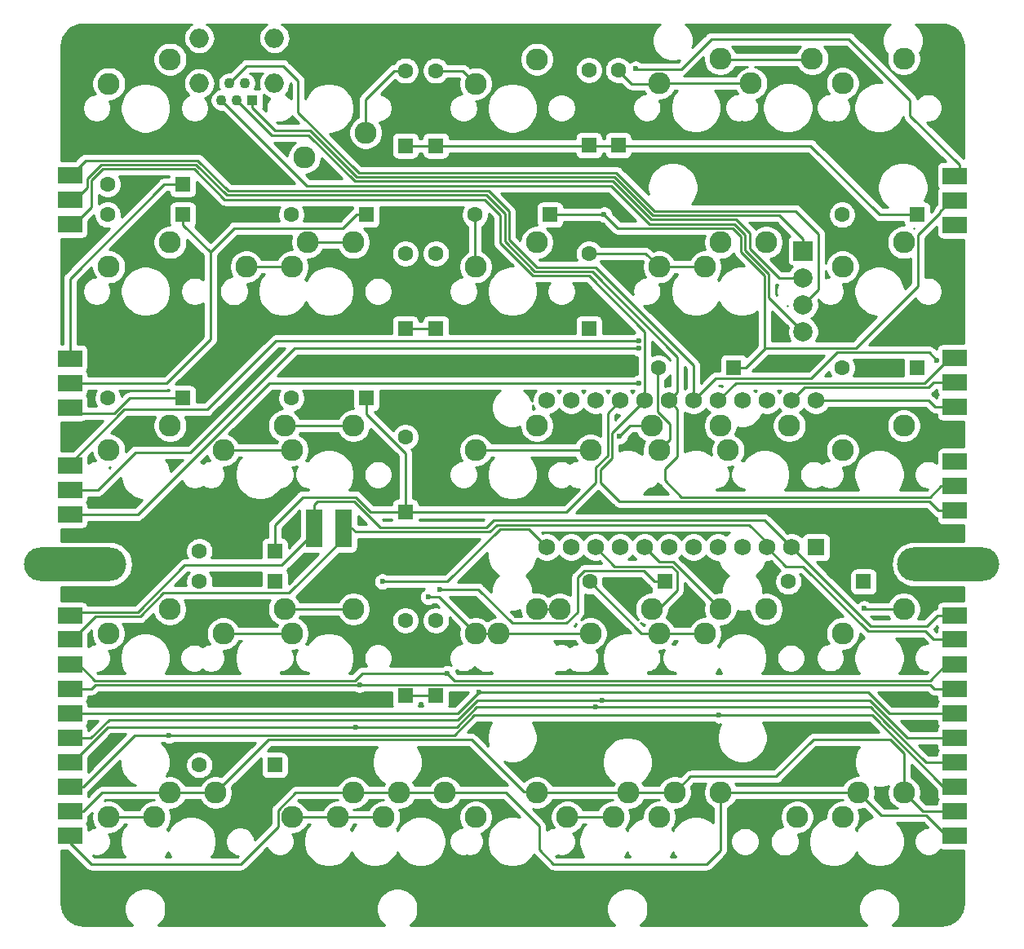
<source format=gtl>
G04 #@! TF.GenerationSoftware,KiCad,Pcbnew,(5.1.4-0-10_14)*
G04 #@! TF.CreationDate,2020-09-13T20:35:39+02:00*
G04 #@! TF.ProjectId,tripel,74726970-656c-42e6-9b69-6361645f7063,rev?*
G04 #@! TF.SameCoordinates,Original*
G04 #@! TF.FileFunction,Copper,L1,Top*
G04 #@! TF.FilePolarity,Positive*
%FSLAX46Y46*%
G04 Gerber Fmt 4.6, Leading zero omitted, Abs format (unit mm)*
G04 Created by KiCad (PCBNEW (5.1.4-0-10_14)) date 2020-09-13 20:35:39*
%MOMM*%
%LPD*%
G04 APERTURE LIST*
%ADD10R,2.500000X1.752600*%
%ADD11O,10.600000X3.500000*%
%ADD12C,2.286000*%
%ADD13R,1.600000X1.600000*%
%ADD14C,1.600000*%
%ADD15O,2.000000X2.000000*%
%ADD16C,1.100000*%
%ADD17R,1.100000X1.100000*%
%ADD18R,2.000000X2.000000*%
%ADD19C,2.000000*%
%ADD20R,1.752600X1.752600*%
%ADD21C,1.752600*%
%ADD22R,1.752600X4.000000*%
%ADD23C,0.600000*%
%ADD24C,0.250000*%
%ADD25C,0.254000*%
G04 APERTURE END LIST*
D10*
X205281250Y-86878125D03*
X205281250Y-84338125D03*
X205281250Y-89418125D03*
D11*
X114036000Y-94968750D03*
D12*
X190490000Y-42507500D03*
X184140000Y-45047500D03*
D13*
X163275000Y-58700000D03*
D14*
X155475000Y-58700000D03*
D12*
X193627500Y-83147500D03*
X199977500Y-80607500D03*
X117502500Y-45085000D03*
X123852500Y-42545000D03*
D13*
X201375000Y-58700000D03*
D14*
X193575000Y-58700000D03*
D12*
X185727500Y-61557500D03*
X179377500Y-64097500D03*
D15*
X126887500Y-45043750D03*
X126887500Y-40343750D03*
X134687500Y-40343750D03*
X134687500Y-45043750D03*
D16*
X129187500Y-46793750D03*
X129987500Y-45043750D03*
X130787500Y-46793750D03*
X131587500Y-45043750D03*
D17*
X132387500Y-46793750D03*
D12*
X193627500Y-45047500D03*
X199977500Y-42507500D03*
X144153750Y-50165000D03*
X137803750Y-52705000D03*
X136533750Y-64116250D03*
X142883750Y-61576250D03*
X117502500Y-64116250D03*
X123852500Y-61576250D03*
X117465000Y-121247500D03*
X123815000Y-118707500D03*
D10*
X113457000Y-78702500D03*
X113457000Y-73622500D03*
X113457000Y-76162500D03*
X205281250Y-73559000D03*
X205281250Y-78639000D03*
X205281250Y-76099000D03*
X113457000Y-59690000D03*
X113457000Y-54610000D03*
X113457000Y-57150000D03*
X205281250Y-59746000D03*
X205281250Y-54666000D03*
X205281250Y-57206000D03*
D11*
X204618750Y-94968750D03*
D12*
X141277500Y-121247500D03*
X147627500Y-118707500D03*
X188902500Y-121247500D03*
X195252500Y-118707500D03*
X122227500Y-121247500D03*
X128577500Y-118707500D03*
X169852500Y-121247500D03*
X176202500Y-118707500D03*
X174615000Y-121247500D03*
X180965000Y-118707500D03*
X174596250Y-45047500D03*
X180946250Y-42507500D03*
X155565000Y-45085000D03*
X161915000Y-42545000D03*
X193627500Y-64116250D03*
X199977500Y-61576250D03*
X174596250Y-64116250D03*
X180946250Y-61576250D03*
X155565000Y-64116250D03*
X161915000Y-61576250D03*
X174596250Y-83147500D03*
X180946250Y-80607500D03*
X117502500Y-83147500D03*
X123852500Y-80607500D03*
X136533750Y-83147500D03*
X142883750Y-80607500D03*
X155565000Y-83147500D03*
X161915000Y-80607500D03*
X136533750Y-102178750D03*
X142883750Y-99638750D03*
X117465000Y-102197500D03*
X123815000Y-99657500D03*
X174596250Y-102178750D03*
X180946250Y-99638750D03*
X155565000Y-102178750D03*
X161915000Y-99638750D03*
X193627500Y-102178750D03*
X199977500Y-99638750D03*
X146040000Y-121247500D03*
X152390000Y-118707500D03*
X165090000Y-121247500D03*
X171440000Y-118707500D03*
D10*
X113457000Y-123190000D03*
X113457000Y-120650000D03*
X113457000Y-118110000D03*
X113457000Y-115570000D03*
X113457000Y-113030000D03*
X113457000Y-110490000D03*
X113457000Y-107950000D03*
X113457000Y-105410000D03*
X205281250Y-123190000D03*
X205281250Y-120650000D03*
X205281250Y-118110000D03*
X205281250Y-115570000D03*
X205281250Y-113030000D03*
X205281250Y-110490000D03*
X205281250Y-107950000D03*
X205281250Y-105410000D03*
D18*
X189537500Y-62443500D03*
D19*
X189537500Y-68043500D03*
X189537500Y-65243500D03*
X189537500Y-70843500D03*
D13*
X151437500Y-108637500D03*
D14*
X151437500Y-100837500D03*
D13*
X125175000Y-55525000D03*
D14*
X117375000Y-55525000D03*
D13*
X125175000Y-58700000D03*
D14*
X117375000Y-58700000D03*
X167312500Y-43687500D03*
D13*
X167312500Y-51487500D03*
D14*
X174525000Y-74575000D03*
D13*
X182325000Y-74575000D03*
X134700000Y-96800000D03*
D14*
X126900000Y-96800000D03*
D13*
X125175000Y-77750000D03*
D14*
X117375000Y-77750000D03*
D13*
X148262500Y-51525000D03*
D14*
X148262500Y-43725000D03*
X167381250Y-96800000D03*
D13*
X175181250Y-96800000D03*
D14*
X126900000Y-93625000D03*
D13*
X134700000Y-93625000D03*
D14*
X136425000Y-58700000D03*
D13*
X144225000Y-58700000D03*
D14*
X136425000Y-77750000D03*
D13*
X144225000Y-77750000D03*
D14*
X193575000Y-74575000D03*
D13*
X201375000Y-74575000D03*
D14*
X148262500Y-100837500D03*
D13*
X148262500Y-108637500D03*
D14*
X126900000Y-115850000D03*
D13*
X134700000Y-115850000D03*
D14*
X151437500Y-43725000D03*
D13*
X151437500Y-51525000D03*
X195818750Y-96800000D03*
D14*
X188018750Y-96800000D03*
D13*
X148262500Y-89587500D03*
D14*
X148262500Y-81787500D03*
D13*
X151437500Y-70537500D03*
D14*
X151437500Y-62737500D03*
D13*
X170343750Y-51487500D03*
D14*
X170343750Y-43687500D03*
D13*
X167312500Y-70537500D03*
D14*
X167312500Y-62737500D03*
X148262500Y-62737500D03*
D13*
X148262500Y-70537500D03*
D20*
X190871000Y-93228125D03*
D21*
X188331000Y-93228125D03*
X185791000Y-93228125D03*
X183251000Y-93228125D03*
X180711000Y-93228125D03*
X178171000Y-93228125D03*
X175631000Y-93228125D03*
X173091000Y-93228125D03*
X170551000Y-93228125D03*
X168011000Y-93228125D03*
X165471000Y-93228125D03*
X162931000Y-93228125D03*
X162931000Y-77988125D03*
X165471000Y-77988125D03*
X168011000Y-77988125D03*
X170551000Y-77988125D03*
X173091000Y-77988125D03*
X175631000Y-77988125D03*
X178171000Y-77988125D03*
X180711000Y-77988125D03*
X183251000Y-77988125D03*
X185791000Y-77988125D03*
X188331000Y-77988125D03*
X190871000Y-77988125D03*
D12*
X200015000Y-118707500D03*
X193665000Y-121247500D03*
X136515000Y-121247500D03*
X142865000Y-118707500D03*
X161915000Y-118707500D03*
X155565000Y-121247500D03*
X131752500Y-64097500D03*
X138102500Y-61557500D03*
X129371250Y-83147500D03*
X135721250Y-80607500D03*
X167471250Y-83147500D03*
X173821250Y-80607500D03*
X135721250Y-99657500D03*
X129371250Y-102197500D03*
X173821250Y-99657500D03*
X167471250Y-102197500D03*
D22*
X141825000Y-91243750D03*
X138825000Y-91243750D03*
D10*
X113457000Y-100312500D03*
X113457000Y-102812500D03*
X205281250Y-102812500D03*
X205281250Y-100312500D03*
X113457000Y-89815000D03*
X113457000Y-84735000D03*
X113457000Y-87275000D03*
D12*
X188108750Y-80607500D03*
X181758750Y-83147500D03*
X164296250Y-99657500D03*
X157946250Y-102197500D03*
X185727500Y-99657500D03*
X179377500Y-102197500D03*
D23*
X195887500Y-99578125D03*
X123744840Y-112763590D03*
X180806250Y-110690625D03*
X168684795Y-109104760D03*
X143103125Y-111881250D03*
X168053114Y-109843739D03*
X170487500Y-81718750D03*
X155878268Y-108309375D03*
X143509214Y-107506411D03*
X145881250Y-96800000D03*
X152628125Y-106325000D03*
X151834375Y-97593750D03*
X168900000Y-58699994D03*
X172150349Y-43543401D03*
X150643750Y-98387500D03*
X172466000Y-76162500D03*
X172465954Y-71790635D03*
X172471875Y-72590625D03*
X203428125Y-73781250D03*
D24*
X195252500Y-118707500D02*
X180965000Y-118707500D01*
X142865000Y-118707500D02*
X147627500Y-118707500D01*
X147627500Y-118707500D02*
X152390000Y-118707500D01*
X180965000Y-124679474D02*
X180965000Y-118707500D01*
X179538073Y-126106401D02*
X180965000Y-124679474D01*
X163641547Y-126106401D02*
X179538073Y-126106401D01*
X162153125Y-124617979D02*
X163641547Y-126106401D01*
X162153125Y-122200000D02*
X162153125Y-124617979D01*
X158660625Y-118707500D02*
X162153125Y-122200000D01*
X152390000Y-118707500D02*
X158660625Y-118707500D01*
X195948125Y-99638750D02*
X199977500Y-99638750D01*
X202328134Y-121100009D02*
X204418125Y-123190000D01*
X204418125Y-123190000D02*
X205281250Y-123190000D01*
X197645009Y-121100009D02*
X202328134Y-121100009D01*
X195252500Y-118707500D02*
X197645009Y-121100009D01*
X136882358Y-118707500D02*
X142865000Y-118707500D01*
X135046999Y-122245167D02*
X135046999Y-120542859D01*
X131185765Y-126106401D02*
X135046999Y-122245167D01*
X115656401Y-126106401D02*
X131185765Y-126106401D01*
X135046999Y-120542859D02*
X136882358Y-118707500D01*
X113457000Y-123907000D02*
X115656401Y-126106401D01*
X113457000Y-123190000D02*
X113457000Y-123907000D01*
X176069989Y-94762489D02*
X180946250Y-99638750D01*
X173091000Y-93228125D02*
X174625364Y-94762489D01*
X174625364Y-94762489D02*
X176069989Y-94762489D01*
X205126300Y-118110000D02*
X205281250Y-118110000D01*
X204120885Y-118110000D02*
X205126300Y-118110000D01*
X196701510Y-110690625D02*
X204120885Y-118110000D01*
X184349349Y-110690625D02*
X196701510Y-110690625D01*
X184332323Y-110673599D02*
X184349349Y-110690625D01*
X182089151Y-110690625D02*
X182106177Y-110673599D01*
X123744840Y-112763590D02*
X153333285Y-112763590D01*
X155406250Y-110690625D02*
X158213151Y-110690625D01*
X158213151Y-110690625D02*
X158230177Y-110673599D01*
X160473349Y-110690625D02*
X182089151Y-110690625D01*
X160456323Y-110673599D02*
X160473349Y-110690625D01*
X182106177Y-110673599D02*
X184332323Y-110673599D01*
X153333285Y-112763590D02*
X155406250Y-110690625D01*
X158230177Y-110673599D02*
X160456323Y-110673599D01*
X120190160Y-112763590D02*
X123744840Y-112763590D01*
X114843750Y-118110000D02*
X120190160Y-112763590D01*
X113457000Y-118110000D02*
X114843750Y-118110000D01*
X123815000Y-118707500D02*
X128577500Y-118707500D01*
X176202500Y-118707500D02*
X171440000Y-118707500D01*
X171440000Y-118707500D02*
X161915000Y-118707500D01*
X134071401Y-113213599D02*
X128577500Y-118707500D01*
X155151099Y-113213599D02*
X134071401Y-113213599D01*
X160565625Y-118628125D02*
X155151099Y-113213599D01*
X161835625Y-118628125D02*
X160565625Y-118628125D01*
X161915000Y-118707500D02*
X161835625Y-118628125D01*
X177869375Y-117040625D02*
X176202500Y-118707500D01*
X186759374Y-117040625D02*
X177869375Y-117040625D01*
X198588073Y-113213599D02*
X190586400Y-113213599D01*
X200015000Y-118707500D02*
X200015000Y-114640526D01*
X200015000Y-114640526D02*
X198588073Y-113213599D01*
X190586400Y-113213599D02*
X186759374Y-117040625D01*
X201957500Y-120650000D02*
X205281250Y-120650000D01*
X200015000Y-118707500D02*
X201957500Y-120650000D01*
X116786250Y-118707500D02*
X123815000Y-118707500D01*
X114843750Y-120650000D02*
X116786250Y-118707500D01*
X113457000Y-120650000D02*
X114843750Y-120650000D01*
X190452500Y-42545000D02*
X190490000Y-42507500D01*
X180946250Y-42545000D02*
X190452500Y-42545000D01*
X185708750Y-61576250D02*
X185727500Y-61557500D01*
X161933750Y-99657500D02*
X161915000Y-99638750D01*
X164296250Y-99657500D02*
X161933750Y-99657500D01*
X175883590Y-95212500D02*
X169995375Y-95212500D01*
X174588127Y-99578125D02*
X176440625Y-97725627D01*
X176440625Y-95769535D02*
X175883590Y-95212500D01*
X169995375Y-95212500D02*
X168011000Y-93228125D01*
X173821250Y-99657500D02*
X173900625Y-99578125D01*
X173900625Y-99578125D02*
X174588127Y-99578125D01*
X176440625Y-97725627D02*
X176440625Y-95769535D01*
X196441715Y-109103125D02*
X200368590Y-113030000D01*
X203781250Y-113030000D02*
X205281250Y-113030000D01*
X153683418Y-111140636D02*
X155720929Y-109103125D01*
X155720929Y-109103125D02*
X196441715Y-109103125D01*
X117510403Y-111140636D02*
X153683418Y-111140636D01*
X200368590Y-113030000D02*
X203781250Y-113030000D01*
X115621039Y-113030000D02*
X117510403Y-111140636D01*
X113457000Y-113030000D02*
X115621039Y-113030000D01*
X142865000Y-99657500D02*
X142883750Y-99638750D01*
X135721250Y-99657500D02*
X142865000Y-99657500D01*
X153579215Y-111881250D02*
X143103125Y-111881250D01*
X168053114Y-109843739D02*
X155616726Y-109843739D01*
X155616726Y-109843739D02*
X153579215Y-111881250D01*
X168053114Y-109843739D02*
X196545919Y-109843739D01*
X203781250Y-115570000D02*
X205281250Y-115570000D01*
X196545919Y-109843739D02*
X198092200Y-111390022D01*
X198092200Y-111390022D02*
X202272178Y-115570000D01*
X202272178Y-115570000D02*
X203781250Y-115570000D01*
X117406200Y-111881250D02*
X143103125Y-111881250D01*
X113717450Y-115570000D02*
X117406200Y-111881250D01*
X113457000Y-115570000D02*
X113717450Y-115570000D01*
X171598750Y-80607500D02*
X170487500Y-81718750D01*
X173821250Y-80607500D02*
X171598750Y-80607500D01*
X196284375Y-108309375D02*
X198465000Y-110490000D01*
X155878268Y-108309375D02*
X196284375Y-108309375D01*
X198465000Y-110490000D02*
X205281250Y-110490000D01*
X153697643Y-110490000D02*
X155878268Y-108309375D01*
X113457000Y-110490000D02*
X153697643Y-110490000D01*
X138121250Y-61576250D02*
X138102500Y-61557500D01*
X142883750Y-61576250D02*
X138121250Y-61576250D01*
X142883750Y-80607500D02*
X135721250Y-80607500D01*
X152628125Y-96800000D02*
X145881250Y-96800000D01*
X158087499Y-91340626D02*
X152628125Y-96800000D01*
X162931000Y-93228125D02*
X161043501Y-91340626D01*
X161043501Y-91340626D02*
X158087499Y-91340626D01*
X203137500Y-107950000D02*
X205281250Y-107950000D01*
X202693911Y-107506411D02*
X203137500Y-107950000D01*
X116102964Y-107506411D02*
X202693911Y-107506411D01*
X115659375Y-107950000D02*
X116102964Y-107506411D01*
X113457000Y-107950000D02*
X115659375Y-107950000D01*
X153359525Y-107056400D02*
X152628125Y-106325000D01*
X202723600Y-107056400D02*
X153359525Y-107056400D01*
X204370000Y-105410000D02*
X202723600Y-107056400D01*
X205281250Y-105410000D02*
X204370000Y-105410000D01*
X143034223Y-107056400D02*
X143765623Y-106325000D01*
X116053275Y-107056400D02*
X143034223Y-107056400D01*
X114406875Y-105410000D02*
X116053275Y-107056400D01*
X143765623Y-106325000D02*
X152628125Y-106325000D01*
X113457000Y-105410000D02*
X114406875Y-105410000D01*
X185965625Y-64810465D02*
X185965625Y-67271625D01*
X188537501Y-69843501D02*
X189537500Y-70843500D01*
X183531239Y-60788578D02*
X183531239Y-62376079D01*
X173575318Y-59653158D02*
X182395819Y-59653158D01*
X185965625Y-67271625D02*
X188537501Y-69843501D01*
X169606569Y-55684408D02*
X173575318Y-59653158D01*
X138078158Y-55684408D02*
X169606569Y-55684408D01*
X129187500Y-46793750D02*
X138078158Y-55684408D01*
X182395819Y-59653158D02*
X183531239Y-60788578D01*
X183531239Y-62376079D02*
X185965625Y-64810465D01*
X137150000Y-48063045D02*
X137150000Y-44809375D01*
X130537499Y-44493751D02*
X129987500Y-45043750D01*
X131809375Y-43221875D02*
X130537499Y-44493751D01*
X191125000Y-60684375D02*
X188743750Y-58303125D01*
X181964495Y-58303125D02*
X181439877Y-58303074D01*
X143421330Y-54334375D02*
X137150000Y-48063045D01*
X188743750Y-58303125D02*
X181964495Y-58303125D01*
X170165769Y-54334375D02*
X143421330Y-54334375D01*
X189537500Y-68043500D02*
X191125000Y-66456000D01*
X191125000Y-66456000D02*
X191125000Y-60684375D01*
X137150000Y-44809375D02*
X135562500Y-43221875D01*
X174134468Y-58303074D02*
X170165769Y-54334375D01*
X135562500Y-43221875D02*
X131809375Y-43221875D01*
X181439877Y-58303074D02*
X174134468Y-58303074D01*
X188123287Y-65243500D02*
X189537500Y-65243500D01*
X187035071Y-65243500D02*
X188123287Y-65243500D01*
X183981250Y-62189679D02*
X187035071Y-65243500D01*
X183981250Y-60602178D02*
X183981250Y-62189679D01*
X182582219Y-59203147D02*
X183981250Y-60602178D01*
X138232896Y-50418761D02*
X143048530Y-55234397D01*
X173761718Y-59203147D02*
X182582219Y-59203147D01*
X169792969Y-55234397D02*
X173761718Y-59203147D01*
X130787500Y-46793750D02*
X134412511Y-50418761D01*
X143048530Y-55234397D02*
X169792969Y-55234397D01*
X134412511Y-50418761D02*
X138232896Y-50418761D01*
X181973498Y-58753136D02*
X187097136Y-58753136D01*
X143234930Y-54784386D02*
X169979369Y-54784386D01*
X189537500Y-61193500D02*
X189537500Y-62443500D01*
X132387500Y-47593750D02*
X134762500Y-49968750D01*
X132387500Y-46793750D02*
X132387500Y-47593750D01*
X134762500Y-49968750D02*
X138419296Y-49968750D01*
X138419296Y-49968750D02*
X143234930Y-54784386D01*
X173948085Y-58753102D02*
X181626232Y-58753102D01*
X181626232Y-58753102D02*
X181973498Y-58753136D01*
X187097136Y-58753136D02*
X189537500Y-61193500D01*
X169979369Y-54784386D02*
X173948085Y-58753102D01*
X154205000Y-43725000D02*
X155565000Y-45085000D01*
X151437500Y-43725000D02*
X154205000Y-43725000D01*
X148262500Y-51525000D02*
X151437500Y-51525000D01*
X190300000Y-51525000D02*
X167640000Y-51525000D01*
X167640000Y-51525000D02*
X151437500Y-51525000D01*
X197475000Y-58700000D02*
X190300000Y-51525000D01*
X201375000Y-58700000D02*
X197475000Y-58700000D01*
X113457000Y-65327375D02*
X113457000Y-73622500D01*
X123259375Y-55525000D02*
X113457000Y-65327375D01*
X125175000Y-55525000D02*
X123259375Y-55525000D01*
X147131130Y-43725000D02*
X148262500Y-43725000D01*
X144153750Y-46702380D02*
X147131130Y-43725000D01*
X144153750Y-50165000D02*
X144153750Y-46702380D01*
X171703750Y-45085000D02*
X174596250Y-45085000D01*
X170343750Y-43725000D02*
X171703750Y-45085000D01*
X174633750Y-45047500D02*
X174596250Y-45085000D01*
X184140000Y-45047500D02*
X174633750Y-45047500D01*
X148262500Y-108637500D02*
X151437500Y-108637500D01*
X125175000Y-59750000D02*
X125175000Y-58700000D01*
X128021875Y-62596875D02*
X125175000Y-59750000D01*
X141785501Y-60089499D02*
X143175000Y-58700000D01*
X130529251Y-60089499D02*
X141785501Y-60089499D01*
X143175000Y-58700000D02*
X144225000Y-58700000D01*
X128021875Y-62596875D02*
X130529251Y-60089499D01*
X155803125Y-97593750D02*
X151834375Y-97593750D01*
X174131250Y-96800000D02*
X172993759Y-95662509D01*
X175181250Y-96800000D02*
X174131250Y-96800000D01*
X165000891Y-101125501D02*
X159334876Y-101125501D01*
X166853739Y-95662509D02*
X166136633Y-96379615D01*
X166136633Y-96379615D02*
X166136633Y-99989758D01*
X166136633Y-99989758D02*
X165000891Y-101125501D01*
X159334876Y-101125501D02*
X155803125Y-97593750D01*
X172993759Y-95662509D02*
X166853739Y-95662509D01*
X204907550Y-57206000D02*
X205281250Y-57206000D01*
X203781250Y-58478752D02*
X203781250Y-58332300D01*
X201445501Y-60814501D02*
X203781250Y-58478752D01*
X201445501Y-66080223D02*
X201445501Y-60814501D01*
X203781250Y-58332300D02*
X204907550Y-57206000D01*
X185621884Y-72537491D02*
X194988233Y-72537491D01*
X183584375Y-74575000D02*
X185621884Y-72537491D01*
X194988233Y-72537491D02*
X201445501Y-66080223D01*
X182325000Y-74575000D02*
X183584375Y-74575000D01*
X163275000Y-58700000D02*
X168899994Y-58700000D01*
X168899994Y-58700000D02*
X168900000Y-58699994D01*
X170303175Y-60103169D02*
X169199999Y-58999993D01*
X185568750Y-72590625D02*
X185568750Y-67511161D01*
X185515614Y-67458025D02*
X185515614Y-64996865D01*
X182209419Y-60103169D02*
X170303175Y-60103169D01*
X185515614Y-64996865D02*
X183081228Y-62562479D01*
X169199999Y-58999993D02*
X168900000Y-58699994D01*
X183081228Y-60974978D02*
X182209419Y-60103169D01*
X185568750Y-67511161D02*
X185515614Y-67458025D01*
X183081228Y-62562479D02*
X183081228Y-60974978D01*
X128021875Y-71655063D02*
X128021875Y-62596875D01*
X123514438Y-76162500D02*
X128021875Y-71655063D01*
X113457000Y-76162500D02*
X123514438Y-76162500D01*
X131771250Y-64116250D02*
X131752500Y-64097500D01*
X136533750Y-64116250D02*
X131771250Y-64116250D01*
X155475000Y-58700000D02*
X155475000Y-64026250D01*
X179358750Y-64116250D02*
X179377500Y-64097500D01*
X174596250Y-64116250D02*
X179358750Y-64116250D01*
X173217500Y-62737500D02*
X174596250Y-64116250D01*
X167312500Y-62737500D02*
X173217500Y-62737500D01*
X175739249Y-82004501D02*
X174596250Y-83147500D01*
X175739249Y-80449049D02*
X175739249Y-82004501D01*
X174429699Y-79139499D02*
X175739249Y-80449049D01*
X174429699Y-74670301D02*
X174429699Y-79139499D01*
X174525000Y-74575000D02*
X174429699Y-74670301D01*
X165000000Y-89587500D02*
X148262500Y-89587500D01*
X134700000Y-90915625D02*
X134700000Y-93625000D01*
X143107077Y-88015614D02*
X137600011Y-88015614D01*
X144678962Y-89587499D02*
X143107077Y-88015614D01*
X148262500Y-89587500D02*
X144678962Y-89587499D01*
X137600011Y-88015614D02*
X134700000Y-90915625D01*
X144225000Y-77750000D02*
X144225000Y-79415002D01*
X144225000Y-79415002D02*
X148262500Y-83452502D01*
X148262500Y-83452502D02*
X148262500Y-89587500D01*
X168053114Y-86534386D02*
X168053114Y-84946885D01*
X168053114Y-84946885D02*
X169243739Y-83756260D01*
X165000000Y-89587500D02*
X168053114Y-86534386D01*
X169243739Y-83756260D02*
X169243739Y-79295386D01*
X169243739Y-79295386D02*
X170551000Y-77988125D01*
X151437500Y-70537500D02*
X148262500Y-70537500D01*
X180012500Y-40443750D02*
X176876751Y-43579499D01*
X176876751Y-43579499D02*
X172186447Y-43579499D01*
X205781250Y-54666000D02*
X205781250Y-53539700D01*
X194300000Y-40443750D02*
X180012500Y-40443750D01*
X172186447Y-43579499D02*
X172150349Y-43543401D01*
X205781250Y-53539700D02*
X200650000Y-48408450D01*
X200650000Y-46793750D02*
X194300000Y-40443750D01*
X200650000Y-48408450D02*
X200650000Y-46793750D01*
X119662915Y-77750000D02*
X125175000Y-77750000D01*
X118075415Y-79337500D02*
X119662915Y-77750000D01*
X113949325Y-79337500D02*
X118075415Y-79337500D01*
X113457000Y-78845175D02*
X113949325Y-79337500D01*
X113457000Y-78702500D02*
X113457000Y-78845175D01*
X129371250Y-83147500D02*
X136533750Y-83147500D01*
X167471250Y-83147500D02*
X155565000Y-83147500D01*
X167452500Y-102178750D02*
X167471250Y-102197500D01*
X155565000Y-102178750D02*
X167452500Y-102178750D01*
X151773750Y-98387500D02*
X150643750Y-98387500D01*
X155565000Y-102178750D02*
X151773750Y-98387500D01*
X179358750Y-102178750D02*
X179377500Y-102197500D01*
X174596250Y-102178750D02*
X179358750Y-102178750D01*
X172760000Y-102178750D02*
X167381250Y-96800000D01*
X174596250Y-102178750D02*
X172760000Y-102178750D01*
X129390000Y-102178750D02*
X129371250Y-102197500D01*
X136533750Y-102178750D02*
X129390000Y-102178750D01*
X117465000Y-121247500D02*
X122227500Y-121247500D01*
X165090000Y-121247500D02*
X169852500Y-121247500D01*
X136515000Y-121247500D02*
X141277500Y-121247500D01*
X141277500Y-121247500D02*
X146040000Y-121247500D01*
X142706250Y-91243750D02*
X141825000Y-91243750D01*
X185791000Y-92743937D02*
X183937680Y-90890617D01*
X143103125Y-91640625D02*
X142706250Y-91243750D01*
X185791000Y-93228125D02*
X185791000Y-92743937D01*
X156993750Y-91640625D02*
X143103125Y-91640625D01*
X183937680Y-90890617D02*
X157743758Y-90890617D01*
X157743758Y-90890617D02*
X156993750Y-91640625D01*
X187775375Y-95212500D02*
X185791000Y-93228125D01*
X196284375Y-101959375D02*
X189537500Y-95212500D01*
X202237500Y-101959375D02*
X196284375Y-101959375D01*
X189537500Y-95212500D02*
X187775375Y-95212500D01*
X203090625Y-102812500D02*
X202237500Y-101959375D01*
X205281250Y-102812500D02*
X203090625Y-102812500D01*
X113711200Y-102812500D02*
X113457000Y-102812500D01*
X116098689Y-100425011D02*
X113711200Y-102812500D01*
X141825000Y-91243750D02*
X141825000Y-92367450D01*
X141825000Y-92367450D02*
X136201825Y-97990625D01*
X123180706Y-97990625D02*
X120746320Y-100425011D01*
X120746320Y-100425011D02*
X116098689Y-100425011D01*
X136201825Y-97990625D02*
X123180706Y-97990625D01*
X196541675Y-101438800D02*
X188331000Y-93228125D01*
X202361200Y-101438800D02*
X196541675Y-101438800D01*
X203487500Y-100312500D02*
X202361200Y-101438800D01*
X205281250Y-100312500D02*
X203487500Y-100312500D01*
X113457000Y-100312500D02*
X113337500Y-100312500D01*
X113794500Y-99975000D02*
X113457000Y-100312500D01*
X138825000Y-91704950D02*
X135448700Y-95081250D01*
X125375000Y-95081250D02*
X120481250Y-99975000D01*
X139134375Y-88465625D02*
X138825000Y-88775000D01*
X140648075Y-88465625D02*
X139134375Y-88465625D01*
X185543482Y-90440607D02*
X157400018Y-90440607D01*
X140688699Y-88506249D02*
X140648075Y-88465625D01*
X142961301Y-88506248D02*
X140688699Y-88506249D01*
X120481250Y-99975000D02*
X113794500Y-99975000D01*
X156650011Y-91190614D02*
X145645667Y-91190614D01*
X157400018Y-90440607D02*
X156650011Y-91190614D01*
X145645667Y-91190614D02*
X142961301Y-88506248D01*
X135448700Y-95081250D02*
X125375000Y-95081250D01*
X138825000Y-88775000D02*
X138825000Y-91704950D01*
X188331000Y-93228125D02*
X185543482Y-90440607D01*
X180711000Y-77988124D02*
X180711000Y-77988125D01*
X182536624Y-76162500D02*
X180711000Y-77988124D01*
X202171251Y-76162500D02*
X182536624Y-76162500D01*
X204774751Y-73559000D02*
X202171251Y-76162500D01*
X205281250Y-73559000D02*
X204774751Y-73559000D01*
X120524666Y-89815000D02*
X113457000Y-89815000D01*
X134177166Y-76162500D02*
X120524666Y-89815000D01*
X172466000Y-76162500D02*
X134177166Y-76162500D01*
X205281250Y-78639000D02*
X205857000Y-78639000D01*
X202560812Y-77988125D02*
X203211687Y-78639000D01*
X203211687Y-78639000D02*
X205281250Y-78639000D01*
X190871000Y-77988125D02*
X202560812Y-77988125D01*
X127692017Y-78940625D02*
X134842007Y-71790635D01*
X119108700Y-78940625D02*
X127692017Y-78940625D01*
X113457000Y-84592325D02*
X119108700Y-78940625D01*
X134842007Y-71790635D02*
X172465954Y-71790635D01*
X113457000Y-84735000D02*
X113457000Y-84592325D01*
X202581239Y-76612511D02*
X189706614Y-76612511D01*
X203094750Y-76099000D02*
X202581239Y-76612511D01*
X189706614Y-76612511D02*
X188331000Y-77988125D01*
X205281250Y-76099000D02*
X203094750Y-76099000D01*
X136753125Y-72590625D02*
X172471875Y-72590625D01*
X125975151Y-83368599D02*
X136753125Y-72590625D01*
X120291735Y-83368599D02*
X125975151Y-83368599D01*
X116385334Y-87275000D02*
X120291735Y-83368599D01*
X113457000Y-87275000D02*
X116385334Y-87275000D01*
X169693750Y-81385375D02*
X173091000Y-77988125D01*
X202634375Y-88465625D02*
X170487500Y-88465625D01*
X168503125Y-86481250D02*
X168503125Y-85133285D01*
X169693750Y-83942660D02*
X169693750Y-81385375D01*
X203586875Y-89418125D02*
X202634375Y-88465625D01*
X170487500Y-88465625D02*
X168503125Y-86481250D01*
X168503125Y-85133285D02*
X169693750Y-83942660D01*
X205281250Y-89418125D02*
X203586875Y-89418125D01*
X113457000Y-59690000D02*
X113157000Y-59690000D01*
X115718750Y-57906250D02*
X113935000Y-59690000D01*
X115718750Y-55128125D02*
X115718750Y-57906250D01*
X126352180Y-53937500D02*
X116909375Y-53937500D01*
X116909375Y-53937500D02*
X115718750Y-55128125D01*
X129527179Y-57112501D02*
X126352180Y-53937500D01*
X158131241Y-61664527D02*
X158131241Y-58729061D01*
X156514681Y-57112501D02*
X129527179Y-57112501D01*
X158131241Y-58729061D02*
X156514681Y-57112501D01*
X113935000Y-59690000D02*
X113457000Y-59690000D01*
X161516714Y-65050000D02*
X158131241Y-61664527D01*
X167312500Y-65050000D02*
X161516714Y-65050000D01*
X173096877Y-76742973D02*
X173096877Y-70834377D01*
X173096877Y-70834377D02*
X167312500Y-65050000D01*
X173091000Y-76748850D02*
X173096877Y-76742973D01*
X173091000Y-77988125D02*
X173091000Y-76748850D01*
X180446635Y-75712490D02*
X178171000Y-77988125D01*
X193109375Y-72987500D02*
X190384385Y-75712490D01*
X202634375Y-72987500D02*
X193109375Y-72987500D01*
X190384385Y-75712490D02*
X180446635Y-75712490D01*
X203428125Y-73781250D02*
X202634375Y-72987500D01*
X178171000Y-74321000D02*
X178171000Y-77988125D01*
X161889514Y-64149978D02*
X167999978Y-64149978D01*
X167999978Y-64149978D02*
X178171000Y-74321000D01*
X159031263Y-61291727D02*
X161889514Y-64149978D01*
X159031263Y-58356263D02*
X159031263Y-61291727D01*
X156887479Y-56212479D02*
X159031263Y-58356263D01*
X129899979Y-56212479D02*
X156887479Y-56212479D01*
X126724978Y-53037478D02*
X129899979Y-56212479D01*
X115103222Y-53037478D02*
X126724978Y-53037478D01*
X113530700Y-54610000D02*
X115103222Y-53037478D01*
X113457000Y-54610000D02*
X113530700Y-54610000D01*
X203825000Y-86878125D02*
X205281250Y-86878125D01*
X202696724Y-88006401D02*
X203825000Y-86878125D01*
X176939817Y-88006401D02*
X202696724Y-88006401D01*
X175185349Y-85123067D02*
X175185349Y-86251933D01*
X175631000Y-77988125D02*
X176507299Y-78864424D01*
X176507299Y-78864424D02*
X176507299Y-83801117D01*
X175185349Y-86251933D02*
X176939817Y-88006401D01*
X176507299Y-83801117D02*
X175185349Y-85123067D01*
X176507299Y-77111826D02*
X175631000Y-77988125D01*
X176507299Y-73451049D02*
X176507299Y-77111826D01*
X167656239Y-64599989D02*
X176507299Y-73451049D01*
X161703114Y-64599989D02*
X167656239Y-64599989D01*
X114010663Y-57150000D02*
X115268739Y-55891924D01*
X126538579Y-53487489D02*
X129713579Y-56662490D01*
X158581252Y-61478127D02*
X161703114Y-64599989D01*
X158581252Y-58542662D02*
X158581252Y-61478127D01*
X129713579Y-56662490D02*
X156701080Y-56662490D01*
X116722975Y-53487489D02*
X126538579Y-53487489D01*
X115268739Y-54941725D02*
X116722975Y-53487489D01*
X156701080Y-56662490D02*
X158581252Y-58542662D01*
X115268739Y-55891924D02*
X115268739Y-54941725D01*
X113457000Y-57150000D02*
X114010663Y-57150000D01*
D25*
G36*
X150814357Y-119549699D02*
G01*
X151008937Y-119840909D01*
X151256591Y-120088563D01*
X151547801Y-120283143D01*
X151871377Y-120417172D01*
X152214882Y-120485500D01*
X152565118Y-120485500D01*
X152908623Y-120417172D01*
X153232199Y-120283143D01*
X153523409Y-120088563D01*
X153771063Y-119840909D01*
X153965643Y-119549699D01*
X153999691Y-119467500D01*
X158345824Y-119467500D01*
X160136989Y-121258666D01*
X159633924Y-121158600D01*
X159116076Y-121158600D01*
X158608178Y-121259627D01*
X158129749Y-121457799D01*
X157699174Y-121745500D01*
X157333000Y-122111674D01*
X157045299Y-122542249D01*
X156847127Y-123020678D01*
X156746100Y-123528576D01*
X156746100Y-124046424D01*
X156847127Y-124554322D01*
X157045299Y-125032751D01*
X157333000Y-125463326D01*
X157699174Y-125829500D01*
X158129749Y-126117201D01*
X158608178Y-126315373D01*
X159116076Y-126416400D01*
X159633924Y-126416400D01*
X160141822Y-126315373D01*
X160620251Y-126117201D01*
X161050826Y-125829500D01*
X161417000Y-125463326D01*
X161618228Y-125162168D01*
X161642123Y-125181778D01*
X163077748Y-126617404D01*
X163101546Y-126646402D01*
X163130544Y-126670200D01*
X163217271Y-126741375D01*
X163349300Y-126811947D01*
X163492561Y-126855404D01*
X163641547Y-126870078D01*
X163678880Y-126866401D01*
X179500751Y-126866401D01*
X179538073Y-126870077D01*
X179575395Y-126866401D01*
X179575406Y-126866401D01*
X179687059Y-126855404D01*
X179830320Y-126811947D01*
X179962349Y-126741375D01*
X180078074Y-126646402D01*
X180101877Y-126617398D01*
X181476004Y-125243272D01*
X181505001Y-125219475D01*
X181599974Y-125103750D01*
X181670546Y-124971721D01*
X181714003Y-124828460D01*
X181725000Y-124716807D01*
X181725000Y-124716806D01*
X181728677Y-124679474D01*
X181725000Y-124642141D01*
X181725000Y-123641152D01*
X182019100Y-123641152D01*
X182019100Y-123933848D01*
X182076202Y-124220921D01*
X182188212Y-124491338D01*
X182350826Y-124734706D01*
X182557794Y-124941674D01*
X182801162Y-125104288D01*
X183071579Y-125216298D01*
X183358652Y-125273400D01*
X183651348Y-125273400D01*
X183938421Y-125216298D01*
X184208838Y-125104288D01*
X184452206Y-124941674D01*
X184659174Y-124734706D01*
X184821788Y-124491338D01*
X184933798Y-124220921D01*
X184990900Y-123933848D01*
X184990900Y-123641152D01*
X184989939Y-123636316D01*
X186097500Y-123636316D01*
X186097500Y-123938684D01*
X186156489Y-124235243D01*
X186272201Y-124514595D01*
X186440188Y-124766005D01*
X186653995Y-124979812D01*
X186905405Y-125147799D01*
X187184757Y-125263511D01*
X187481316Y-125322500D01*
X187783684Y-125322500D01*
X188080243Y-125263511D01*
X188359595Y-125147799D01*
X188611005Y-124979812D01*
X188824812Y-124766005D01*
X188992799Y-124514595D01*
X189108511Y-124235243D01*
X189167500Y-123938684D01*
X189167500Y-123636316D01*
X189108511Y-123339757D01*
X188992799Y-123060405D01*
X188969476Y-123025500D01*
X189077618Y-123025500D01*
X189421123Y-122957172D01*
X189744699Y-122823143D01*
X190035909Y-122628563D01*
X190283563Y-122380909D01*
X190478143Y-122089699D01*
X190612172Y-121766123D01*
X190680500Y-121422618D01*
X190680500Y-121072382D01*
X190612172Y-120728877D01*
X190478143Y-120405301D01*
X190283563Y-120114091D01*
X190035909Y-119866437D01*
X189744699Y-119671857D01*
X189421123Y-119537828D01*
X189077618Y-119469500D01*
X188727382Y-119469500D01*
X188383877Y-119537828D01*
X188060301Y-119671857D01*
X187769091Y-119866437D01*
X187521437Y-120114091D01*
X187326857Y-120405301D01*
X187192828Y-120728877D01*
X187124500Y-121072382D01*
X187124500Y-121422618D01*
X187192828Y-121766123D01*
X187326857Y-122089699D01*
X187440996Y-122260520D01*
X187184757Y-122311489D01*
X186905405Y-122427201D01*
X186653995Y-122595188D01*
X186440188Y-122808995D01*
X186272201Y-123060405D01*
X186156489Y-123339757D01*
X186097500Y-123636316D01*
X184989939Y-123636316D01*
X184933798Y-123354079D01*
X184821788Y-123083662D01*
X184659174Y-122840294D01*
X184452206Y-122633326D01*
X184208838Y-122470712D01*
X183938421Y-122358702D01*
X183651348Y-122301600D01*
X183358652Y-122301600D01*
X183071579Y-122358702D01*
X182801162Y-122470712D01*
X182557794Y-122633326D01*
X182350826Y-122840294D01*
X182188212Y-123083662D01*
X182076202Y-123354079D01*
X182019100Y-123641152D01*
X181725000Y-123641152D01*
X181725000Y-120317191D01*
X181807199Y-120283143D01*
X182098409Y-120088563D01*
X182346063Y-119840909D01*
X182540643Y-119549699D01*
X182574691Y-119467500D01*
X193642809Y-119467500D01*
X193643638Y-119469500D01*
X193489882Y-119469500D01*
X193146377Y-119537828D01*
X192822801Y-119671857D01*
X192531591Y-119866437D01*
X192283937Y-120114091D01*
X192089357Y-120405301D01*
X191955328Y-120728877D01*
X191887000Y-121072382D01*
X191887000Y-121283932D01*
X191467249Y-121457799D01*
X191036674Y-121745500D01*
X190670500Y-122111674D01*
X190382799Y-122542249D01*
X190184627Y-123020678D01*
X190083600Y-123528576D01*
X190083600Y-124046424D01*
X190184627Y-124554322D01*
X190382799Y-125032751D01*
X190670500Y-125463326D01*
X191036674Y-125829500D01*
X191467249Y-126117201D01*
X191945678Y-126315373D01*
X192453576Y-126416400D01*
X192971424Y-126416400D01*
X193479322Y-126315373D01*
X193957751Y-126117201D01*
X194388326Y-125829500D01*
X194754500Y-125463326D01*
X195042201Y-125032751D01*
X195093750Y-124908301D01*
X195145299Y-125032751D01*
X195433000Y-125463326D01*
X195799174Y-125829500D01*
X196229749Y-126117201D01*
X196708178Y-126315373D01*
X197216076Y-126416400D01*
X197733924Y-126416400D01*
X198241822Y-126315373D01*
X198720251Y-126117201D01*
X199150826Y-125829500D01*
X199517000Y-125463326D01*
X199804701Y-125032751D01*
X200002873Y-124554322D01*
X200103900Y-124046424D01*
X200103900Y-123528576D01*
X200002873Y-123020678D01*
X199804701Y-122542249D01*
X199517000Y-122111674D01*
X199265335Y-121860009D01*
X202013333Y-121860009D01*
X202454924Y-122301600D01*
X202408652Y-122301600D01*
X202121579Y-122358702D01*
X201851162Y-122470712D01*
X201607794Y-122633326D01*
X201400826Y-122840294D01*
X201238212Y-123083662D01*
X201126202Y-123354079D01*
X201069100Y-123641152D01*
X201069100Y-123933848D01*
X201126202Y-124220921D01*
X201238212Y-124491338D01*
X201400826Y-124734706D01*
X201607794Y-124941674D01*
X201851162Y-125104288D01*
X202121579Y-125216298D01*
X202408652Y-125273400D01*
X202701348Y-125273400D01*
X202988421Y-125216298D01*
X203258838Y-125104288D01*
X203502206Y-124941674D01*
X203709174Y-124734706D01*
X203768521Y-124645887D01*
X203787070Y-124655802D01*
X203906768Y-124692112D01*
X204031250Y-124704372D01*
X206165000Y-124704372D01*
X206165000Y-130152779D01*
X206118048Y-130631633D01*
X205989063Y-131058853D01*
X205779554Y-131452884D01*
X205497501Y-131798714D01*
X205153651Y-132083172D01*
X204761093Y-132295427D01*
X204334788Y-132427391D01*
X203858036Y-132477500D01*
X198809383Y-132477500D01*
X198851282Y-132449504D01*
X199152004Y-132148782D01*
X199388281Y-131795170D01*
X199551030Y-131402257D01*
X199634000Y-130985143D01*
X199634000Y-130559857D01*
X199551030Y-130142743D01*
X199388281Y-129749830D01*
X199152004Y-129396218D01*
X198851282Y-129095496D01*
X198497670Y-128859219D01*
X198104757Y-128696470D01*
X197687643Y-128613500D01*
X197262357Y-128613500D01*
X196845243Y-128696470D01*
X196452330Y-128859219D01*
X196098718Y-129095496D01*
X195797996Y-129396218D01*
X195561719Y-129749830D01*
X195398970Y-130142743D01*
X195316000Y-130559857D01*
X195316000Y-130985143D01*
X195398970Y-131402257D01*
X195561719Y-131795170D01*
X195797996Y-132148782D01*
X196098718Y-132449504D01*
X196140617Y-132477500D01*
X172647383Y-132477500D01*
X172689282Y-132449504D01*
X172990004Y-132148782D01*
X173226281Y-131795170D01*
X173389030Y-131402257D01*
X173472000Y-130985143D01*
X173472000Y-130559857D01*
X173389030Y-130142743D01*
X173226281Y-129749830D01*
X172990004Y-129396218D01*
X172689282Y-129095496D01*
X172335670Y-128859219D01*
X171942757Y-128696470D01*
X171525643Y-128613500D01*
X171100357Y-128613500D01*
X170683243Y-128696470D01*
X170290330Y-128859219D01*
X169936718Y-129095496D01*
X169635996Y-129396218D01*
X169399719Y-129749830D01*
X169236970Y-130142743D01*
X169154000Y-130559857D01*
X169154000Y-130985143D01*
X169236970Y-131402257D01*
X169399719Y-131795170D01*
X169635996Y-132148782D01*
X169936718Y-132449504D01*
X169978617Y-132477500D01*
X148771383Y-132477500D01*
X148813282Y-132449504D01*
X149114004Y-132148782D01*
X149350281Y-131795170D01*
X149513030Y-131402257D01*
X149596000Y-130985143D01*
X149596000Y-130559857D01*
X149513030Y-130142743D01*
X149350281Y-129749830D01*
X149114004Y-129396218D01*
X148813282Y-129095496D01*
X148459670Y-128859219D01*
X148066757Y-128696470D01*
X147649643Y-128613500D01*
X147224357Y-128613500D01*
X146807243Y-128696470D01*
X146414330Y-128859219D01*
X146060718Y-129095496D01*
X145759996Y-129396218D01*
X145523719Y-129749830D01*
X145360970Y-130142743D01*
X145278000Y-130559857D01*
X145278000Y-130985143D01*
X145360970Y-131402257D01*
X145523719Y-131795170D01*
X145759996Y-132148782D01*
X146060718Y-132449504D01*
X146102617Y-132477500D01*
X122609383Y-132477500D01*
X122651282Y-132449504D01*
X122952004Y-132148782D01*
X123188281Y-131795170D01*
X123351030Y-131402257D01*
X123434000Y-130985143D01*
X123434000Y-130559857D01*
X123351030Y-130142743D01*
X123188281Y-129749830D01*
X122952004Y-129396218D01*
X122651282Y-129095496D01*
X122297670Y-128859219D01*
X121904757Y-128696470D01*
X121487643Y-128613500D01*
X121062357Y-128613500D01*
X120645243Y-128696470D01*
X120252330Y-128859219D01*
X119898718Y-129095496D01*
X119597996Y-129396218D01*
X119361719Y-129749830D01*
X119198970Y-130142743D01*
X119116000Y-130559857D01*
X119116000Y-130985143D01*
X119198970Y-131402257D01*
X119361719Y-131795170D01*
X119597996Y-132148782D01*
X119898718Y-132449504D01*
X119940617Y-132477500D01*
X114909721Y-132477500D01*
X114430867Y-132430548D01*
X114003647Y-132301563D01*
X113609616Y-132092054D01*
X113263786Y-131810001D01*
X112979328Y-131466151D01*
X112767073Y-131073593D01*
X112635109Y-130647288D01*
X112585000Y-130170536D01*
X112585000Y-124704372D01*
X113179571Y-124704372D01*
X115092602Y-126617404D01*
X115116400Y-126646402D01*
X115232125Y-126741375D01*
X115364154Y-126811947D01*
X115507415Y-126855404D01*
X115619068Y-126866401D01*
X115619076Y-126866401D01*
X115656401Y-126870077D01*
X115693726Y-126866401D01*
X131148443Y-126866401D01*
X131185765Y-126870077D01*
X131223087Y-126866401D01*
X131223098Y-126866401D01*
X131334751Y-126855404D01*
X131478012Y-126811947D01*
X131610041Y-126741375D01*
X131725766Y-126646402D01*
X131749569Y-126617398D01*
X133912811Y-124454157D01*
X133928212Y-124491338D01*
X134090826Y-124734706D01*
X134297794Y-124941674D01*
X134541162Y-125104288D01*
X134811579Y-125216298D01*
X135098652Y-125273400D01*
X135391348Y-125273400D01*
X135678421Y-125216298D01*
X135948838Y-125104288D01*
X136192206Y-124941674D01*
X136399174Y-124734706D01*
X136561788Y-124491338D01*
X136673798Y-124220921D01*
X136730900Y-123933848D01*
X136730900Y-123641152D01*
X136673798Y-123354079D01*
X136561788Y-123083662D01*
X136522925Y-123025500D01*
X136690118Y-123025500D01*
X137033623Y-122957172D01*
X137357199Y-122823143D01*
X137648409Y-122628563D01*
X137896063Y-122380909D01*
X138090643Y-122089699D01*
X138124691Y-122007500D01*
X138387174Y-122007500D01*
X138283000Y-122111674D01*
X137995299Y-122542249D01*
X137797127Y-123020678D01*
X137696100Y-123528576D01*
X137696100Y-124046424D01*
X137797127Y-124554322D01*
X137995299Y-125032751D01*
X138283000Y-125463326D01*
X138649174Y-125829500D01*
X139079749Y-126117201D01*
X139558178Y-126315373D01*
X140066076Y-126416400D01*
X140583924Y-126416400D01*
X141091822Y-126315373D01*
X141570251Y-126117201D01*
X142000826Y-125829500D01*
X142367000Y-125463326D01*
X142654701Y-125032751D01*
X142706250Y-124908301D01*
X142757799Y-125032751D01*
X143045500Y-125463326D01*
X143411674Y-125829500D01*
X143842249Y-126117201D01*
X144320678Y-126315373D01*
X144828576Y-126416400D01*
X145346424Y-126416400D01*
X145854322Y-126315373D01*
X146332751Y-126117201D01*
X146763326Y-125829500D01*
X147129500Y-125463326D01*
X147417201Y-125032751D01*
X147468750Y-124908301D01*
X147520299Y-125032751D01*
X147808000Y-125463326D01*
X148174174Y-125829500D01*
X148604749Y-126117201D01*
X149083178Y-126315373D01*
X149591076Y-126416400D01*
X150108924Y-126416400D01*
X150616822Y-126315373D01*
X151095251Y-126117201D01*
X151525826Y-125829500D01*
X151892000Y-125463326D01*
X152179701Y-125032751D01*
X152377873Y-124554322D01*
X152478900Y-124046424D01*
X152478900Y-123641152D01*
X152809100Y-123641152D01*
X152809100Y-123933848D01*
X152866202Y-124220921D01*
X152978212Y-124491338D01*
X153140826Y-124734706D01*
X153347794Y-124941674D01*
X153591162Y-125104288D01*
X153861579Y-125216298D01*
X154148652Y-125273400D01*
X154441348Y-125273400D01*
X154612500Y-125239356D01*
X154783652Y-125273400D01*
X155076348Y-125273400D01*
X155363421Y-125216298D01*
X155633838Y-125104288D01*
X155877206Y-124941674D01*
X156084174Y-124734706D01*
X156246788Y-124491338D01*
X156358798Y-124220921D01*
X156415900Y-123933848D01*
X156415900Y-123641152D01*
X156358798Y-123354079D01*
X156246788Y-123083662D01*
X156145221Y-122931657D01*
X156407199Y-122823143D01*
X156698409Y-122628563D01*
X156946063Y-122380909D01*
X157140643Y-122089699D01*
X157274672Y-121766123D01*
X157343000Y-121422618D01*
X157343000Y-121072382D01*
X157274672Y-120728877D01*
X157140643Y-120405301D01*
X156946063Y-120114091D01*
X156698409Y-119866437D01*
X156407199Y-119671857D01*
X156083623Y-119537828D01*
X155740118Y-119469500D01*
X155389882Y-119469500D01*
X155046377Y-119537828D01*
X154722801Y-119671857D01*
X154431591Y-119866437D01*
X154183937Y-120114091D01*
X153989357Y-120405301D01*
X153855328Y-120728877D01*
X153787000Y-121072382D01*
X153787000Y-121422618D01*
X153855328Y-121766123D01*
X153989357Y-122089699D01*
X154133022Y-122304709D01*
X153861579Y-122358702D01*
X153591162Y-122470712D01*
X153347794Y-122633326D01*
X153140826Y-122840294D01*
X152978212Y-123083662D01*
X152866202Y-123354079D01*
X152809100Y-123641152D01*
X152478900Y-123641152D01*
X152478900Y-123528576D01*
X152377873Y-123020678D01*
X152179701Y-122542249D01*
X151892000Y-122111674D01*
X151525826Y-121745500D01*
X151095251Y-121457799D01*
X150616822Y-121259627D01*
X150108924Y-121158600D01*
X149591076Y-121158600D01*
X149083178Y-121259627D01*
X148604749Y-121457799D01*
X148174174Y-121745500D01*
X147808000Y-122111674D01*
X147520299Y-122542249D01*
X147468750Y-122666699D01*
X147417201Y-122542249D01*
X147354124Y-122447848D01*
X147421063Y-122380909D01*
X147615643Y-122089699D01*
X147749672Y-121766123D01*
X147818000Y-121422618D01*
X147818000Y-121072382D01*
X147749672Y-120728877D01*
X147648862Y-120485500D01*
X147802618Y-120485500D01*
X148146123Y-120417172D01*
X148469699Y-120283143D01*
X148760909Y-120088563D01*
X149008563Y-119840909D01*
X149203143Y-119549699D01*
X149237191Y-119467500D01*
X150780309Y-119467500D01*
X150814357Y-119549699D01*
X150814357Y-119549699D01*
G37*
X150814357Y-119549699D02*
X151008937Y-119840909D01*
X151256591Y-120088563D01*
X151547801Y-120283143D01*
X151871377Y-120417172D01*
X152214882Y-120485500D01*
X152565118Y-120485500D01*
X152908623Y-120417172D01*
X153232199Y-120283143D01*
X153523409Y-120088563D01*
X153771063Y-119840909D01*
X153965643Y-119549699D01*
X153999691Y-119467500D01*
X158345824Y-119467500D01*
X160136989Y-121258666D01*
X159633924Y-121158600D01*
X159116076Y-121158600D01*
X158608178Y-121259627D01*
X158129749Y-121457799D01*
X157699174Y-121745500D01*
X157333000Y-122111674D01*
X157045299Y-122542249D01*
X156847127Y-123020678D01*
X156746100Y-123528576D01*
X156746100Y-124046424D01*
X156847127Y-124554322D01*
X157045299Y-125032751D01*
X157333000Y-125463326D01*
X157699174Y-125829500D01*
X158129749Y-126117201D01*
X158608178Y-126315373D01*
X159116076Y-126416400D01*
X159633924Y-126416400D01*
X160141822Y-126315373D01*
X160620251Y-126117201D01*
X161050826Y-125829500D01*
X161417000Y-125463326D01*
X161618228Y-125162168D01*
X161642123Y-125181778D01*
X163077748Y-126617404D01*
X163101546Y-126646402D01*
X163130544Y-126670200D01*
X163217271Y-126741375D01*
X163349300Y-126811947D01*
X163492561Y-126855404D01*
X163641547Y-126870078D01*
X163678880Y-126866401D01*
X179500751Y-126866401D01*
X179538073Y-126870077D01*
X179575395Y-126866401D01*
X179575406Y-126866401D01*
X179687059Y-126855404D01*
X179830320Y-126811947D01*
X179962349Y-126741375D01*
X180078074Y-126646402D01*
X180101877Y-126617398D01*
X181476004Y-125243272D01*
X181505001Y-125219475D01*
X181599974Y-125103750D01*
X181670546Y-124971721D01*
X181714003Y-124828460D01*
X181725000Y-124716807D01*
X181725000Y-124716806D01*
X181728677Y-124679474D01*
X181725000Y-124642141D01*
X181725000Y-123641152D01*
X182019100Y-123641152D01*
X182019100Y-123933848D01*
X182076202Y-124220921D01*
X182188212Y-124491338D01*
X182350826Y-124734706D01*
X182557794Y-124941674D01*
X182801162Y-125104288D01*
X183071579Y-125216298D01*
X183358652Y-125273400D01*
X183651348Y-125273400D01*
X183938421Y-125216298D01*
X184208838Y-125104288D01*
X184452206Y-124941674D01*
X184659174Y-124734706D01*
X184821788Y-124491338D01*
X184933798Y-124220921D01*
X184990900Y-123933848D01*
X184990900Y-123641152D01*
X184989939Y-123636316D01*
X186097500Y-123636316D01*
X186097500Y-123938684D01*
X186156489Y-124235243D01*
X186272201Y-124514595D01*
X186440188Y-124766005D01*
X186653995Y-124979812D01*
X186905405Y-125147799D01*
X187184757Y-125263511D01*
X187481316Y-125322500D01*
X187783684Y-125322500D01*
X188080243Y-125263511D01*
X188359595Y-125147799D01*
X188611005Y-124979812D01*
X188824812Y-124766005D01*
X188992799Y-124514595D01*
X189108511Y-124235243D01*
X189167500Y-123938684D01*
X189167500Y-123636316D01*
X189108511Y-123339757D01*
X188992799Y-123060405D01*
X188969476Y-123025500D01*
X189077618Y-123025500D01*
X189421123Y-122957172D01*
X189744699Y-122823143D01*
X190035909Y-122628563D01*
X190283563Y-122380909D01*
X190478143Y-122089699D01*
X190612172Y-121766123D01*
X190680500Y-121422618D01*
X190680500Y-121072382D01*
X190612172Y-120728877D01*
X190478143Y-120405301D01*
X190283563Y-120114091D01*
X190035909Y-119866437D01*
X189744699Y-119671857D01*
X189421123Y-119537828D01*
X189077618Y-119469500D01*
X188727382Y-119469500D01*
X188383877Y-119537828D01*
X188060301Y-119671857D01*
X187769091Y-119866437D01*
X187521437Y-120114091D01*
X187326857Y-120405301D01*
X187192828Y-120728877D01*
X187124500Y-121072382D01*
X187124500Y-121422618D01*
X187192828Y-121766123D01*
X187326857Y-122089699D01*
X187440996Y-122260520D01*
X187184757Y-122311489D01*
X186905405Y-122427201D01*
X186653995Y-122595188D01*
X186440188Y-122808995D01*
X186272201Y-123060405D01*
X186156489Y-123339757D01*
X186097500Y-123636316D01*
X184989939Y-123636316D01*
X184933798Y-123354079D01*
X184821788Y-123083662D01*
X184659174Y-122840294D01*
X184452206Y-122633326D01*
X184208838Y-122470712D01*
X183938421Y-122358702D01*
X183651348Y-122301600D01*
X183358652Y-122301600D01*
X183071579Y-122358702D01*
X182801162Y-122470712D01*
X182557794Y-122633326D01*
X182350826Y-122840294D01*
X182188212Y-123083662D01*
X182076202Y-123354079D01*
X182019100Y-123641152D01*
X181725000Y-123641152D01*
X181725000Y-120317191D01*
X181807199Y-120283143D01*
X182098409Y-120088563D01*
X182346063Y-119840909D01*
X182540643Y-119549699D01*
X182574691Y-119467500D01*
X193642809Y-119467500D01*
X193643638Y-119469500D01*
X193489882Y-119469500D01*
X193146377Y-119537828D01*
X192822801Y-119671857D01*
X192531591Y-119866437D01*
X192283937Y-120114091D01*
X192089357Y-120405301D01*
X191955328Y-120728877D01*
X191887000Y-121072382D01*
X191887000Y-121283932D01*
X191467249Y-121457799D01*
X191036674Y-121745500D01*
X190670500Y-122111674D01*
X190382799Y-122542249D01*
X190184627Y-123020678D01*
X190083600Y-123528576D01*
X190083600Y-124046424D01*
X190184627Y-124554322D01*
X190382799Y-125032751D01*
X190670500Y-125463326D01*
X191036674Y-125829500D01*
X191467249Y-126117201D01*
X191945678Y-126315373D01*
X192453576Y-126416400D01*
X192971424Y-126416400D01*
X193479322Y-126315373D01*
X193957751Y-126117201D01*
X194388326Y-125829500D01*
X194754500Y-125463326D01*
X195042201Y-125032751D01*
X195093750Y-124908301D01*
X195145299Y-125032751D01*
X195433000Y-125463326D01*
X195799174Y-125829500D01*
X196229749Y-126117201D01*
X196708178Y-126315373D01*
X197216076Y-126416400D01*
X197733924Y-126416400D01*
X198241822Y-126315373D01*
X198720251Y-126117201D01*
X199150826Y-125829500D01*
X199517000Y-125463326D01*
X199804701Y-125032751D01*
X200002873Y-124554322D01*
X200103900Y-124046424D01*
X200103900Y-123528576D01*
X200002873Y-123020678D01*
X199804701Y-122542249D01*
X199517000Y-122111674D01*
X199265335Y-121860009D01*
X202013333Y-121860009D01*
X202454924Y-122301600D01*
X202408652Y-122301600D01*
X202121579Y-122358702D01*
X201851162Y-122470712D01*
X201607794Y-122633326D01*
X201400826Y-122840294D01*
X201238212Y-123083662D01*
X201126202Y-123354079D01*
X201069100Y-123641152D01*
X201069100Y-123933848D01*
X201126202Y-124220921D01*
X201238212Y-124491338D01*
X201400826Y-124734706D01*
X201607794Y-124941674D01*
X201851162Y-125104288D01*
X202121579Y-125216298D01*
X202408652Y-125273400D01*
X202701348Y-125273400D01*
X202988421Y-125216298D01*
X203258838Y-125104288D01*
X203502206Y-124941674D01*
X203709174Y-124734706D01*
X203768521Y-124645887D01*
X203787070Y-124655802D01*
X203906768Y-124692112D01*
X204031250Y-124704372D01*
X206165000Y-124704372D01*
X206165000Y-130152779D01*
X206118048Y-130631633D01*
X205989063Y-131058853D01*
X205779554Y-131452884D01*
X205497501Y-131798714D01*
X205153651Y-132083172D01*
X204761093Y-132295427D01*
X204334788Y-132427391D01*
X203858036Y-132477500D01*
X198809383Y-132477500D01*
X198851282Y-132449504D01*
X199152004Y-132148782D01*
X199388281Y-131795170D01*
X199551030Y-131402257D01*
X199634000Y-130985143D01*
X199634000Y-130559857D01*
X199551030Y-130142743D01*
X199388281Y-129749830D01*
X199152004Y-129396218D01*
X198851282Y-129095496D01*
X198497670Y-128859219D01*
X198104757Y-128696470D01*
X197687643Y-128613500D01*
X197262357Y-128613500D01*
X196845243Y-128696470D01*
X196452330Y-128859219D01*
X196098718Y-129095496D01*
X195797996Y-129396218D01*
X195561719Y-129749830D01*
X195398970Y-130142743D01*
X195316000Y-130559857D01*
X195316000Y-130985143D01*
X195398970Y-131402257D01*
X195561719Y-131795170D01*
X195797996Y-132148782D01*
X196098718Y-132449504D01*
X196140617Y-132477500D01*
X172647383Y-132477500D01*
X172689282Y-132449504D01*
X172990004Y-132148782D01*
X173226281Y-131795170D01*
X173389030Y-131402257D01*
X173472000Y-130985143D01*
X173472000Y-130559857D01*
X173389030Y-130142743D01*
X173226281Y-129749830D01*
X172990004Y-129396218D01*
X172689282Y-129095496D01*
X172335670Y-128859219D01*
X171942757Y-128696470D01*
X171525643Y-128613500D01*
X171100357Y-128613500D01*
X170683243Y-128696470D01*
X170290330Y-128859219D01*
X169936718Y-129095496D01*
X169635996Y-129396218D01*
X169399719Y-129749830D01*
X169236970Y-130142743D01*
X169154000Y-130559857D01*
X169154000Y-130985143D01*
X169236970Y-131402257D01*
X169399719Y-131795170D01*
X169635996Y-132148782D01*
X169936718Y-132449504D01*
X169978617Y-132477500D01*
X148771383Y-132477500D01*
X148813282Y-132449504D01*
X149114004Y-132148782D01*
X149350281Y-131795170D01*
X149513030Y-131402257D01*
X149596000Y-130985143D01*
X149596000Y-130559857D01*
X149513030Y-130142743D01*
X149350281Y-129749830D01*
X149114004Y-129396218D01*
X148813282Y-129095496D01*
X148459670Y-128859219D01*
X148066757Y-128696470D01*
X147649643Y-128613500D01*
X147224357Y-128613500D01*
X146807243Y-128696470D01*
X146414330Y-128859219D01*
X146060718Y-129095496D01*
X145759996Y-129396218D01*
X145523719Y-129749830D01*
X145360970Y-130142743D01*
X145278000Y-130559857D01*
X145278000Y-130985143D01*
X145360970Y-131402257D01*
X145523719Y-131795170D01*
X145759996Y-132148782D01*
X146060718Y-132449504D01*
X146102617Y-132477500D01*
X122609383Y-132477500D01*
X122651282Y-132449504D01*
X122952004Y-132148782D01*
X123188281Y-131795170D01*
X123351030Y-131402257D01*
X123434000Y-130985143D01*
X123434000Y-130559857D01*
X123351030Y-130142743D01*
X123188281Y-129749830D01*
X122952004Y-129396218D01*
X122651282Y-129095496D01*
X122297670Y-128859219D01*
X121904757Y-128696470D01*
X121487643Y-128613500D01*
X121062357Y-128613500D01*
X120645243Y-128696470D01*
X120252330Y-128859219D01*
X119898718Y-129095496D01*
X119597996Y-129396218D01*
X119361719Y-129749830D01*
X119198970Y-130142743D01*
X119116000Y-130559857D01*
X119116000Y-130985143D01*
X119198970Y-131402257D01*
X119361719Y-131795170D01*
X119597996Y-132148782D01*
X119898718Y-132449504D01*
X119940617Y-132477500D01*
X114909721Y-132477500D01*
X114430867Y-132430548D01*
X114003647Y-132301563D01*
X113609616Y-132092054D01*
X113263786Y-131810001D01*
X112979328Y-131466151D01*
X112767073Y-131073593D01*
X112635109Y-130647288D01*
X112585000Y-130170536D01*
X112585000Y-124704372D01*
X113179571Y-124704372D01*
X115092602Y-126617404D01*
X115116400Y-126646402D01*
X115232125Y-126741375D01*
X115364154Y-126811947D01*
X115507415Y-126855404D01*
X115619068Y-126866401D01*
X115619076Y-126866401D01*
X115656401Y-126870077D01*
X115693726Y-126866401D01*
X131148443Y-126866401D01*
X131185765Y-126870077D01*
X131223087Y-126866401D01*
X131223098Y-126866401D01*
X131334751Y-126855404D01*
X131478012Y-126811947D01*
X131610041Y-126741375D01*
X131725766Y-126646402D01*
X131749569Y-126617398D01*
X133912811Y-124454157D01*
X133928212Y-124491338D01*
X134090826Y-124734706D01*
X134297794Y-124941674D01*
X134541162Y-125104288D01*
X134811579Y-125216298D01*
X135098652Y-125273400D01*
X135391348Y-125273400D01*
X135678421Y-125216298D01*
X135948838Y-125104288D01*
X136192206Y-124941674D01*
X136399174Y-124734706D01*
X136561788Y-124491338D01*
X136673798Y-124220921D01*
X136730900Y-123933848D01*
X136730900Y-123641152D01*
X136673798Y-123354079D01*
X136561788Y-123083662D01*
X136522925Y-123025500D01*
X136690118Y-123025500D01*
X137033623Y-122957172D01*
X137357199Y-122823143D01*
X137648409Y-122628563D01*
X137896063Y-122380909D01*
X138090643Y-122089699D01*
X138124691Y-122007500D01*
X138387174Y-122007500D01*
X138283000Y-122111674D01*
X137995299Y-122542249D01*
X137797127Y-123020678D01*
X137696100Y-123528576D01*
X137696100Y-124046424D01*
X137797127Y-124554322D01*
X137995299Y-125032751D01*
X138283000Y-125463326D01*
X138649174Y-125829500D01*
X139079749Y-126117201D01*
X139558178Y-126315373D01*
X140066076Y-126416400D01*
X140583924Y-126416400D01*
X141091822Y-126315373D01*
X141570251Y-126117201D01*
X142000826Y-125829500D01*
X142367000Y-125463326D01*
X142654701Y-125032751D01*
X142706250Y-124908301D01*
X142757799Y-125032751D01*
X143045500Y-125463326D01*
X143411674Y-125829500D01*
X143842249Y-126117201D01*
X144320678Y-126315373D01*
X144828576Y-126416400D01*
X145346424Y-126416400D01*
X145854322Y-126315373D01*
X146332751Y-126117201D01*
X146763326Y-125829500D01*
X147129500Y-125463326D01*
X147417201Y-125032751D01*
X147468750Y-124908301D01*
X147520299Y-125032751D01*
X147808000Y-125463326D01*
X148174174Y-125829500D01*
X148604749Y-126117201D01*
X149083178Y-126315373D01*
X149591076Y-126416400D01*
X150108924Y-126416400D01*
X150616822Y-126315373D01*
X151095251Y-126117201D01*
X151525826Y-125829500D01*
X151892000Y-125463326D01*
X152179701Y-125032751D01*
X152377873Y-124554322D01*
X152478900Y-124046424D01*
X152478900Y-123641152D01*
X152809100Y-123641152D01*
X152809100Y-123933848D01*
X152866202Y-124220921D01*
X152978212Y-124491338D01*
X153140826Y-124734706D01*
X153347794Y-124941674D01*
X153591162Y-125104288D01*
X153861579Y-125216298D01*
X154148652Y-125273400D01*
X154441348Y-125273400D01*
X154612500Y-125239356D01*
X154783652Y-125273400D01*
X155076348Y-125273400D01*
X155363421Y-125216298D01*
X155633838Y-125104288D01*
X155877206Y-124941674D01*
X156084174Y-124734706D01*
X156246788Y-124491338D01*
X156358798Y-124220921D01*
X156415900Y-123933848D01*
X156415900Y-123641152D01*
X156358798Y-123354079D01*
X156246788Y-123083662D01*
X156145221Y-122931657D01*
X156407199Y-122823143D01*
X156698409Y-122628563D01*
X156946063Y-122380909D01*
X157140643Y-122089699D01*
X157274672Y-121766123D01*
X157343000Y-121422618D01*
X157343000Y-121072382D01*
X157274672Y-120728877D01*
X157140643Y-120405301D01*
X156946063Y-120114091D01*
X156698409Y-119866437D01*
X156407199Y-119671857D01*
X156083623Y-119537828D01*
X155740118Y-119469500D01*
X155389882Y-119469500D01*
X155046377Y-119537828D01*
X154722801Y-119671857D01*
X154431591Y-119866437D01*
X154183937Y-120114091D01*
X153989357Y-120405301D01*
X153855328Y-120728877D01*
X153787000Y-121072382D01*
X153787000Y-121422618D01*
X153855328Y-121766123D01*
X153989357Y-122089699D01*
X154133022Y-122304709D01*
X153861579Y-122358702D01*
X153591162Y-122470712D01*
X153347794Y-122633326D01*
X153140826Y-122840294D01*
X152978212Y-123083662D01*
X152866202Y-123354079D01*
X152809100Y-123641152D01*
X152478900Y-123641152D01*
X152478900Y-123528576D01*
X152377873Y-123020678D01*
X152179701Y-122542249D01*
X151892000Y-122111674D01*
X151525826Y-121745500D01*
X151095251Y-121457799D01*
X150616822Y-121259627D01*
X150108924Y-121158600D01*
X149591076Y-121158600D01*
X149083178Y-121259627D01*
X148604749Y-121457799D01*
X148174174Y-121745500D01*
X147808000Y-122111674D01*
X147520299Y-122542249D01*
X147468750Y-122666699D01*
X147417201Y-122542249D01*
X147354124Y-122447848D01*
X147421063Y-122380909D01*
X147615643Y-122089699D01*
X147749672Y-121766123D01*
X147818000Y-121422618D01*
X147818000Y-121072382D01*
X147749672Y-120728877D01*
X147648862Y-120485500D01*
X147802618Y-120485500D01*
X148146123Y-120417172D01*
X148469699Y-120283143D01*
X148760909Y-120088563D01*
X149008563Y-119840909D01*
X149203143Y-119549699D01*
X149237191Y-119467500D01*
X150780309Y-119467500D01*
X150814357Y-119549699D01*
G36*
X145107299Y-114287249D02*
G01*
X144909127Y-114765678D01*
X144808100Y-115273576D01*
X144808100Y-115791424D01*
X144909127Y-116299322D01*
X145107299Y-116777751D01*
X145395000Y-117208326D01*
X145761174Y-117574500D01*
X146096468Y-117798536D01*
X146051857Y-117865301D01*
X146017809Y-117947500D01*
X144474691Y-117947500D01*
X144440643Y-117865301D01*
X144246063Y-117574091D01*
X143998409Y-117326437D01*
X143707199Y-117131857D01*
X143383623Y-116997828D01*
X143040118Y-116929500D01*
X142689882Y-116929500D01*
X142346377Y-116997828D01*
X142022801Y-117131857D01*
X141731591Y-117326437D01*
X141483937Y-117574091D01*
X141289357Y-117865301D01*
X141255309Y-117947500D01*
X136919691Y-117947500D01*
X136882358Y-117943823D01*
X136845025Y-117947500D01*
X136733372Y-117958497D01*
X136590111Y-118001954D01*
X136458082Y-118072526D01*
X136342357Y-118167499D01*
X136318559Y-118196497D01*
X134535997Y-119979060D01*
X134506999Y-120002858D01*
X134483201Y-120031856D01*
X134483200Y-120031857D01*
X134412025Y-120118583D01*
X134341453Y-120250613D01*
X134331586Y-120283143D01*
X134297997Y-120393873D01*
X134295702Y-120417172D01*
X134283323Y-120542859D01*
X134287000Y-120580191D01*
X134286999Y-121930364D01*
X132640645Y-123576719D01*
X132593511Y-123339757D01*
X132477799Y-123060405D01*
X132309812Y-122808995D01*
X132096005Y-122595188D01*
X131844595Y-122427201D01*
X131565243Y-122311489D01*
X131268684Y-122252500D01*
X130966316Y-122252500D01*
X130669757Y-122311489D01*
X130390405Y-122427201D01*
X130138995Y-122595188D01*
X129925188Y-122808995D01*
X129757201Y-123060405D01*
X129641489Y-123339757D01*
X129582500Y-123636316D01*
X129582500Y-123938684D01*
X129641489Y-124235243D01*
X129757201Y-124514595D01*
X129925188Y-124766005D01*
X130138995Y-124979812D01*
X130390405Y-125147799D01*
X130669757Y-125263511D01*
X130906719Y-125310646D01*
X130870964Y-125346401D01*
X128157627Y-125346401D01*
X128367201Y-125032751D01*
X128565373Y-124554322D01*
X128666400Y-124046424D01*
X128666400Y-123528576D01*
X128565373Y-123020678D01*
X128367201Y-122542249D01*
X128079500Y-122111674D01*
X127713326Y-121745500D01*
X127282751Y-121457799D01*
X126804322Y-121259627D01*
X126296424Y-121158600D01*
X125778576Y-121158600D01*
X125270678Y-121259627D01*
X124792249Y-121457799D01*
X124361674Y-121745500D01*
X123995500Y-122111674D01*
X123707799Y-122542249D01*
X123656250Y-122666699D01*
X123604701Y-122542249D01*
X123541624Y-122447848D01*
X123608563Y-122380909D01*
X123803143Y-122089699D01*
X123937172Y-121766123D01*
X124005500Y-121422618D01*
X124005500Y-121072382D01*
X123937172Y-120728877D01*
X123836362Y-120485500D01*
X123990118Y-120485500D01*
X124333623Y-120417172D01*
X124657199Y-120283143D01*
X124948409Y-120088563D01*
X125196063Y-119840909D01*
X125390643Y-119549699D01*
X125424691Y-119467500D01*
X126967809Y-119467500D01*
X127001857Y-119549699D01*
X127196437Y-119840909D01*
X127444091Y-120088563D01*
X127735301Y-120283143D01*
X128058877Y-120417172D01*
X128402382Y-120485500D01*
X128752618Y-120485500D01*
X129096123Y-120417172D01*
X129419699Y-120283143D01*
X129710909Y-120088563D01*
X129958563Y-119840909D01*
X130153143Y-119549699D01*
X130287172Y-119226123D01*
X130355500Y-118882618D01*
X130355500Y-118532382D01*
X130287172Y-118188877D01*
X130253124Y-118106677D01*
X133261928Y-115097874D01*
X133261928Y-116650000D01*
X133274188Y-116774482D01*
X133310498Y-116894180D01*
X133369463Y-117004494D01*
X133448815Y-117101185D01*
X133545506Y-117180537D01*
X133655820Y-117239502D01*
X133775518Y-117275812D01*
X133900000Y-117288072D01*
X135500000Y-117288072D01*
X135624482Y-117275812D01*
X135744180Y-117239502D01*
X135854494Y-117180537D01*
X135951185Y-117101185D01*
X136030537Y-117004494D01*
X136089502Y-116894180D01*
X136125812Y-116774482D01*
X136138072Y-116650000D01*
X136138072Y-115050000D01*
X136125812Y-114925518D01*
X136089502Y-114805820D01*
X136030537Y-114695506D01*
X135951185Y-114598815D01*
X135854494Y-114519463D01*
X135744180Y-114460498D01*
X135624482Y-114424188D01*
X135500000Y-114411928D01*
X133947874Y-114411928D01*
X134386203Y-113973599D01*
X145316873Y-113973599D01*
X145107299Y-114287249D01*
X145107299Y-114287249D01*
G37*
X145107299Y-114287249D02*
X144909127Y-114765678D01*
X144808100Y-115273576D01*
X144808100Y-115791424D01*
X144909127Y-116299322D01*
X145107299Y-116777751D01*
X145395000Y-117208326D01*
X145761174Y-117574500D01*
X146096468Y-117798536D01*
X146051857Y-117865301D01*
X146017809Y-117947500D01*
X144474691Y-117947500D01*
X144440643Y-117865301D01*
X144246063Y-117574091D01*
X143998409Y-117326437D01*
X143707199Y-117131857D01*
X143383623Y-116997828D01*
X143040118Y-116929500D01*
X142689882Y-116929500D01*
X142346377Y-116997828D01*
X142022801Y-117131857D01*
X141731591Y-117326437D01*
X141483937Y-117574091D01*
X141289357Y-117865301D01*
X141255309Y-117947500D01*
X136919691Y-117947500D01*
X136882358Y-117943823D01*
X136845025Y-117947500D01*
X136733372Y-117958497D01*
X136590111Y-118001954D01*
X136458082Y-118072526D01*
X136342357Y-118167499D01*
X136318559Y-118196497D01*
X134535997Y-119979060D01*
X134506999Y-120002858D01*
X134483201Y-120031856D01*
X134483200Y-120031857D01*
X134412025Y-120118583D01*
X134341453Y-120250613D01*
X134331586Y-120283143D01*
X134297997Y-120393873D01*
X134295702Y-120417172D01*
X134283323Y-120542859D01*
X134287000Y-120580191D01*
X134286999Y-121930364D01*
X132640645Y-123576719D01*
X132593511Y-123339757D01*
X132477799Y-123060405D01*
X132309812Y-122808995D01*
X132096005Y-122595188D01*
X131844595Y-122427201D01*
X131565243Y-122311489D01*
X131268684Y-122252500D01*
X130966316Y-122252500D01*
X130669757Y-122311489D01*
X130390405Y-122427201D01*
X130138995Y-122595188D01*
X129925188Y-122808995D01*
X129757201Y-123060405D01*
X129641489Y-123339757D01*
X129582500Y-123636316D01*
X129582500Y-123938684D01*
X129641489Y-124235243D01*
X129757201Y-124514595D01*
X129925188Y-124766005D01*
X130138995Y-124979812D01*
X130390405Y-125147799D01*
X130669757Y-125263511D01*
X130906719Y-125310646D01*
X130870964Y-125346401D01*
X128157627Y-125346401D01*
X128367201Y-125032751D01*
X128565373Y-124554322D01*
X128666400Y-124046424D01*
X128666400Y-123528576D01*
X128565373Y-123020678D01*
X128367201Y-122542249D01*
X128079500Y-122111674D01*
X127713326Y-121745500D01*
X127282751Y-121457799D01*
X126804322Y-121259627D01*
X126296424Y-121158600D01*
X125778576Y-121158600D01*
X125270678Y-121259627D01*
X124792249Y-121457799D01*
X124361674Y-121745500D01*
X123995500Y-122111674D01*
X123707799Y-122542249D01*
X123656250Y-122666699D01*
X123604701Y-122542249D01*
X123541624Y-122447848D01*
X123608563Y-122380909D01*
X123803143Y-122089699D01*
X123937172Y-121766123D01*
X124005500Y-121422618D01*
X124005500Y-121072382D01*
X123937172Y-120728877D01*
X123836362Y-120485500D01*
X123990118Y-120485500D01*
X124333623Y-120417172D01*
X124657199Y-120283143D01*
X124948409Y-120088563D01*
X125196063Y-119840909D01*
X125390643Y-119549699D01*
X125424691Y-119467500D01*
X126967809Y-119467500D01*
X127001857Y-119549699D01*
X127196437Y-119840909D01*
X127444091Y-120088563D01*
X127735301Y-120283143D01*
X128058877Y-120417172D01*
X128402382Y-120485500D01*
X128752618Y-120485500D01*
X129096123Y-120417172D01*
X129419699Y-120283143D01*
X129710909Y-120088563D01*
X129958563Y-119840909D01*
X130153143Y-119549699D01*
X130287172Y-119226123D01*
X130355500Y-118882618D01*
X130355500Y-118532382D01*
X130287172Y-118188877D01*
X130253124Y-118106677D01*
X133261928Y-115097874D01*
X133261928Y-116650000D01*
X133274188Y-116774482D01*
X133310498Y-116894180D01*
X133369463Y-117004494D01*
X133448815Y-117101185D01*
X133545506Y-117180537D01*
X133655820Y-117239502D01*
X133775518Y-117275812D01*
X133900000Y-117288072D01*
X135500000Y-117288072D01*
X135624482Y-117275812D01*
X135744180Y-117239502D01*
X135854494Y-117180537D01*
X135951185Y-117101185D01*
X136030537Y-117004494D01*
X136089502Y-116894180D01*
X136125812Y-116774482D01*
X136138072Y-116650000D01*
X136138072Y-115050000D01*
X136125812Y-114925518D01*
X136089502Y-114805820D01*
X136030537Y-114695506D01*
X135951185Y-114598815D01*
X135854494Y-114519463D01*
X135744180Y-114460498D01*
X135624482Y-114424188D01*
X135500000Y-114411928D01*
X133947874Y-114411928D01*
X134386203Y-113973599D01*
X145316873Y-113973599D01*
X145107299Y-114287249D01*
G36*
X166858000Y-122111674D02*
G01*
X166570299Y-122542249D01*
X166372127Y-123020678D01*
X166271100Y-123528576D01*
X166271100Y-124046424D01*
X166372127Y-124554322D01*
X166570299Y-125032751D01*
X166779873Y-125346401D01*
X163956349Y-125346401D01*
X163883348Y-125273400D01*
X163966348Y-125273400D01*
X164137500Y-125239356D01*
X164308652Y-125273400D01*
X164601348Y-125273400D01*
X164888421Y-125216298D01*
X165158838Y-125104288D01*
X165402206Y-124941674D01*
X165609174Y-124734706D01*
X165771788Y-124491338D01*
X165883798Y-124220921D01*
X165940900Y-123933848D01*
X165940900Y-123641152D01*
X165883798Y-123354079D01*
X165771788Y-123083662D01*
X165670221Y-122931657D01*
X165932199Y-122823143D01*
X166223409Y-122628563D01*
X166471063Y-122380909D01*
X166665643Y-122089699D01*
X166699691Y-122007500D01*
X166962174Y-122007500D01*
X166858000Y-122111674D01*
X166858000Y-122111674D01*
G37*
X166858000Y-122111674D02*
X166570299Y-122542249D01*
X166372127Y-123020678D01*
X166271100Y-123528576D01*
X166271100Y-124046424D01*
X166372127Y-124554322D01*
X166570299Y-125032751D01*
X166779873Y-125346401D01*
X163956349Y-125346401D01*
X163883348Y-125273400D01*
X163966348Y-125273400D01*
X164137500Y-125239356D01*
X164308652Y-125273400D01*
X164601348Y-125273400D01*
X164888421Y-125216298D01*
X165158838Y-125104288D01*
X165402206Y-124941674D01*
X165609174Y-124734706D01*
X165771788Y-124491338D01*
X165883798Y-124220921D01*
X165940900Y-123933848D01*
X165940900Y-123641152D01*
X165883798Y-123354079D01*
X165771788Y-123083662D01*
X165670221Y-122931657D01*
X165932199Y-122823143D01*
X166223409Y-122628563D01*
X166471063Y-122380909D01*
X166665643Y-122089699D01*
X166699691Y-122007500D01*
X166962174Y-122007500D01*
X166858000Y-122111674D01*
G36*
X171332799Y-125032751D02*
G01*
X171542373Y-125346401D01*
X171020127Y-125346401D01*
X171229701Y-125032751D01*
X171281250Y-124908301D01*
X171332799Y-125032751D01*
X171332799Y-125032751D01*
G37*
X171332799Y-125032751D02*
X171542373Y-125346401D01*
X171020127Y-125346401D01*
X171229701Y-125032751D01*
X171281250Y-124908301D01*
X171332799Y-125032751D01*
G36*
X176095299Y-125032751D02*
G01*
X176304873Y-125346401D01*
X175782627Y-125346401D01*
X175992201Y-125032751D01*
X176043750Y-124908301D01*
X176095299Y-125032751D01*
X176095299Y-125032751D01*
G37*
X176095299Y-125032751D02*
X176304873Y-125346401D01*
X175782627Y-125346401D01*
X175992201Y-125032751D01*
X176043750Y-124908301D01*
X176095299Y-125032751D01*
G36*
X119233000Y-122111674D02*
G01*
X118945299Y-122542249D01*
X118747127Y-123020678D01*
X118646100Y-123528576D01*
X118646100Y-124046424D01*
X118747127Y-124554322D01*
X118945299Y-125032751D01*
X119154873Y-125346401D01*
X115971203Y-125346401D01*
X115860845Y-125236043D01*
X116048652Y-125273400D01*
X116341348Y-125273400D01*
X116628421Y-125216298D01*
X116898838Y-125104288D01*
X117142206Y-124941674D01*
X117349174Y-124734706D01*
X117511788Y-124491338D01*
X117623798Y-124220921D01*
X117680900Y-123933848D01*
X117680900Y-123641152D01*
X117623798Y-123354079D01*
X117511788Y-123083662D01*
X117472925Y-123025500D01*
X117640118Y-123025500D01*
X117983623Y-122957172D01*
X118307199Y-122823143D01*
X118598409Y-122628563D01*
X118846063Y-122380909D01*
X119040643Y-122089699D01*
X119074691Y-122007500D01*
X119337174Y-122007500D01*
X119233000Y-122111674D01*
X119233000Y-122111674D01*
G37*
X119233000Y-122111674D02*
X118945299Y-122542249D01*
X118747127Y-123020678D01*
X118646100Y-123528576D01*
X118646100Y-124046424D01*
X118747127Y-124554322D01*
X118945299Y-125032751D01*
X119154873Y-125346401D01*
X115971203Y-125346401D01*
X115860845Y-125236043D01*
X116048652Y-125273400D01*
X116341348Y-125273400D01*
X116628421Y-125216298D01*
X116898838Y-125104288D01*
X117142206Y-124941674D01*
X117349174Y-124734706D01*
X117511788Y-124491338D01*
X117623798Y-124220921D01*
X117680900Y-123933848D01*
X117680900Y-123641152D01*
X117623798Y-123354079D01*
X117511788Y-123083662D01*
X117472925Y-123025500D01*
X117640118Y-123025500D01*
X117983623Y-122957172D01*
X118307199Y-122823143D01*
X118598409Y-122628563D01*
X118846063Y-122380909D01*
X119040643Y-122089699D01*
X119074691Y-122007500D01*
X119337174Y-122007500D01*
X119233000Y-122111674D01*
G36*
X123707799Y-125032751D02*
G01*
X123917373Y-125346401D01*
X123395127Y-125346401D01*
X123604701Y-125032751D01*
X123656250Y-124908301D01*
X123707799Y-125032751D01*
X123707799Y-125032751D01*
G37*
X123707799Y-125032751D02*
X123917373Y-125346401D01*
X123395127Y-125346401D01*
X123604701Y-125032751D01*
X123656250Y-124908301D01*
X123707799Y-125032751D01*
G36*
X179389357Y-117865301D02*
G01*
X179255328Y-118188877D01*
X179187000Y-118532382D01*
X179187000Y-118882618D01*
X179255328Y-119226123D01*
X179389357Y-119549699D01*
X179583937Y-119840909D01*
X179831591Y-120088563D01*
X180122801Y-120283143D01*
X180205001Y-120317191D01*
X180205000Y-121849674D01*
X180100826Y-121745500D01*
X179670251Y-121457799D01*
X179191822Y-121259627D01*
X178683924Y-121158600D01*
X178166076Y-121158600D01*
X177658178Y-121259627D01*
X177179749Y-121457799D01*
X176749174Y-121745500D01*
X176383000Y-122111674D01*
X176095299Y-122542249D01*
X176043750Y-122666699D01*
X175992201Y-122542249D01*
X175929124Y-122447848D01*
X175996063Y-122380909D01*
X176190643Y-122089699D01*
X176324672Y-121766123D01*
X176393000Y-121422618D01*
X176393000Y-121072382D01*
X176324672Y-120728877D01*
X176223862Y-120485500D01*
X176377618Y-120485500D01*
X176721123Y-120417172D01*
X177044699Y-120283143D01*
X177335909Y-120088563D01*
X177583563Y-119840909D01*
X177778143Y-119549699D01*
X177912172Y-119226123D01*
X177980500Y-118882618D01*
X177980500Y-118532382D01*
X177912172Y-118188877D01*
X177878124Y-118106678D01*
X178184177Y-117800625D01*
X179432572Y-117800625D01*
X179389357Y-117865301D01*
X179389357Y-117865301D01*
G37*
X179389357Y-117865301D02*
X179255328Y-118188877D01*
X179187000Y-118532382D01*
X179187000Y-118882618D01*
X179255328Y-119226123D01*
X179389357Y-119549699D01*
X179583937Y-119840909D01*
X179831591Y-120088563D01*
X180122801Y-120283143D01*
X180205001Y-120317191D01*
X180205000Y-121849674D01*
X180100826Y-121745500D01*
X179670251Y-121457799D01*
X179191822Y-121259627D01*
X178683924Y-121158600D01*
X178166076Y-121158600D01*
X177658178Y-121259627D01*
X177179749Y-121457799D01*
X176749174Y-121745500D01*
X176383000Y-122111674D01*
X176095299Y-122542249D01*
X176043750Y-122666699D01*
X175992201Y-122542249D01*
X175929124Y-122447848D01*
X175996063Y-122380909D01*
X176190643Y-122089699D01*
X176324672Y-121766123D01*
X176393000Y-121422618D01*
X176393000Y-121072382D01*
X176324672Y-120728877D01*
X176223862Y-120485500D01*
X176377618Y-120485500D01*
X176721123Y-120417172D01*
X177044699Y-120283143D01*
X177335909Y-120088563D01*
X177583563Y-119840909D01*
X177778143Y-119549699D01*
X177912172Y-119226123D01*
X177980500Y-118882618D01*
X177980500Y-118532382D01*
X177912172Y-118188877D01*
X177878124Y-118106678D01*
X178184177Y-117800625D01*
X179432572Y-117800625D01*
X179389357Y-117865301D01*
G36*
X196726234Y-121256036D02*
G01*
X196708178Y-121259627D01*
X196229749Y-121457799D01*
X195799174Y-121745500D01*
X195433000Y-122111674D01*
X195145299Y-122542249D01*
X195093750Y-122666699D01*
X195042201Y-122542249D01*
X194979124Y-122447848D01*
X195046063Y-122380909D01*
X195240643Y-122089699D01*
X195374672Y-121766123D01*
X195443000Y-121422618D01*
X195443000Y-121072382D01*
X195374672Y-120728877D01*
X195273862Y-120485500D01*
X195427618Y-120485500D01*
X195771123Y-120417172D01*
X195853323Y-120383124D01*
X196726234Y-121256036D01*
X196726234Y-121256036D01*
G37*
X196726234Y-121256036D02*
X196708178Y-121259627D01*
X196229749Y-121457799D01*
X195799174Y-121745500D01*
X195433000Y-122111674D01*
X195145299Y-122542249D01*
X195093750Y-122666699D01*
X195042201Y-122542249D01*
X194979124Y-122447848D01*
X195046063Y-122380909D01*
X195240643Y-122089699D01*
X195374672Y-121766123D01*
X195443000Y-121422618D01*
X195443000Y-121072382D01*
X195374672Y-120728877D01*
X195273862Y-120485500D01*
X195427618Y-120485500D01*
X195771123Y-120417172D01*
X195853323Y-120383124D01*
X196726234Y-121256036D01*
G36*
X174593638Y-119469500D02*
G01*
X174439882Y-119469500D01*
X174096377Y-119537828D01*
X173772801Y-119671857D01*
X173481591Y-119866437D01*
X173233937Y-120114091D01*
X173039357Y-120405301D01*
X172905328Y-120728877D01*
X172837000Y-121072382D01*
X172837000Y-121283932D01*
X172417249Y-121457799D01*
X171986674Y-121745500D01*
X171620500Y-122111674D01*
X171332799Y-122542249D01*
X171281250Y-122666699D01*
X171229701Y-122542249D01*
X171166624Y-122447848D01*
X171233563Y-122380909D01*
X171428143Y-122089699D01*
X171562172Y-121766123D01*
X171630500Y-121422618D01*
X171630500Y-121072382D01*
X171562172Y-120728877D01*
X171461362Y-120485500D01*
X171615118Y-120485500D01*
X171958623Y-120417172D01*
X172282199Y-120283143D01*
X172573409Y-120088563D01*
X172821063Y-119840909D01*
X173015643Y-119549699D01*
X173049691Y-119467500D01*
X174592809Y-119467500D01*
X174593638Y-119469500D01*
X174593638Y-119469500D01*
G37*
X174593638Y-119469500D02*
X174439882Y-119469500D01*
X174096377Y-119537828D01*
X173772801Y-119671857D01*
X173481591Y-119866437D01*
X173233937Y-120114091D01*
X173039357Y-120405301D01*
X172905328Y-120728877D01*
X172837000Y-121072382D01*
X172837000Y-121283932D01*
X172417249Y-121457799D01*
X171986674Y-121745500D01*
X171620500Y-122111674D01*
X171332799Y-122542249D01*
X171281250Y-122666699D01*
X171229701Y-122542249D01*
X171166624Y-122447848D01*
X171233563Y-122380909D01*
X171428143Y-122089699D01*
X171562172Y-121766123D01*
X171630500Y-121422618D01*
X171630500Y-121072382D01*
X171562172Y-120728877D01*
X171461362Y-120485500D01*
X171615118Y-120485500D01*
X171958623Y-120417172D01*
X172282199Y-120283143D01*
X172573409Y-120088563D01*
X172821063Y-119840909D01*
X173015643Y-119549699D01*
X173049691Y-119467500D01*
X174592809Y-119467500D01*
X174593638Y-119469500D01*
G36*
X143045500Y-122111674D02*
G01*
X142757799Y-122542249D01*
X142706250Y-122666699D01*
X142654701Y-122542249D01*
X142591624Y-122447848D01*
X142658563Y-122380909D01*
X142853143Y-122089699D01*
X142887191Y-122007500D01*
X143149674Y-122007500D01*
X143045500Y-122111674D01*
X143045500Y-122111674D01*
G37*
X143045500Y-122111674D02*
X142757799Y-122542249D01*
X142706250Y-122666699D01*
X142654701Y-122542249D01*
X142591624Y-122447848D01*
X142658563Y-122380909D01*
X142853143Y-122089699D01*
X142887191Y-122007500D01*
X143149674Y-122007500D01*
X143045500Y-122111674D01*
G36*
X169831138Y-119469500D02*
G01*
X169677382Y-119469500D01*
X169333877Y-119537828D01*
X169010301Y-119671857D01*
X168719091Y-119866437D01*
X168471437Y-120114091D01*
X168276857Y-120405301D01*
X168242809Y-120487500D01*
X166699691Y-120487500D01*
X166665643Y-120405301D01*
X166471063Y-120114091D01*
X166223409Y-119866437D01*
X165932199Y-119671857D01*
X165608623Y-119537828D01*
X165265118Y-119469500D01*
X164914882Y-119469500D01*
X164571377Y-119537828D01*
X164247801Y-119671857D01*
X163956591Y-119866437D01*
X163708937Y-120114091D01*
X163514357Y-120405301D01*
X163380328Y-120728877D01*
X163312000Y-121072382D01*
X163312000Y-121422618D01*
X163380328Y-121766123D01*
X163514357Y-122089699D01*
X163658022Y-122304709D01*
X163386579Y-122358702D01*
X163116162Y-122470712D01*
X162913125Y-122606378D01*
X162913125Y-122237323D01*
X162916801Y-122200000D01*
X162913125Y-122162677D01*
X162913125Y-122162667D01*
X162902128Y-122051014D01*
X162858671Y-121907753D01*
X162788099Y-121775724D01*
X162693126Y-121659999D01*
X162664129Y-121636202D01*
X161457197Y-120429270D01*
X161739882Y-120485500D01*
X162090118Y-120485500D01*
X162433623Y-120417172D01*
X162757199Y-120283143D01*
X163048409Y-120088563D01*
X163296063Y-119840909D01*
X163490643Y-119549699D01*
X163524691Y-119467500D01*
X169830309Y-119467500D01*
X169831138Y-119469500D01*
X169831138Y-119469500D01*
G37*
X169831138Y-119469500D02*
X169677382Y-119469500D01*
X169333877Y-119537828D01*
X169010301Y-119671857D01*
X168719091Y-119866437D01*
X168471437Y-120114091D01*
X168276857Y-120405301D01*
X168242809Y-120487500D01*
X166699691Y-120487500D01*
X166665643Y-120405301D01*
X166471063Y-120114091D01*
X166223409Y-119866437D01*
X165932199Y-119671857D01*
X165608623Y-119537828D01*
X165265118Y-119469500D01*
X164914882Y-119469500D01*
X164571377Y-119537828D01*
X164247801Y-119671857D01*
X163956591Y-119866437D01*
X163708937Y-120114091D01*
X163514357Y-120405301D01*
X163380328Y-120728877D01*
X163312000Y-121072382D01*
X163312000Y-121422618D01*
X163380328Y-121766123D01*
X163514357Y-122089699D01*
X163658022Y-122304709D01*
X163386579Y-122358702D01*
X163116162Y-122470712D01*
X162913125Y-122606378D01*
X162913125Y-122237323D01*
X162916801Y-122200000D01*
X162913125Y-122162677D01*
X162913125Y-122162667D01*
X162902128Y-122051014D01*
X162858671Y-121907753D01*
X162788099Y-121775724D01*
X162693126Y-121659999D01*
X162664129Y-121636202D01*
X161457197Y-120429270D01*
X161739882Y-120485500D01*
X162090118Y-120485500D01*
X162433623Y-120417172D01*
X162757199Y-120283143D01*
X163048409Y-120088563D01*
X163296063Y-119840909D01*
X163490643Y-119549699D01*
X163524691Y-119467500D01*
X169830309Y-119467500D01*
X169831138Y-119469500D01*
G36*
X115687000Y-121072382D02*
G01*
X115687000Y-121422618D01*
X115755328Y-121766123D01*
X115889357Y-122089699D01*
X116033022Y-122304709D01*
X115761579Y-122358702D01*
X115491162Y-122470712D01*
X115345072Y-122568327D01*
X115345072Y-122313700D01*
X115332812Y-122189218D01*
X115296502Y-122069520D01*
X115237537Y-121959206D01*
X115205362Y-121920000D01*
X115237537Y-121880794D01*
X115296502Y-121770480D01*
X115332812Y-121650782D01*
X115345072Y-121526300D01*
X115345072Y-121221744D01*
X115383751Y-121190001D01*
X115407554Y-121160997D01*
X115734384Y-120834167D01*
X115687000Y-121072382D01*
X115687000Y-121072382D01*
G37*
X115687000Y-121072382D02*
X115687000Y-121422618D01*
X115755328Y-121766123D01*
X115889357Y-122089699D01*
X116033022Y-122304709D01*
X115761579Y-122358702D01*
X115491162Y-122470712D01*
X115345072Y-122568327D01*
X115345072Y-122313700D01*
X115332812Y-122189218D01*
X115296502Y-122069520D01*
X115237537Y-121959206D01*
X115205362Y-121920000D01*
X115237537Y-121880794D01*
X115296502Y-121770480D01*
X115332812Y-121650782D01*
X115345072Y-121526300D01*
X115345072Y-121221744D01*
X115383751Y-121190001D01*
X115407554Y-121160997D01*
X115734384Y-120834167D01*
X115687000Y-121072382D01*
G36*
X122206138Y-119469500D02*
G01*
X122052382Y-119469500D01*
X121708877Y-119537828D01*
X121385301Y-119671857D01*
X121094091Y-119866437D01*
X120846437Y-120114091D01*
X120651857Y-120405301D01*
X120617809Y-120487500D01*
X119074691Y-120487500D01*
X119040643Y-120405301D01*
X118846063Y-120114091D01*
X118598409Y-119866437D01*
X118307199Y-119671857D01*
X117983623Y-119537828D01*
X117640118Y-119469500D01*
X117289882Y-119469500D01*
X117051668Y-119516884D01*
X117101052Y-119467500D01*
X122205309Y-119467500D01*
X122206138Y-119469500D01*
X122206138Y-119469500D01*
G37*
X122206138Y-119469500D02*
X122052382Y-119469500D01*
X121708877Y-119537828D01*
X121385301Y-119671857D01*
X121094091Y-119866437D01*
X120846437Y-120114091D01*
X120651857Y-120405301D01*
X120617809Y-120487500D01*
X119074691Y-120487500D01*
X119040643Y-120405301D01*
X118846063Y-120114091D01*
X118598409Y-119866437D01*
X118307199Y-119671857D01*
X117983623Y-119537828D01*
X117640118Y-119469500D01*
X117289882Y-119469500D01*
X117051668Y-119516884D01*
X117101052Y-119467500D01*
X122205309Y-119467500D01*
X122206138Y-119469500D01*
G36*
X141256138Y-119469500D02*
G01*
X141102382Y-119469500D01*
X140758877Y-119537828D01*
X140435301Y-119671857D01*
X140144091Y-119866437D01*
X139896437Y-120114091D01*
X139701857Y-120405301D01*
X139667809Y-120487500D01*
X138124691Y-120487500D01*
X138090643Y-120405301D01*
X137896063Y-120114091D01*
X137648409Y-119866437D01*
X137357199Y-119671857D01*
X137099532Y-119565128D01*
X137197160Y-119467500D01*
X141255309Y-119467500D01*
X141256138Y-119469500D01*
X141256138Y-119469500D01*
G37*
X141256138Y-119469500D02*
X141102382Y-119469500D01*
X140758877Y-119537828D01*
X140435301Y-119671857D01*
X140144091Y-119866437D01*
X139896437Y-120114091D01*
X139701857Y-120405301D01*
X139667809Y-120487500D01*
X138124691Y-120487500D01*
X138090643Y-120405301D01*
X137896063Y-120114091D01*
X137648409Y-119866437D01*
X137357199Y-119671857D01*
X137099532Y-119565128D01*
X137197160Y-119467500D01*
X141255309Y-119467500D01*
X141256138Y-119469500D01*
G36*
X146018638Y-119469500D02*
G01*
X145864882Y-119469500D01*
X145521377Y-119537828D01*
X145197801Y-119671857D01*
X144906591Y-119866437D01*
X144658937Y-120114091D01*
X144464357Y-120405301D01*
X144430309Y-120487500D01*
X142887191Y-120487500D01*
X142886362Y-120485500D01*
X143040118Y-120485500D01*
X143383623Y-120417172D01*
X143707199Y-120283143D01*
X143998409Y-120088563D01*
X144246063Y-119840909D01*
X144440643Y-119549699D01*
X144474691Y-119467500D01*
X146017809Y-119467500D01*
X146018638Y-119469500D01*
X146018638Y-119469500D01*
G37*
X146018638Y-119469500D02*
X145864882Y-119469500D01*
X145521377Y-119537828D01*
X145197801Y-119671857D01*
X144906591Y-119866437D01*
X144658937Y-120114091D01*
X144464357Y-120405301D01*
X144430309Y-120487500D01*
X142887191Y-120487500D01*
X142886362Y-120485500D01*
X143040118Y-120485500D01*
X143383623Y-120417172D01*
X143707199Y-120283143D01*
X143998409Y-120088563D01*
X144246063Y-119840909D01*
X144440643Y-119549699D01*
X144474691Y-119467500D01*
X146017809Y-119467500D01*
X146018638Y-119469500D01*
G36*
X198305328Y-118188877D02*
G01*
X198237000Y-118532382D01*
X198237000Y-118882618D01*
X198305328Y-119226123D01*
X198439357Y-119549699D01*
X198633937Y-119840909D01*
X198881591Y-120088563D01*
X199172801Y-120283143D01*
X199310088Y-120340009D01*
X197959811Y-120340009D01*
X196928124Y-119308323D01*
X196962172Y-119226123D01*
X197030500Y-118882618D01*
X197030500Y-118532382D01*
X196962172Y-118188877D01*
X196926971Y-118103894D01*
X197216076Y-118161400D01*
X197733924Y-118161400D01*
X198241822Y-118060373D01*
X198382732Y-118002006D01*
X198305328Y-118188877D01*
X198305328Y-118188877D01*
G37*
X198305328Y-118188877D02*
X198237000Y-118532382D01*
X198237000Y-118882618D01*
X198305328Y-119226123D01*
X198439357Y-119549699D01*
X198633937Y-119840909D01*
X198881591Y-120088563D01*
X199172801Y-120283143D01*
X199310088Y-120340009D01*
X197959811Y-120340009D01*
X196928124Y-119308323D01*
X196962172Y-119226123D01*
X197030500Y-118882618D01*
X197030500Y-118532382D01*
X196962172Y-118188877D01*
X196926971Y-118103894D01*
X197216076Y-118161400D01*
X197733924Y-118161400D01*
X198241822Y-118060373D01*
X198382732Y-118002006D01*
X198305328Y-118188877D01*
G36*
X203393178Y-118457095D02*
G01*
X203393178Y-118986300D01*
X203405438Y-119110782D01*
X203441748Y-119230480D01*
X203500713Y-119340794D01*
X203532888Y-119380000D01*
X203500713Y-119419206D01*
X203441748Y-119529520D01*
X203405438Y-119649218D01*
X203393178Y-119773700D01*
X203393178Y-119890000D01*
X202272302Y-119890000D01*
X201690624Y-119308322D01*
X201724672Y-119226123D01*
X201793000Y-118882618D01*
X201793000Y-118532382D01*
X201724672Y-118188877D01*
X201590643Y-117865301D01*
X201396063Y-117574091D01*
X201148409Y-117326437D01*
X200857199Y-117131857D01*
X200775000Y-117097809D01*
X200775000Y-115838917D01*
X203393178Y-118457095D01*
X203393178Y-118457095D01*
G37*
X203393178Y-118457095D02*
X203393178Y-118986300D01*
X203405438Y-119110782D01*
X203441748Y-119230480D01*
X203500713Y-119340794D01*
X203532888Y-119380000D01*
X203500713Y-119419206D01*
X203441748Y-119529520D01*
X203405438Y-119649218D01*
X203393178Y-119773700D01*
X203393178Y-119890000D01*
X202272302Y-119890000D01*
X201690624Y-119308322D01*
X201724672Y-119226123D01*
X201793000Y-118882618D01*
X201793000Y-118532382D01*
X201724672Y-118188877D01*
X201590643Y-117865301D01*
X201396063Y-117574091D01*
X201148409Y-117326437D01*
X200857199Y-117131857D01*
X200775000Y-117097809D01*
X200775000Y-115838917D01*
X203393178Y-118457095D01*
G36*
X118646100Y-115791424D02*
G01*
X118747127Y-116299322D01*
X118945299Y-116777751D01*
X119233000Y-117208326D01*
X119599174Y-117574500D01*
X120029749Y-117862201D01*
X120235679Y-117947500D01*
X116823573Y-117947500D01*
X116786250Y-117943824D01*
X116748927Y-117947500D01*
X116748917Y-117947500D01*
X116637264Y-117958497D01*
X116494003Y-118001954D01*
X116361974Y-118072526D01*
X116246249Y-118167499D01*
X116222451Y-118196497D01*
X115335504Y-119083444D01*
X115345072Y-118986300D01*
X115345072Y-118681744D01*
X115383751Y-118650001D01*
X115407554Y-118620997D01*
X118646100Y-115382452D01*
X118646100Y-115791424D01*
X118646100Y-115791424D01*
G37*
X118646100Y-115791424D02*
X118747127Y-116299322D01*
X118945299Y-116777751D01*
X119233000Y-117208326D01*
X119599174Y-117574500D01*
X120029749Y-117862201D01*
X120235679Y-117947500D01*
X116823573Y-117947500D01*
X116786250Y-117943824D01*
X116748927Y-117947500D01*
X116748917Y-117947500D01*
X116637264Y-117958497D01*
X116494003Y-118001954D01*
X116361974Y-118072526D01*
X116246249Y-118167499D01*
X116222451Y-118196497D01*
X115335504Y-119083444D01*
X115345072Y-118986300D01*
X115345072Y-118681744D01*
X115383751Y-118650001D01*
X115407554Y-118620997D01*
X118646100Y-115382452D01*
X118646100Y-115791424D01*
G36*
X158826239Y-117963541D02*
G01*
X158809611Y-117958497D01*
X158697958Y-117947500D01*
X158697947Y-117947500D01*
X158660625Y-117943824D01*
X158623303Y-117947500D01*
X153999691Y-117947500D01*
X153965643Y-117865301D01*
X153771063Y-117574091D01*
X153523409Y-117326437D01*
X153232199Y-117131857D01*
X152908623Y-116997828D01*
X152565118Y-116929500D01*
X152214882Y-116929500D01*
X151871377Y-116997828D01*
X151547801Y-117131857D01*
X151256591Y-117326437D01*
X151008937Y-117574091D01*
X150814357Y-117865301D01*
X150780309Y-117947500D01*
X149237191Y-117947500D01*
X149203143Y-117865301D01*
X149040934Y-117622537D01*
X149112826Y-117574500D01*
X149479000Y-117208326D01*
X149766701Y-116777751D01*
X149964873Y-116299322D01*
X150065900Y-115791424D01*
X150065900Y-115273576D01*
X149964873Y-114765678D01*
X149766701Y-114287249D01*
X149557127Y-113973599D01*
X154836298Y-113973599D01*
X158826239Y-117963541D01*
X158826239Y-117963541D01*
G37*
X158826239Y-117963541D02*
X158809611Y-117958497D01*
X158697958Y-117947500D01*
X158697947Y-117947500D01*
X158660625Y-117943824D01*
X158623303Y-117947500D01*
X153999691Y-117947500D01*
X153965643Y-117865301D01*
X153771063Y-117574091D01*
X153523409Y-117326437D01*
X153232199Y-117131857D01*
X152908623Y-116997828D01*
X152565118Y-116929500D01*
X152214882Y-116929500D01*
X151871377Y-116997828D01*
X151547801Y-117131857D01*
X151256591Y-117326437D01*
X151008937Y-117574091D01*
X150814357Y-117865301D01*
X150780309Y-117947500D01*
X149237191Y-117947500D01*
X149203143Y-117865301D01*
X149040934Y-117622537D01*
X149112826Y-117574500D01*
X149479000Y-117208326D01*
X149766701Y-116777751D01*
X149964873Y-116299322D01*
X150065900Y-115791424D01*
X150065900Y-115273576D01*
X149964873Y-114765678D01*
X149766701Y-114287249D01*
X149557127Y-113973599D01*
X154836298Y-113973599D01*
X158826239Y-117963541D01*
G36*
X195145299Y-114287249D02*
G01*
X194947127Y-114765678D01*
X194846100Y-115273576D01*
X194846100Y-115791424D01*
X194947127Y-116299322D01*
X195145299Y-116777751D01*
X195246694Y-116929500D01*
X195077382Y-116929500D01*
X194733877Y-116997828D01*
X194410301Y-117131857D01*
X194119091Y-117326437D01*
X193871437Y-117574091D01*
X193676857Y-117865301D01*
X193642809Y-117947500D01*
X182574691Y-117947500D01*
X182540643Y-117865301D01*
X182497428Y-117800625D01*
X186722052Y-117800625D01*
X186759374Y-117804301D01*
X186796696Y-117800625D01*
X186796707Y-117800625D01*
X186908360Y-117789628D01*
X187051621Y-117746171D01*
X187183650Y-117675599D01*
X187299375Y-117580626D01*
X187323178Y-117551622D01*
X190901202Y-113973599D01*
X195354873Y-113973599D01*
X195145299Y-114287249D01*
X195145299Y-114287249D01*
G37*
X195145299Y-114287249D02*
X194947127Y-114765678D01*
X194846100Y-115273576D01*
X194846100Y-115791424D01*
X194947127Y-116299322D01*
X195145299Y-116777751D01*
X195246694Y-116929500D01*
X195077382Y-116929500D01*
X194733877Y-116997828D01*
X194410301Y-117131857D01*
X194119091Y-117326437D01*
X193871437Y-117574091D01*
X193676857Y-117865301D01*
X193642809Y-117947500D01*
X182574691Y-117947500D01*
X182540643Y-117865301D01*
X182497428Y-117800625D01*
X186722052Y-117800625D01*
X186759374Y-117804301D01*
X186796696Y-117800625D01*
X186796707Y-117800625D01*
X186908360Y-117789628D01*
X187051621Y-117746171D01*
X187183650Y-117675599D01*
X187299375Y-117580626D01*
X187323178Y-117551622D01*
X190901202Y-113973599D01*
X195354873Y-113973599D01*
X195145299Y-114287249D01*
G36*
X180363361Y-111519211D02*
G01*
X180533521Y-111589693D01*
X180714161Y-111625625D01*
X180898339Y-111625625D01*
X180981925Y-111608998D01*
X180889549Y-111747249D01*
X180691377Y-112225678D01*
X180590350Y-112733576D01*
X180590350Y-113251424D01*
X180691377Y-113759322D01*
X180889549Y-114237751D01*
X181177250Y-114668326D01*
X181543424Y-115034500D01*
X181973999Y-115322201D01*
X182452428Y-115520373D01*
X182960326Y-115621400D01*
X183478174Y-115621400D01*
X183986072Y-115520373D01*
X184464501Y-115322201D01*
X184895076Y-115034500D01*
X185261250Y-114668326D01*
X185548951Y-114237751D01*
X185747123Y-113759322D01*
X185848150Y-113251424D01*
X185848150Y-112733576D01*
X185747123Y-112225678D01*
X185548951Y-111747249D01*
X185350753Y-111450625D01*
X196386709Y-111450625D01*
X197389683Y-112453599D01*
X190623722Y-112453599D01*
X190586399Y-112449923D01*
X190549076Y-112453599D01*
X190549067Y-112453599D01*
X190437414Y-112464596D01*
X190294153Y-112508053D01*
X190162123Y-112578625D01*
X190118283Y-112614604D01*
X190046399Y-112673598D01*
X190022601Y-112702596D01*
X186444573Y-116280625D01*
X177906697Y-116280625D01*
X177869374Y-116276949D01*
X177832051Y-116280625D01*
X177832042Y-116280625D01*
X177720389Y-116291622D01*
X177577128Y-116335079D01*
X177445099Y-116405651D01*
X177329374Y-116500624D01*
X177305576Y-116529622D01*
X176803322Y-117031876D01*
X176721123Y-116997828D01*
X176377618Y-116929500D01*
X176027382Y-116929500D01*
X175683877Y-116997828D01*
X175360301Y-117131857D01*
X175069091Y-117326437D01*
X174821437Y-117574091D01*
X174626857Y-117865301D01*
X174592809Y-117947500D01*
X173049691Y-117947500D01*
X173015643Y-117865301D01*
X172873033Y-117651870D01*
X172988826Y-117574500D01*
X173355000Y-117208326D01*
X173642701Y-116777751D01*
X173840873Y-116299322D01*
X173941900Y-115791424D01*
X173941900Y-115273576D01*
X173840873Y-114765678D01*
X173642701Y-114287249D01*
X173355000Y-113856674D01*
X172988826Y-113490500D01*
X172558251Y-113202799D01*
X172079822Y-113004627D01*
X171571924Y-112903600D01*
X171054076Y-112903600D01*
X170546178Y-113004627D01*
X170067749Y-113202799D01*
X169637174Y-113490500D01*
X169271000Y-113856674D01*
X168983299Y-114287249D01*
X168785127Y-114765678D01*
X168684100Y-115273576D01*
X168684100Y-115791424D01*
X168785127Y-116299322D01*
X168983299Y-116777751D01*
X169271000Y-117208326D01*
X169637174Y-117574500D01*
X169928568Y-117769203D01*
X169864357Y-117865301D01*
X169830309Y-117947500D01*
X163524691Y-117947500D01*
X163490643Y-117865301D01*
X163296063Y-117574091D01*
X163048409Y-117326437D01*
X162757199Y-117131857D01*
X162433623Y-116997828D01*
X162090118Y-116929500D01*
X161739882Y-116929500D01*
X161396377Y-116997828D01*
X161072801Y-117131857D01*
X160781591Y-117326437D01*
X160560165Y-117547863D01*
X158501736Y-115489435D01*
X158576428Y-115520373D01*
X159084326Y-115621400D01*
X159602174Y-115621400D01*
X160110072Y-115520373D01*
X160588501Y-115322201D01*
X161019076Y-115034500D01*
X161385250Y-114668326D01*
X161672951Y-114237751D01*
X161871123Y-113759322D01*
X161972150Y-113251424D01*
X161972150Y-112733576D01*
X161871123Y-112225678D01*
X161672951Y-111747249D01*
X161474753Y-111450625D01*
X180260715Y-111450625D01*
X180363361Y-111519211D01*
X180363361Y-111519211D01*
G37*
X180363361Y-111519211D02*
X180533521Y-111589693D01*
X180714161Y-111625625D01*
X180898339Y-111625625D01*
X180981925Y-111608998D01*
X180889549Y-111747249D01*
X180691377Y-112225678D01*
X180590350Y-112733576D01*
X180590350Y-113251424D01*
X180691377Y-113759322D01*
X180889549Y-114237751D01*
X181177250Y-114668326D01*
X181543424Y-115034500D01*
X181973999Y-115322201D01*
X182452428Y-115520373D01*
X182960326Y-115621400D01*
X183478174Y-115621400D01*
X183986072Y-115520373D01*
X184464501Y-115322201D01*
X184895076Y-115034500D01*
X185261250Y-114668326D01*
X185548951Y-114237751D01*
X185747123Y-113759322D01*
X185848150Y-113251424D01*
X185848150Y-112733576D01*
X185747123Y-112225678D01*
X185548951Y-111747249D01*
X185350753Y-111450625D01*
X196386709Y-111450625D01*
X197389683Y-112453599D01*
X190623722Y-112453599D01*
X190586399Y-112449923D01*
X190549076Y-112453599D01*
X190549067Y-112453599D01*
X190437414Y-112464596D01*
X190294153Y-112508053D01*
X190162123Y-112578625D01*
X190118283Y-112614604D01*
X190046399Y-112673598D01*
X190022601Y-112702596D01*
X186444573Y-116280625D01*
X177906697Y-116280625D01*
X177869374Y-116276949D01*
X177832051Y-116280625D01*
X177832042Y-116280625D01*
X177720389Y-116291622D01*
X177577128Y-116335079D01*
X177445099Y-116405651D01*
X177329374Y-116500624D01*
X177305576Y-116529622D01*
X176803322Y-117031876D01*
X176721123Y-116997828D01*
X176377618Y-116929500D01*
X176027382Y-116929500D01*
X175683877Y-116997828D01*
X175360301Y-117131857D01*
X175069091Y-117326437D01*
X174821437Y-117574091D01*
X174626857Y-117865301D01*
X174592809Y-117947500D01*
X173049691Y-117947500D01*
X173015643Y-117865301D01*
X172873033Y-117651870D01*
X172988826Y-117574500D01*
X173355000Y-117208326D01*
X173642701Y-116777751D01*
X173840873Y-116299322D01*
X173941900Y-115791424D01*
X173941900Y-115273576D01*
X173840873Y-114765678D01*
X173642701Y-114287249D01*
X173355000Y-113856674D01*
X172988826Y-113490500D01*
X172558251Y-113202799D01*
X172079822Y-113004627D01*
X171571924Y-112903600D01*
X171054076Y-112903600D01*
X170546178Y-113004627D01*
X170067749Y-113202799D01*
X169637174Y-113490500D01*
X169271000Y-113856674D01*
X168983299Y-114287249D01*
X168785127Y-114765678D01*
X168684100Y-115273576D01*
X168684100Y-115791424D01*
X168785127Y-116299322D01*
X168983299Y-116777751D01*
X169271000Y-117208326D01*
X169637174Y-117574500D01*
X169928568Y-117769203D01*
X169864357Y-117865301D01*
X169830309Y-117947500D01*
X163524691Y-117947500D01*
X163490643Y-117865301D01*
X163296063Y-117574091D01*
X163048409Y-117326437D01*
X162757199Y-117131857D01*
X162433623Y-116997828D01*
X162090118Y-116929500D01*
X161739882Y-116929500D01*
X161396377Y-116997828D01*
X161072801Y-117131857D01*
X160781591Y-117326437D01*
X160560165Y-117547863D01*
X158501736Y-115489435D01*
X158576428Y-115520373D01*
X159084326Y-115621400D01*
X159602174Y-115621400D01*
X160110072Y-115520373D01*
X160588501Y-115322201D01*
X161019076Y-115034500D01*
X161385250Y-114668326D01*
X161672951Y-114237751D01*
X161871123Y-113759322D01*
X161972150Y-113251424D01*
X161972150Y-112733576D01*
X161871123Y-112225678D01*
X161672951Y-111747249D01*
X161474753Y-111450625D01*
X180260715Y-111450625D01*
X180363361Y-111519211D01*
G36*
X123301951Y-113592176D02*
G01*
X123472111Y-113662658D01*
X123652751Y-113698590D01*
X123836929Y-113698590D01*
X124017569Y-113662658D01*
X124187729Y-113592176D01*
X124290375Y-113523590D01*
X132686608Y-113523590D01*
X129178323Y-117031876D01*
X129096123Y-116997828D01*
X128752618Y-116929500D01*
X128402382Y-116929500D01*
X128058877Y-116997828D01*
X127735301Y-117131857D01*
X127444091Y-117326437D01*
X127196437Y-117574091D01*
X127001857Y-117865301D01*
X126967809Y-117947500D01*
X125424691Y-117947500D01*
X125390643Y-117865301D01*
X125196063Y-117574091D01*
X124948409Y-117326437D01*
X124657199Y-117131857D01*
X124333623Y-116997828D01*
X123990118Y-116929500D01*
X123639882Y-116929500D01*
X123482371Y-116960831D01*
X123604701Y-116777751D01*
X123802873Y-116299322D01*
X123903900Y-115791424D01*
X123903900Y-115708665D01*
X125465000Y-115708665D01*
X125465000Y-115991335D01*
X125520147Y-116268574D01*
X125628320Y-116529727D01*
X125785363Y-116764759D01*
X125985241Y-116964637D01*
X126220273Y-117121680D01*
X126481426Y-117229853D01*
X126758665Y-117285000D01*
X127041335Y-117285000D01*
X127318574Y-117229853D01*
X127579727Y-117121680D01*
X127814759Y-116964637D01*
X128014637Y-116764759D01*
X128171680Y-116529727D01*
X128279853Y-116268574D01*
X128335000Y-115991335D01*
X128335000Y-115708665D01*
X128279853Y-115431426D01*
X128171680Y-115170273D01*
X128014637Y-114935241D01*
X127814759Y-114735363D01*
X127579727Y-114578320D01*
X127318574Y-114470147D01*
X127041335Y-114415000D01*
X126758665Y-114415000D01*
X126481426Y-114470147D01*
X126220273Y-114578320D01*
X125985241Y-114735363D01*
X125785363Y-114935241D01*
X125628320Y-115170273D01*
X125520147Y-115431426D01*
X125465000Y-115708665D01*
X123903900Y-115708665D01*
X123903900Y-115273576D01*
X123802873Y-114765678D01*
X123604701Y-114287249D01*
X123317000Y-113856674D01*
X122983916Y-113523590D01*
X123199305Y-113523590D01*
X123301951Y-113592176D01*
X123301951Y-113592176D01*
G37*
X123301951Y-113592176D02*
X123472111Y-113662658D01*
X123652751Y-113698590D01*
X123836929Y-113698590D01*
X124017569Y-113662658D01*
X124187729Y-113592176D01*
X124290375Y-113523590D01*
X132686608Y-113523590D01*
X129178323Y-117031876D01*
X129096123Y-116997828D01*
X128752618Y-116929500D01*
X128402382Y-116929500D01*
X128058877Y-116997828D01*
X127735301Y-117131857D01*
X127444091Y-117326437D01*
X127196437Y-117574091D01*
X127001857Y-117865301D01*
X126967809Y-117947500D01*
X125424691Y-117947500D01*
X125390643Y-117865301D01*
X125196063Y-117574091D01*
X124948409Y-117326437D01*
X124657199Y-117131857D01*
X124333623Y-116997828D01*
X123990118Y-116929500D01*
X123639882Y-116929500D01*
X123482371Y-116960831D01*
X123604701Y-116777751D01*
X123802873Y-116299322D01*
X123903900Y-115791424D01*
X123903900Y-115708665D01*
X125465000Y-115708665D01*
X125465000Y-115991335D01*
X125520147Y-116268574D01*
X125628320Y-116529727D01*
X125785363Y-116764759D01*
X125985241Y-116964637D01*
X126220273Y-117121680D01*
X126481426Y-117229853D01*
X126758665Y-117285000D01*
X127041335Y-117285000D01*
X127318574Y-117229853D01*
X127579727Y-117121680D01*
X127814759Y-116964637D01*
X128014637Y-116764759D01*
X128171680Y-116529727D01*
X128279853Y-116268574D01*
X128335000Y-115991335D01*
X128335000Y-115708665D01*
X128279853Y-115431426D01*
X128171680Y-115170273D01*
X128014637Y-114935241D01*
X127814759Y-114735363D01*
X127579727Y-114578320D01*
X127318574Y-114470147D01*
X127041335Y-114415000D01*
X126758665Y-114415000D01*
X126481426Y-114470147D01*
X126220273Y-114578320D01*
X125985241Y-114735363D01*
X125785363Y-114935241D01*
X125628320Y-115170273D01*
X125520147Y-115431426D01*
X125465000Y-115708665D01*
X123903900Y-115708665D01*
X123903900Y-115273576D01*
X123802873Y-114765678D01*
X123604701Y-114287249D01*
X123317000Y-113856674D01*
X122983916Y-113523590D01*
X123199305Y-113523590D01*
X123301951Y-113592176D01*
G36*
X115335504Y-116543444D02*
G01*
X115345072Y-116446300D01*
X115345072Y-115017179D01*
X117721002Y-112641250D01*
X119237698Y-112641250D01*
X115335504Y-116543444D01*
X115335504Y-116543444D01*
G37*
X115335504Y-116543444D02*
X115345072Y-116446300D01*
X115345072Y-115017179D01*
X117721002Y-112641250D01*
X119237698Y-112641250D01*
X115335504Y-116543444D01*
G36*
X203393178Y-113906300D02*
G01*
X203405438Y-114030782D01*
X203441748Y-114150480D01*
X203500713Y-114260794D01*
X203532888Y-114300000D01*
X203500713Y-114339206D01*
X203441748Y-114449520D01*
X203405438Y-114569218D01*
X203393178Y-114693700D01*
X203393178Y-114810000D01*
X202586980Y-114810000D01*
X201566980Y-113790000D01*
X203393178Y-113790000D01*
X203393178Y-113906300D01*
X203393178Y-113906300D01*
G37*
X203393178Y-113906300D02*
X203405438Y-114030782D01*
X203441748Y-114150480D01*
X203500713Y-114260794D01*
X203532888Y-114300000D01*
X203500713Y-114339206D01*
X203441748Y-114449520D01*
X203405438Y-114569218D01*
X203393178Y-114693700D01*
X203393178Y-114810000D01*
X202586980Y-114810000D01*
X201566980Y-113790000D01*
X203393178Y-113790000D01*
X203393178Y-113906300D01*
G36*
X157013549Y-111747249D02*
G01*
X156815377Y-112225678D01*
X156714350Y-112733576D01*
X156714350Y-113251424D01*
X156815377Y-113759322D01*
X156846316Y-113834014D01*
X155714903Y-112702602D01*
X155691100Y-112673598D01*
X155575375Y-112578625D01*
X155443346Y-112508053D01*
X155300085Y-112464596D01*
X155188432Y-112453599D01*
X155188421Y-112453599D01*
X155151099Y-112449923D01*
X155113777Y-112453599D01*
X154718077Y-112453599D01*
X155721052Y-111450625D01*
X157211747Y-111450625D01*
X157013549Y-111747249D01*
X157013549Y-111747249D01*
G37*
X157013549Y-111747249D02*
X156815377Y-112225678D01*
X156714350Y-112733576D01*
X156714350Y-113251424D01*
X156815377Y-113759322D01*
X156846316Y-113834014D01*
X155714903Y-112702602D01*
X155691100Y-112673598D01*
X155575375Y-112578625D01*
X155443346Y-112508053D01*
X155300085Y-112464596D01*
X155188432Y-112453599D01*
X155188421Y-112453599D01*
X155151099Y-112449923D01*
X155113777Y-112453599D01*
X154718077Y-112453599D01*
X155721052Y-111450625D01*
X157211747Y-111450625D01*
X157013549Y-111747249D01*
G36*
X203393178Y-111366300D02*
G01*
X203405438Y-111490782D01*
X203441748Y-111610480D01*
X203500713Y-111720794D01*
X203532888Y-111760000D01*
X203500713Y-111799206D01*
X203441748Y-111909520D01*
X203405438Y-112029218D01*
X203393178Y-112153700D01*
X203393178Y-112270000D01*
X200683392Y-112270000D01*
X199663392Y-111250000D01*
X203393178Y-111250000D01*
X203393178Y-111366300D01*
X203393178Y-111366300D01*
G37*
X203393178Y-111366300D02*
X203405438Y-111490782D01*
X203441748Y-111610480D01*
X203500713Y-111720794D01*
X203532888Y-111760000D01*
X203500713Y-111799206D01*
X203441748Y-111909520D01*
X203405438Y-112029218D01*
X203393178Y-112153700D01*
X203393178Y-112270000D01*
X200683392Y-112270000D01*
X199663392Y-111250000D01*
X203393178Y-111250000D01*
X203393178Y-111366300D01*
G36*
X115345072Y-112231166D02*
G01*
X115345072Y-112153700D01*
X115332812Y-112029218D01*
X115296502Y-111909520D01*
X115237537Y-111799206D01*
X115205362Y-111760000D01*
X115237537Y-111720794D01*
X115296502Y-111610480D01*
X115332812Y-111490782D01*
X115345072Y-111366300D01*
X115345072Y-111250000D01*
X116326237Y-111250000D01*
X115345072Y-112231166D01*
X115345072Y-112231166D01*
G37*
X115345072Y-112231166D02*
X115345072Y-112153700D01*
X115332812Y-112029218D01*
X115296502Y-111909520D01*
X115237537Y-111799206D01*
X115205362Y-111760000D01*
X115237537Y-111720794D01*
X115296502Y-111610480D01*
X115332812Y-111490782D01*
X115345072Y-111366300D01*
X115345072Y-111250000D01*
X116326237Y-111250000D01*
X115345072Y-112231166D01*
G36*
X153382842Y-109730000D02*
G01*
X152801174Y-109730000D01*
X152827002Y-109681680D01*
X152863312Y-109561982D01*
X152875572Y-109437500D01*
X152875572Y-108266411D01*
X154846429Y-108266411D01*
X153382842Y-109730000D01*
X153382842Y-109730000D01*
G37*
X153382842Y-109730000D02*
X152801174Y-109730000D01*
X152827002Y-109681680D01*
X152863312Y-109561982D01*
X152875572Y-109437500D01*
X152875572Y-108266411D01*
X154846429Y-108266411D01*
X153382842Y-109730000D01*
G36*
X149999428Y-109437500D02*
G01*
X150011688Y-109561982D01*
X150047998Y-109681680D01*
X150073826Y-109730000D01*
X149626174Y-109730000D01*
X149652002Y-109681680D01*
X149688312Y-109561982D01*
X149700572Y-109437500D01*
X149700572Y-109397500D01*
X149999428Y-109397500D01*
X149999428Y-109437500D01*
X149999428Y-109437500D01*
G37*
X149999428Y-109437500D02*
X150011688Y-109561982D01*
X150047998Y-109681680D01*
X150073826Y-109730000D01*
X149626174Y-109730000D01*
X149652002Y-109681680D01*
X149688312Y-109561982D01*
X149700572Y-109437500D01*
X149700572Y-109397500D01*
X149999428Y-109397500D01*
X149999428Y-109437500D01*
G36*
X143066325Y-108334997D02*
G01*
X143236485Y-108405479D01*
X143417125Y-108441411D01*
X143601303Y-108441411D01*
X143781943Y-108405479D01*
X143952103Y-108334997D01*
X144054749Y-108266411D01*
X146824428Y-108266411D01*
X146824428Y-109437500D01*
X146836688Y-109561982D01*
X146872998Y-109681680D01*
X146898826Y-109730000D01*
X115345072Y-109730000D01*
X115345072Y-109613700D01*
X115332812Y-109489218D01*
X115296502Y-109369520D01*
X115237537Y-109259206D01*
X115205362Y-109220000D01*
X115237537Y-109180794D01*
X115296502Y-109070480D01*
X115332812Y-108950782D01*
X115345072Y-108826300D01*
X115345072Y-108710000D01*
X115622053Y-108710000D01*
X115659375Y-108713676D01*
X115696697Y-108710000D01*
X115696708Y-108710000D01*
X115808361Y-108699003D01*
X115951622Y-108655546D01*
X116083651Y-108584974D01*
X116199376Y-108490001D01*
X116223179Y-108460997D01*
X116417765Y-108266411D01*
X142963679Y-108266411D01*
X143066325Y-108334997D01*
X143066325Y-108334997D01*
G37*
X143066325Y-108334997D02*
X143236485Y-108405479D01*
X143417125Y-108441411D01*
X143601303Y-108441411D01*
X143781943Y-108405479D01*
X143952103Y-108334997D01*
X144054749Y-108266411D01*
X146824428Y-108266411D01*
X146824428Y-109437500D01*
X146836688Y-109561982D01*
X146872998Y-109681680D01*
X146898826Y-109730000D01*
X115345072Y-109730000D01*
X115345072Y-109613700D01*
X115332812Y-109489218D01*
X115296502Y-109369520D01*
X115237537Y-109259206D01*
X115205362Y-109220000D01*
X115237537Y-109180794D01*
X115296502Y-109070480D01*
X115332812Y-108950782D01*
X115345072Y-108826300D01*
X115345072Y-108710000D01*
X115622053Y-108710000D01*
X115659375Y-108713676D01*
X115696697Y-108710000D01*
X115696708Y-108710000D01*
X115808361Y-108699003D01*
X115951622Y-108655546D01*
X116083651Y-108584974D01*
X116199376Y-108490001D01*
X116223179Y-108460997D01*
X116417765Y-108266411D01*
X142963679Y-108266411D01*
X143066325Y-108334997D01*
G36*
X202573696Y-108460997D02*
G01*
X202597499Y-108490001D01*
X202657602Y-108539326D01*
X202713224Y-108584974D01*
X202845253Y-108655546D01*
X202988514Y-108699003D01*
X203137500Y-108713677D01*
X203174833Y-108710000D01*
X203393178Y-108710000D01*
X203393178Y-108826300D01*
X203405438Y-108950782D01*
X203441748Y-109070480D01*
X203500713Y-109180794D01*
X203532888Y-109220000D01*
X203500713Y-109259206D01*
X203441748Y-109369520D01*
X203405438Y-109489218D01*
X203393178Y-109613700D01*
X203393178Y-109730000D01*
X198779803Y-109730000D01*
X197316212Y-108266411D01*
X202379110Y-108266411D01*
X202573696Y-108460997D01*
X202573696Y-108460997D01*
G37*
X202573696Y-108460997D02*
X202597499Y-108490001D01*
X202657602Y-108539326D01*
X202713224Y-108584974D01*
X202845253Y-108655546D01*
X202988514Y-108699003D01*
X203137500Y-108713677D01*
X203174833Y-108710000D01*
X203393178Y-108710000D01*
X203393178Y-108826300D01*
X203405438Y-108950782D01*
X203441748Y-109070480D01*
X203500713Y-109180794D01*
X203532888Y-109220000D01*
X203500713Y-109259206D01*
X203441748Y-109369520D01*
X203405438Y-109489218D01*
X203393178Y-109613700D01*
X203393178Y-109730000D01*
X198779803Y-109730000D01*
X197316212Y-108266411D01*
X202379110Y-108266411D01*
X202573696Y-108460997D01*
G36*
X134145607Y-98815301D02*
G01*
X134011578Y-99138877D01*
X133943250Y-99482382D01*
X133943250Y-99832618D01*
X134011578Y-100176123D01*
X134145607Y-100499699D01*
X134340187Y-100790909D01*
X134587841Y-101038563D01*
X134879051Y-101233143D01*
X134995087Y-101281206D01*
X134958107Y-101336551D01*
X134924059Y-101418750D01*
X130973174Y-101418750D01*
X130946893Y-101355301D01*
X130752313Y-101064091D01*
X130504659Y-100816437D01*
X130213449Y-100621857D01*
X129889873Y-100487828D01*
X129546368Y-100419500D01*
X129196132Y-100419500D01*
X128852627Y-100487828D01*
X128529051Y-100621857D01*
X128237841Y-100816437D01*
X127990187Y-101064091D01*
X127795607Y-101355301D01*
X127661578Y-101678877D01*
X127593250Y-102022382D01*
X127593250Y-102372618D01*
X127661578Y-102716123D01*
X127795607Y-103039699D01*
X127939272Y-103254709D01*
X127667829Y-103308702D01*
X127397412Y-103420712D01*
X127228125Y-103533826D01*
X127058838Y-103420712D01*
X126788421Y-103308702D01*
X126501348Y-103251600D01*
X126208652Y-103251600D01*
X125921579Y-103308702D01*
X125651162Y-103420712D01*
X125407794Y-103583326D01*
X125200826Y-103790294D01*
X125038212Y-104033662D01*
X124926202Y-104304079D01*
X124869100Y-104591152D01*
X124869100Y-104883848D01*
X124926202Y-105170921D01*
X125038212Y-105441338D01*
X125200826Y-105684706D01*
X125407794Y-105891674D01*
X125651162Y-106054288D01*
X125921579Y-106166298D01*
X126208652Y-106223400D01*
X126501348Y-106223400D01*
X126788421Y-106166298D01*
X127058838Y-106054288D01*
X127228125Y-105941174D01*
X127397412Y-106054288D01*
X127667829Y-106166298D01*
X127954902Y-106223400D01*
X128247598Y-106223400D01*
X128534671Y-106166298D01*
X128805088Y-106054288D01*
X129048456Y-105891674D01*
X129255424Y-105684706D01*
X129418038Y-105441338D01*
X129530048Y-105170921D01*
X129587150Y-104883848D01*
X129587150Y-104591152D01*
X129530048Y-104304079D01*
X129418038Y-104033662D01*
X129379175Y-103975500D01*
X129546368Y-103975500D01*
X129889873Y-103907172D01*
X130213449Y-103773143D01*
X130504659Y-103578563D01*
X130752313Y-103330909D01*
X130946893Y-103039699D01*
X130988707Y-102938750D01*
X131262174Y-102938750D01*
X131139250Y-103061674D01*
X130851549Y-103492249D01*
X130653377Y-103970678D01*
X130552350Y-104478576D01*
X130552350Y-104996424D01*
X130653377Y-105504322D01*
X130851549Y-105982751D01*
X131061123Y-106296400D01*
X123395127Y-106296400D01*
X123604701Y-105982751D01*
X123802873Y-105504322D01*
X123903900Y-104996424D01*
X123903900Y-104478576D01*
X123802873Y-103970678D01*
X123604701Y-103492249D01*
X123317000Y-103061674D01*
X122950826Y-102695500D01*
X122520251Y-102407799D01*
X122041822Y-102209627D01*
X121533924Y-102108600D01*
X121016076Y-102108600D01*
X120508178Y-102209627D01*
X120029749Y-102407799D01*
X119599174Y-102695500D01*
X119233000Y-103061674D01*
X118945299Y-103492249D01*
X118747127Y-103970678D01*
X118646100Y-104478576D01*
X118646100Y-104996424D01*
X118747127Y-105504322D01*
X118945299Y-105982751D01*
X119154873Y-106296400D01*
X116368077Y-106296400D01*
X116295077Y-106223400D01*
X116341348Y-106223400D01*
X116628421Y-106166298D01*
X116898838Y-106054288D01*
X117142206Y-105891674D01*
X117349174Y-105684706D01*
X117511788Y-105441338D01*
X117623798Y-105170921D01*
X117680900Y-104883848D01*
X117680900Y-104591152D01*
X117623798Y-104304079D01*
X117511788Y-104033662D01*
X117472925Y-103975500D01*
X117640118Y-103975500D01*
X117983623Y-103907172D01*
X118307199Y-103773143D01*
X118598409Y-103578563D01*
X118846063Y-103330909D01*
X119040643Y-103039699D01*
X119174672Y-102716123D01*
X119243000Y-102372618D01*
X119243000Y-102022382D01*
X119174672Y-101678877D01*
X119040643Y-101355301D01*
X118926859Y-101185011D01*
X120708998Y-101185011D01*
X120746320Y-101188687D01*
X120783642Y-101185011D01*
X120783653Y-101185011D01*
X120895306Y-101174014D01*
X121038567Y-101130557D01*
X121170596Y-101059985D01*
X121286321Y-100965012D01*
X121310124Y-100936008D01*
X122099468Y-100146664D01*
X122105328Y-100176123D01*
X122239357Y-100499699D01*
X122433937Y-100790909D01*
X122681591Y-101038563D01*
X122972801Y-101233143D01*
X123296377Y-101367172D01*
X123639882Y-101435500D01*
X123990118Y-101435500D01*
X124333623Y-101367172D01*
X124657199Y-101233143D01*
X124948409Y-101038563D01*
X125196063Y-100790909D01*
X125390643Y-100499699D01*
X125524672Y-100176123D01*
X125593000Y-99832618D01*
X125593000Y-99482382D01*
X125524672Y-99138877D01*
X125390643Y-98815301D01*
X125347428Y-98750625D01*
X134188822Y-98750625D01*
X134145607Y-98815301D01*
X134145607Y-98815301D01*
G37*
X134145607Y-98815301D02*
X134011578Y-99138877D01*
X133943250Y-99482382D01*
X133943250Y-99832618D01*
X134011578Y-100176123D01*
X134145607Y-100499699D01*
X134340187Y-100790909D01*
X134587841Y-101038563D01*
X134879051Y-101233143D01*
X134995087Y-101281206D01*
X134958107Y-101336551D01*
X134924059Y-101418750D01*
X130973174Y-101418750D01*
X130946893Y-101355301D01*
X130752313Y-101064091D01*
X130504659Y-100816437D01*
X130213449Y-100621857D01*
X129889873Y-100487828D01*
X129546368Y-100419500D01*
X129196132Y-100419500D01*
X128852627Y-100487828D01*
X128529051Y-100621857D01*
X128237841Y-100816437D01*
X127990187Y-101064091D01*
X127795607Y-101355301D01*
X127661578Y-101678877D01*
X127593250Y-102022382D01*
X127593250Y-102372618D01*
X127661578Y-102716123D01*
X127795607Y-103039699D01*
X127939272Y-103254709D01*
X127667829Y-103308702D01*
X127397412Y-103420712D01*
X127228125Y-103533826D01*
X127058838Y-103420712D01*
X126788421Y-103308702D01*
X126501348Y-103251600D01*
X126208652Y-103251600D01*
X125921579Y-103308702D01*
X125651162Y-103420712D01*
X125407794Y-103583326D01*
X125200826Y-103790294D01*
X125038212Y-104033662D01*
X124926202Y-104304079D01*
X124869100Y-104591152D01*
X124869100Y-104883848D01*
X124926202Y-105170921D01*
X125038212Y-105441338D01*
X125200826Y-105684706D01*
X125407794Y-105891674D01*
X125651162Y-106054288D01*
X125921579Y-106166298D01*
X126208652Y-106223400D01*
X126501348Y-106223400D01*
X126788421Y-106166298D01*
X127058838Y-106054288D01*
X127228125Y-105941174D01*
X127397412Y-106054288D01*
X127667829Y-106166298D01*
X127954902Y-106223400D01*
X128247598Y-106223400D01*
X128534671Y-106166298D01*
X128805088Y-106054288D01*
X129048456Y-105891674D01*
X129255424Y-105684706D01*
X129418038Y-105441338D01*
X129530048Y-105170921D01*
X129587150Y-104883848D01*
X129587150Y-104591152D01*
X129530048Y-104304079D01*
X129418038Y-104033662D01*
X129379175Y-103975500D01*
X129546368Y-103975500D01*
X129889873Y-103907172D01*
X130213449Y-103773143D01*
X130504659Y-103578563D01*
X130752313Y-103330909D01*
X130946893Y-103039699D01*
X130988707Y-102938750D01*
X131262174Y-102938750D01*
X131139250Y-103061674D01*
X130851549Y-103492249D01*
X130653377Y-103970678D01*
X130552350Y-104478576D01*
X130552350Y-104996424D01*
X130653377Y-105504322D01*
X130851549Y-105982751D01*
X131061123Y-106296400D01*
X123395127Y-106296400D01*
X123604701Y-105982751D01*
X123802873Y-105504322D01*
X123903900Y-104996424D01*
X123903900Y-104478576D01*
X123802873Y-103970678D01*
X123604701Y-103492249D01*
X123317000Y-103061674D01*
X122950826Y-102695500D01*
X122520251Y-102407799D01*
X122041822Y-102209627D01*
X121533924Y-102108600D01*
X121016076Y-102108600D01*
X120508178Y-102209627D01*
X120029749Y-102407799D01*
X119599174Y-102695500D01*
X119233000Y-103061674D01*
X118945299Y-103492249D01*
X118747127Y-103970678D01*
X118646100Y-104478576D01*
X118646100Y-104996424D01*
X118747127Y-105504322D01*
X118945299Y-105982751D01*
X119154873Y-106296400D01*
X116368077Y-106296400D01*
X116295077Y-106223400D01*
X116341348Y-106223400D01*
X116628421Y-106166298D01*
X116898838Y-106054288D01*
X117142206Y-105891674D01*
X117349174Y-105684706D01*
X117511788Y-105441338D01*
X117623798Y-105170921D01*
X117680900Y-104883848D01*
X117680900Y-104591152D01*
X117623798Y-104304079D01*
X117511788Y-104033662D01*
X117472925Y-103975500D01*
X117640118Y-103975500D01*
X117983623Y-103907172D01*
X118307199Y-103773143D01*
X118598409Y-103578563D01*
X118846063Y-103330909D01*
X119040643Y-103039699D01*
X119174672Y-102716123D01*
X119243000Y-102372618D01*
X119243000Y-102022382D01*
X119174672Y-101678877D01*
X119040643Y-101355301D01*
X118926859Y-101185011D01*
X120708998Y-101185011D01*
X120746320Y-101188687D01*
X120783642Y-101185011D01*
X120783653Y-101185011D01*
X120895306Y-101174014D01*
X121038567Y-101130557D01*
X121170596Y-101059985D01*
X121286321Y-100965012D01*
X121310124Y-100936008D01*
X122099468Y-100146664D01*
X122105328Y-100176123D01*
X122239357Y-100499699D01*
X122433937Y-100790909D01*
X122681591Y-101038563D01*
X122972801Y-101233143D01*
X123296377Y-101367172D01*
X123639882Y-101435500D01*
X123990118Y-101435500D01*
X124333623Y-101367172D01*
X124657199Y-101233143D01*
X124948409Y-101038563D01*
X125196063Y-100790909D01*
X125390643Y-100499699D01*
X125524672Y-100176123D01*
X125593000Y-99832618D01*
X125593000Y-99482382D01*
X125524672Y-99138877D01*
X125390643Y-98815301D01*
X125347428Y-98750625D01*
X134188822Y-98750625D01*
X134145607Y-98815301D01*
G36*
X175044462Y-104033662D02*
G01*
X174932452Y-104304079D01*
X174875350Y-104591152D01*
X174875350Y-104883848D01*
X174932452Y-105170921D01*
X175044462Y-105441338D01*
X175207076Y-105684706D01*
X175414044Y-105891674D01*
X175657412Y-106054288D01*
X175927829Y-106166298D01*
X176214902Y-106223400D01*
X176249874Y-106223400D01*
X176298651Y-106296400D01*
X173401377Y-106296400D01*
X173462683Y-106204650D01*
X173472598Y-106204650D01*
X173759671Y-106147548D01*
X174030088Y-106035538D01*
X174273456Y-105872924D01*
X174480424Y-105665956D01*
X174643038Y-105422588D01*
X174755048Y-105152171D01*
X174812150Y-104865098D01*
X174812150Y-104572402D01*
X174755048Y-104285329D01*
X174643038Y-104014912D01*
X174604175Y-103956750D01*
X174771368Y-103956750D01*
X175114873Y-103888422D01*
X175151702Y-103873167D01*
X175044462Y-104033662D01*
X175044462Y-104033662D01*
G37*
X175044462Y-104033662D02*
X174932452Y-104304079D01*
X174875350Y-104591152D01*
X174875350Y-104883848D01*
X174932452Y-105170921D01*
X175044462Y-105441338D01*
X175207076Y-105684706D01*
X175414044Y-105891674D01*
X175657412Y-106054288D01*
X175927829Y-106166298D01*
X176214902Y-106223400D01*
X176249874Y-106223400D01*
X176298651Y-106296400D01*
X173401377Y-106296400D01*
X173462683Y-106204650D01*
X173472598Y-106204650D01*
X173759671Y-106147548D01*
X174030088Y-106035538D01*
X174273456Y-105872924D01*
X174480424Y-105665956D01*
X174643038Y-105422588D01*
X174755048Y-105152171D01*
X174812150Y-104865098D01*
X174812150Y-104572402D01*
X174755048Y-104285329D01*
X174643038Y-104014912D01*
X174604175Y-103956750D01*
X174771368Y-103956750D01*
X175114873Y-103888422D01*
X175151702Y-103873167D01*
X175044462Y-104033662D01*
G36*
X136944462Y-104033662D02*
G01*
X136832452Y-104304079D01*
X136775350Y-104591152D01*
X136775350Y-104883848D01*
X136832452Y-105170921D01*
X136944462Y-105441338D01*
X137107076Y-105684706D01*
X137314044Y-105891674D01*
X137557412Y-106054288D01*
X137827829Y-106166298D01*
X138114902Y-106223400D01*
X138187374Y-106223400D01*
X138236151Y-106296400D01*
X135301377Y-106296400D01*
X135362683Y-106204650D01*
X135410098Y-106204650D01*
X135697171Y-106147548D01*
X135967588Y-106035538D01*
X136210956Y-105872924D01*
X136417924Y-105665956D01*
X136580538Y-105422588D01*
X136692548Y-105152171D01*
X136749650Y-104865098D01*
X136749650Y-104572402D01*
X136692548Y-104285329D01*
X136580538Y-104014912D01*
X136541675Y-103956750D01*
X136708868Y-103956750D01*
X137039843Y-103890914D01*
X136944462Y-104033662D01*
X136944462Y-104033662D01*
G37*
X136944462Y-104033662D02*
X136832452Y-104304079D01*
X136775350Y-104591152D01*
X136775350Y-104883848D01*
X136832452Y-105170921D01*
X136944462Y-105441338D01*
X137107076Y-105684706D01*
X137314044Y-105891674D01*
X137557412Y-106054288D01*
X137827829Y-106166298D01*
X138114902Y-106223400D01*
X138187374Y-106223400D01*
X138236151Y-106296400D01*
X135301377Y-106296400D01*
X135362683Y-106204650D01*
X135410098Y-106204650D01*
X135697171Y-106147548D01*
X135967588Y-106035538D01*
X136210956Y-105872924D01*
X136417924Y-105665956D01*
X136580538Y-105422588D01*
X136692548Y-105152171D01*
X136749650Y-104865098D01*
X136749650Y-104572402D01*
X136692548Y-104285329D01*
X136580538Y-104014912D01*
X136541675Y-103956750D01*
X136708868Y-103956750D01*
X137039843Y-103890914D01*
X136944462Y-104033662D01*
G36*
X202436173Y-103232850D02*
G01*
X202371152Y-103232850D01*
X202084079Y-103289952D01*
X201813662Y-103401962D01*
X201570294Y-103564576D01*
X201363326Y-103771544D01*
X201200712Y-104014912D01*
X201088702Y-104285329D01*
X201031600Y-104572402D01*
X201031600Y-104865098D01*
X201088702Y-105152171D01*
X201200712Y-105422588D01*
X201363326Y-105665956D01*
X201570294Y-105872924D01*
X201813662Y-106035538D01*
X202084079Y-106147548D01*
X202371152Y-106204650D01*
X202500549Y-106204650D01*
X202408799Y-106296400D01*
X199545099Y-106296400D01*
X199767201Y-105964001D01*
X199965373Y-105485572D01*
X200066400Y-104977674D01*
X200066400Y-104459826D01*
X199965373Y-103951928D01*
X199767201Y-103473499D01*
X199479500Y-103042924D01*
X199155951Y-102719375D01*
X201922699Y-102719375D01*
X202436173Y-103232850D01*
X202436173Y-103232850D01*
G37*
X202436173Y-103232850D02*
X202371152Y-103232850D01*
X202084079Y-103289952D01*
X201813662Y-103401962D01*
X201570294Y-103564576D01*
X201363326Y-103771544D01*
X201200712Y-104014912D01*
X201088702Y-104285329D01*
X201031600Y-104572402D01*
X201031600Y-104865098D01*
X201088702Y-105152171D01*
X201200712Y-105422588D01*
X201363326Y-105665956D01*
X201570294Y-105872924D01*
X201813662Y-106035538D01*
X202084079Y-106147548D01*
X202371152Y-106204650D01*
X202500549Y-106204650D01*
X202408799Y-106296400D01*
X199545099Y-106296400D01*
X199767201Y-105964001D01*
X199965373Y-105485572D01*
X200066400Y-104977674D01*
X200066400Y-104459826D01*
X199965373Y-103951928D01*
X199767201Y-103473499D01*
X199479500Y-103042924D01*
X199155951Y-102719375D01*
X201922699Y-102719375D01*
X202436173Y-103232850D01*
G36*
X152313324Y-96040000D02*
G01*
X146426785Y-96040000D01*
X146324139Y-95971414D01*
X146153979Y-95900932D01*
X145973339Y-95865000D01*
X145789161Y-95865000D01*
X145608521Y-95900932D01*
X145438361Y-95971414D01*
X145285222Y-96073738D01*
X145154988Y-96203972D01*
X145052664Y-96357111D01*
X144982182Y-96527271D01*
X144946250Y-96707911D01*
X144946250Y-96892089D01*
X144982182Y-97072729D01*
X145052664Y-97242889D01*
X145154988Y-97396028D01*
X145285222Y-97526262D01*
X145438361Y-97628586D01*
X145608521Y-97699068D01*
X145789161Y-97735000D01*
X145973339Y-97735000D01*
X146153979Y-97699068D01*
X146324139Y-97628586D01*
X146426785Y-97560000D01*
X150199236Y-97560000D01*
X150047722Y-97661238D01*
X149917488Y-97791472D01*
X149815164Y-97944611D01*
X149744682Y-98114771D01*
X149708750Y-98295411D01*
X149708750Y-98479589D01*
X149744682Y-98660229D01*
X149815164Y-98830389D01*
X149917488Y-98983528D01*
X150047722Y-99113762D01*
X150200861Y-99216086D01*
X150371021Y-99286568D01*
X150551661Y-99322500D01*
X150735839Y-99322500D01*
X150916479Y-99286568D01*
X151086639Y-99216086D01*
X151189285Y-99147500D01*
X151458949Y-99147500D01*
X151747499Y-99436050D01*
X151578835Y-99402500D01*
X151296165Y-99402500D01*
X151018926Y-99457647D01*
X150757773Y-99565820D01*
X150522741Y-99722863D01*
X150322863Y-99922741D01*
X150165820Y-100157773D01*
X150057647Y-100418926D01*
X150002500Y-100696165D01*
X150002500Y-100978835D01*
X150057647Y-101256074D01*
X150165820Y-101517227D01*
X150322863Y-101752259D01*
X150522741Y-101952137D01*
X150757773Y-102109180D01*
X151018926Y-102217353D01*
X151296165Y-102272500D01*
X151578835Y-102272500D01*
X151856074Y-102217353D01*
X152117227Y-102109180D01*
X152352259Y-101952137D01*
X152552137Y-101752259D01*
X152709180Y-101517227D01*
X152817353Y-101256074D01*
X152872500Y-100978835D01*
X152872500Y-100696165D01*
X152838950Y-100527502D01*
X153889376Y-101577928D01*
X153855328Y-101660127D01*
X153787000Y-102003632D01*
X153787000Y-102353868D01*
X153855328Y-102697373D01*
X153989357Y-103020949D01*
X154133022Y-103235959D01*
X153861579Y-103289952D01*
X153591162Y-103401962D01*
X153347794Y-103564576D01*
X153140826Y-103771544D01*
X152978212Y-104014912D01*
X152866202Y-104285329D01*
X152809100Y-104572402D01*
X152809100Y-104865098D01*
X152866202Y-105152171D01*
X152978212Y-105422588D01*
X153010905Y-105471516D01*
X152900854Y-105425932D01*
X152720214Y-105390000D01*
X152536036Y-105390000D01*
X152355396Y-105425932D01*
X152185236Y-105496414D01*
X152082590Y-105565000D01*
X146645381Y-105565000D01*
X146740538Y-105422588D01*
X146852548Y-105152171D01*
X146909650Y-104865098D01*
X146909650Y-104572402D01*
X146852548Y-104285329D01*
X146740538Y-104014912D01*
X146577924Y-103771544D01*
X146370956Y-103564576D01*
X146127588Y-103401962D01*
X145857171Y-103289952D01*
X145570098Y-103232850D01*
X145277402Y-103232850D01*
X144990329Y-103289952D01*
X144719912Y-103401962D01*
X144476544Y-103564576D01*
X144269576Y-103771544D01*
X144106962Y-104014912D01*
X143994952Y-104285329D01*
X143937850Y-104572402D01*
X143937850Y-104865098D01*
X143994952Y-105152171D01*
X144106962Y-105422588D01*
X144202119Y-105565000D01*
X143802946Y-105565000D01*
X143765623Y-105561324D01*
X143728300Y-105565000D01*
X143728290Y-105565000D01*
X143616637Y-105575997D01*
X143473376Y-105619454D01*
X143341347Y-105690026D01*
X143225622Y-105784999D01*
X143201824Y-105813998D01*
X142719422Y-106296400D01*
X142451349Y-106296400D01*
X142673451Y-105964001D01*
X142871623Y-105485572D01*
X142972650Y-104977674D01*
X142972650Y-104459826D01*
X142871623Y-103951928D01*
X142673451Y-103473499D01*
X142385750Y-103042924D01*
X142019576Y-102676750D01*
X141589001Y-102389049D01*
X141110572Y-102190877D01*
X140602674Y-102089850D01*
X140084826Y-102089850D01*
X139576928Y-102190877D01*
X139098499Y-102389049D01*
X138667924Y-102676750D01*
X138301750Y-103042924D01*
X138162317Y-103251600D01*
X138114902Y-103251600D01*
X137930810Y-103288218D01*
X138109393Y-103020949D01*
X138243422Y-102697373D01*
X138311750Y-102353868D01*
X138311750Y-102003632D01*
X138243422Y-101660127D01*
X138109393Y-101336551D01*
X137914813Y-101045341D01*
X137667159Y-100797687D01*
X137375949Y-100603107D01*
X137259913Y-100555044D01*
X137296893Y-100499699D01*
X137330941Y-100417500D01*
X141281826Y-100417500D01*
X141308107Y-100480949D01*
X141502687Y-100772159D01*
X141750341Y-101019813D01*
X142041551Y-101214393D01*
X142365127Y-101348422D01*
X142708632Y-101416750D01*
X143058868Y-101416750D01*
X143402373Y-101348422D01*
X143725949Y-101214393D01*
X144017159Y-101019813D01*
X144264813Y-100772159D01*
X144315590Y-100696165D01*
X146827500Y-100696165D01*
X146827500Y-100978835D01*
X146882647Y-101256074D01*
X146990820Y-101517227D01*
X147147863Y-101752259D01*
X147347741Y-101952137D01*
X147582773Y-102109180D01*
X147843926Y-102217353D01*
X148121165Y-102272500D01*
X148403835Y-102272500D01*
X148681074Y-102217353D01*
X148942227Y-102109180D01*
X149177259Y-101952137D01*
X149377137Y-101752259D01*
X149534180Y-101517227D01*
X149642353Y-101256074D01*
X149697500Y-100978835D01*
X149697500Y-100696165D01*
X149642353Y-100418926D01*
X149534180Y-100157773D01*
X149377137Y-99922741D01*
X149177259Y-99722863D01*
X148942227Y-99565820D01*
X148681074Y-99457647D01*
X148403835Y-99402500D01*
X148121165Y-99402500D01*
X147843926Y-99457647D01*
X147582773Y-99565820D01*
X147347741Y-99722863D01*
X147147863Y-99922741D01*
X146990820Y-100157773D01*
X146882647Y-100418926D01*
X146827500Y-100696165D01*
X144315590Y-100696165D01*
X144459393Y-100480949D01*
X144593422Y-100157373D01*
X144661750Y-99813868D01*
X144661750Y-99463632D01*
X144593422Y-99120127D01*
X144459393Y-98796551D01*
X144264813Y-98505341D01*
X144017159Y-98257687D01*
X143725949Y-98063107D01*
X143402373Y-97929078D01*
X143058868Y-97860750D01*
X142708632Y-97860750D01*
X142365127Y-97929078D01*
X142041551Y-98063107D01*
X141750341Y-98257687D01*
X141502687Y-98505341D01*
X141308107Y-98796551D01*
X141266293Y-98897500D01*
X137330941Y-98897500D01*
X137296893Y-98815301D01*
X137102313Y-98524091D01*
X136922737Y-98344515D01*
X141385430Y-93881822D01*
X142701300Y-93881822D01*
X142825782Y-93869562D01*
X142945480Y-93833252D01*
X143055794Y-93774287D01*
X143152485Y-93694935D01*
X143231837Y-93598244D01*
X143290802Y-93487930D01*
X143327112Y-93368232D01*
X143339372Y-93243750D01*
X143339372Y-92400625D01*
X155952698Y-92400625D01*
X152313324Y-96040000D01*
X152313324Y-96040000D01*
G37*
X152313324Y-96040000D02*
X146426785Y-96040000D01*
X146324139Y-95971414D01*
X146153979Y-95900932D01*
X145973339Y-95865000D01*
X145789161Y-95865000D01*
X145608521Y-95900932D01*
X145438361Y-95971414D01*
X145285222Y-96073738D01*
X145154988Y-96203972D01*
X145052664Y-96357111D01*
X144982182Y-96527271D01*
X144946250Y-96707911D01*
X144946250Y-96892089D01*
X144982182Y-97072729D01*
X145052664Y-97242889D01*
X145154988Y-97396028D01*
X145285222Y-97526262D01*
X145438361Y-97628586D01*
X145608521Y-97699068D01*
X145789161Y-97735000D01*
X145973339Y-97735000D01*
X146153979Y-97699068D01*
X146324139Y-97628586D01*
X146426785Y-97560000D01*
X150199236Y-97560000D01*
X150047722Y-97661238D01*
X149917488Y-97791472D01*
X149815164Y-97944611D01*
X149744682Y-98114771D01*
X149708750Y-98295411D01*
X149708750Y-98479589D01*
X149744682Y-98660229D01*
X149815164Y-98830389D01*
X149917488Y-98983528D01*
X150047722Y-99113762D01*
X150200861Y-99216086D01*
X150371021Y-99286568D01*
X150551661Y-99322500D01*
X150735839Y-99322500D01*
X150916479Y-99286568D01*
X151086639Y-99216086D01*
X151189285Y-99147500D01*
X151458949Y-99147500D01*
X151747499Y-99436050D01*
X151578835Y-99402500D01*
X151296165Y-99402500D01*
X151018926Y-99457647D01*
X150757773Y-99565820D01*
X150522741Y-99722863D01*
X150322863Y-99922741D01*
X150165820Y-100157773D01*
X150057647Y-100418926D01*
X150002500Y-100696165D01*
X150002500Y-100978835D01*
X150057647Y-101256074D01*
X150165820Y-101517227D01*
X150322863Y-101752259D01*
X150522741Y-101952137D01*
X150757773Y-102109180D01*
X151018926Y-102217353D01*
X151296165Y-102272500D01*
X151578835Y-102272500D01*
X151856074Y-102217353D01*
X152117227Y-102109180D01*
X152352259Y-101952137D01*
X152552137Y-101752259D01*
X152709180Y-101517227D01*
X152817353Y-101256074D01*
X152872500Y-100978835D01*
X152872500Y-100696165D01*
X152838950Y-100527502D01*
X153889376Y-101577928D01*
X153855328Y-101660127D01*
X153787000Y-102003632D01*
X153787000Y-102353868D01*
X153855328Y-102697373D01*
X153989357Y-103020949D01*
X154133022Y-103235959D01*
X153861579Y-103289952D01*
X153591162Y-103401962D01*
X153347794Y-103564576D01*
X153140826Y-103771544D01*
X152978212Y-104014912D01*
X152866202Y-104285329D01*
X152809100Y-104572402D01*
X152809100Y-104865098D01*
X152866202Y-105152171D01*
X152978212Y-105422588D01*
X153010905Y-105471516D01*
X152900854Y-105425932D01*
X152720214Y-105390000D01*
X152536036Y-105390000D01*
X152355396Y-105425932D01*
X152185236Y-105496414D01*
X152082590Y-105565000D01*
X146645381Y-105565000D01*
X146740538Y-105422588D01*
X146852548Y-105152171D01*
X146909650Y-104865098D01*
X146909650Y-104572402D01*
X146852548Y-104285329D01*
X146740538Y-104014912D01*
X146577924Y-103771544D01*
X146370956Y-103564576D01*
X146127588Y-103401962D01*
X145857171Y-103289952D01*
X145570098Y-103232850D01*
X145277402Y-103232850D01*
X144990329Y-103289952D01*
X144719912Y-103401962D01*
X144476544Y-103564576D01*
X144269576Y-103771544D01*
X144106962Y-104014912D01*
X143994952Y-104285329D01*
X143937850Y-104572402D01*
X143937850Y-104865098D01*
X143994952Y-105152171D01*
X144106962Y-105422588D01*
X144202119Y-105565000D01*
X143802946Y-105565000D01*
X143765623Y-105561324D01*
X143728300Y-105565000D01*
X143728290Y-105565000D01*
X143616637Y-105575997D01*
X143473376Y-105619454D01*
X143341347Y-105690026D01*
X143225622Y-105784999D01*
X143201824Y-105813998D01*
X142719422Y-106296400D01*
X142451349Y-106296400D01*
X142673451Y-105964001D01*
X142871623Y-105485572D01*
X142972650Y-104977674D01*
X142972650Y-104459826D01*
X142871623Y-103951928D01*
X142673451Y-103473499D01*
X142385750Y-103042924D01*
X142019576Y-102676750D01*
X141589001Y-102389049D01*
X141110572Y-102190877D01*
X140602674Y-102089850D01*
X140084826Y-102089850D01*
X139576928Y-102190877D01*
X139098499Y-102389049D01*
X138667924Y-102676750D01*
X138301750Y-103042924D01*
X138162317Y-103251600D01*
X138114902Y-103251600D01*
X137930810Y-103288218D01*
X138109393Y-103020949D01*
X138243422Y-102697373D01*
X138311750Y-102353868D01*
X138311750Y-102003632D01*
X138243422Y-101660127D01*
X138109393Y-101336551D01*
X137914813Y-101045341D01*
X137667159Y-100797687D01*
X137375949Y-100603107D01*
X137259913Y-100555044D01*
X137296893Y-100499699D01*
X137330941Y-100417500D01*
X141281826Y-100417500D01*
X141308107Y-100480949D01*
X141502687Y-100772159D01*
X141750341Y-101019813D01*
X142041551Y-101214393D01*
X142365127Y-101348422D01*
X142708632Y-101416750D01*
X143058868Y-101416750D01*
X143402373Y-101348422D01*
X143725949Y-101214393D01*
X144017159Y-101019813D01*
X144264813Y-100772159D01*
X144315590Y-100696165D01*
X146827500Y-100696165D01*
X146827500Y-100978835D01*
X146882647Y-101256074D01*
X146990820Y-101517227D01*
X147147863Y-101752259D01*
X147347741Y-101952137D01*
X147582773Y-102109180D01*
X147843926Y-102217353D01*
X148121165Y-102272500D01*
X148403835Y-102272500D01*
X148681074Y-102217353D01*
X148942227Y-102109180D01*
X149177259Y-101952137D01*
X149377137Y-101752259D01*
X149534180Y-101517227D01*
X149642353Y-101256074D01*
X149697500Y-100978835D01*
X149697500Y-100696165D01*
X149642353Y-100418926D01*
X149534180Y-100157773D01*
X149377137Y-99922741D01*
X149177259Y-99722863D01*
X148942227Y-99565820D01*
X148681074Y-99457647D01*
X148403835Y-99402500D01*
X148121165Y-99402500D01*
X147843926Y-99457647D01*
X147582773Y-99565820D01*
X147347741Y-99722863D01*
X147147863Y-99922741D01*
X146990820Y-100157773D01*
X146882647Y-100418926D01*
X146827500Y-100696165D01*
X144315590Y-100696165D01*
X144459393Y-100480949D01*
X144593422Y-100157373D01*
X144661750Y-99813868D01*
X144661750Y-99463632D01*
X144593422Y-99120127D01*
X144459393Y-98796551D01*
X144264813Y-98505341D01*
X144017159Y-98257687D01*
X143725949Y-98063107D01*
X143402373Y-97929078D01*
X143058868Y-97860750D01*
X142708632Y-97860750D01*
X142365127Y-97929078D01*
X142041551Y-98063107D01*
X141750341Y-98257687D01*
X141502687Y-98505341D01*
X141308107Y-98796551D01*
X141266293Y-98897500D01*
X137330941Y-98897500D01*
X137296893Y-98815301D01*
X137102313Y-98524091D01*
X136922737Y-98344515D01*
X141385430Y-93881822D01*
X142701300Y-93881822D01*
X142825782Y-93869562D01*
X142945480Y-93833252D01*
X143055794Y-93774287D01*
X143152485Y-93694935D01*
X143231837Y-93598244D01*
X143290802Y-93487930D01*
X143327112Y-93368232D01*
X143339372Y-93243750D01*
X143339372Y-92400625D01*
X155952698Y-92400625D01*
X152313324Y-96040000D01*
G36*
X166962676Y-98179853D02*
G01*
X167239915Y-98235000D01*
X167522585Y-98235000D01*
X167705137Y-98198688D01*
X171633640Y-102127191D01*
X171540174Y-102108600D01*
X171022326Y-102108600D01*
X170514428Y-102209627D01*
X170035999Y-102407799D01*
X169605424Y-102695500D01*
X169239250Y-103061674D01*
X168951549Y-103492249D01*
X168753377Y-103970678D01*
X168652350Y-104478576D01*
X168652350Y-104996424D01*
X168753377Y-105504322D01*
X168951549Y-105982751D01*
X169161123Y-106296400D01*
X163876377Y-106296400D01*
X163985753Y-106132708D01*
X164021579Y-106147548D01*
X164308652Y-106204650D01*
X164601348Y-106204650D01*
X164888421Y-106147548D01*
X165158838Y-106035538D01*
X165314094Y-105931799D01*
X165497412Y-106054288D01*
X165767829Y-106166298D01*
X166054902Y-106223400D01*
X166347598Y-106223400D01*
X166392910Y-106214387D01*
X166685066Y-106272500D01*
X166987434Y-106272500D01*
X167283993Y-106213511D01*
X167563345Y-106097799D01*
X167814755Y-105929812D01*
X168028562Y-105716005D01*
X168196549Y-105464595D01*
X168312261Y-105185243D01*
X168371250Y-104888684D01*
X168371250Y-104586316D01*
X168312261Y-104289757D01*
X168196549Y-104010405D01*
X168097722Y-103862500D01*
X168313449Y-103773143D01*
X168604659Y-103578563D01*
X168852313Y-103330909D01*
X169046893Y-103039699D01*
X169180922Y-102716123D01*
X169249250Y-102372618D01*
X169249250Y-102022382D01*
X169180922Y-101678877D01*
X169046893Y-101355301D01*
X168852313Y-101064091D01*
X168604659Y-100816437D01*
X168313449Y-100621857D01*
X167989873Y-100487828D01*
X167646368Y-100419500D01*
X167296132Y-100419500D01*
X166952627Y-100487828D01*
X166629051Y-100621857D01*
X166479227Y-100721966D01*
X166647636Y-100553557D01*
X166676634Y-100529759D01*
X166771607Y-100414034D01*
X166842179Y-100282005D01*
X166885636Y-100138744D01*
X166896633Y-100027091D01*
X166896633Y-100027081D01*
X166900309Y-99989758D01*
X166896633Y-99952436D01*
X166896633Y-98152497D01*
X166962676Y-98179853D01*
X166962676Y-98179853D01*
G37*
X166962676Y-98179853D02*
X167239915Y-98235000D01*
X167522585Y-98235000D01*
X167705137Y-98198688D01*
X171633640Y-102127191D01*
X171540174Y-102108600D01*
X171022326Y-102108600D01*
X170514428Y-102209627D01*
X170035999Y-102407799D01*
X169605424Y-102695500D01*
X169239250Y-103061674D01*
X168951549Y-103492249D01*
X168753377Y-103970678D01*
X168652350Y-104478576D01*
X168652350Y-104996424D01*
X168753377Y-105504322D01*
X168951549Y-105982751D01*
X169161123Y-106296400D01*
X163876377Y-106296400D01*
X163985753Y-106132708D01*
X164021579Y-106147548D01*
X164308652Y-106204650D01*
X164601348Y-106204650D01*
X164888421Y-106147548D01*
X165158838Y-106035538D01*
X165314094Y-105931799D01*
X165497412Y-106054288D01*
X165767829Y-106166298D01*
X166054902Y-106223400D01*
X166347598Y-106223400D01*
X166392910Y-106214387D01*
X166685066Y-106272500D01*
X166987434Y-106272500D01*
X167283993Y-106213511D01*
X167563345Y-106097799D01*
X167814755Y-105929812D01*
X168028562Y-105716005D01*
X168196549Y-105464595D01*
X168312261Y-105185243D01*
X168371250Y-104888684D01*
X168371250Y-104586316D01*
X168312261Y-104289757D01*
X168196549Y-104010405D01*
X168097722Y-103862500D01*
X168313449Y-103773143D01*
X168604659Y-103578563D01*
X168852313Y-103330909D01*
X169046893Y-103039699D01*
X169180922Y-102716123D01*
X169249250Y-102372618D01*
X169249250Y-102022382D01*
X169180922Y-101678877D01*
X169046893Y-101355301D01*
X168852313Y-101064091D01*
X168604659Y-100816437D01*
X168313449Y-100621857D01*
X167989873Y-100487828D01*
X167646368Y-100419500D01*
X167296132Y-100419500D01*
X166952627Y-100487828D01*
X166629051Y-100621857D01*
X166479227Y-100721966D01*
X166647636Y-100553557D01*
X166676634Y-100529759D01*
X166771607Y-100414034D01*
X166842179Y-100282005D01*
X166885636Y-100138744D01*
X166896633Y-100027091D01*
X166896633Y-100027081D01*
X166900309Y-99989758D01*
X166896633Y-99952436D01*
X166896633Y-98152497D01*
X166962676Y-98179853D01*
G36*
X155483938Y-105716005D02*
G01*
X155697745Y-105929812D01*
X155949155Y-106097799D01*
X156228507Y-106213511D01*
X156525066Y-106272500D01*
X156827434Y-106272500D01*
X157123993Y-106213511D01*
X157192935Y-106184954D01*
X157267401Y-106296400D01*
X153674327Y-106296400D01*
X153551278Y-106173351D01*
X153527193Y-106052271D01*
X153493130Y-105970035D01*
X153591162Y-106035538D01*
X153861579Y-106147548D01*
X154148652Y-106204650D01*
X154441348Y-106204650D01*
X154728421Y-106147548D01*
X154998838Y-106035538D01*
X155242206Y-105872924D01*
X155449174Y-105665956D01*
X155449835Y-105664967D01*
X155483938Y-105716005D01*
X155483938Y-105716005D01*
G37*
X155483938Y-105716005D02*
X155697745Y-105929812D01*
X155949155Y-106097799D01*
X156228507Y-106213511D01*
X156525066Y-106272500D01*
X156827434Y-106272500D01*
X157123993Y-106213511D01*
X157192935Y-106184954D01*
X157267401Y-106296400D01*
X153674327Y-106296400D01*
X153551278Y-106173351D01*
X153527193Y-106052271D01*
X153493130Y-105970035D01*
X153591162Y-106035538D01*
X153861579Y-106147548D01*
X154148652Y-106204650D01*
X154441348Y-106204650D01*
X154728421Y-106147548D01*
X154998838Y-106035538D01*
X155242206Y-105872924D01*
X155449174Y-105665956D01*
X155449835Y-105664967D01*
X155483938Y-105716005D01*
G36*
X180857799Y-105982751D02*
G01*
X181067373Y-106296400D01*
X180513849Y-106296400D01*
X180735951Y-105964001D01*
X180792992Y-105826293D01*
X180857799Y-105982751D01*
X180857799Y-105982751D01*
G37*
X180857799Y-105982751D02*
X181067373Y-106296400D01*
X180513849Y-106296400D01*
X180735951Y-105964001D01*
X180792992Y-105826293D01*
X180857799Y-105982751D01*
G36*
X187145620Y-95657547D02*
G01*
X187103991Y-95685363D01*
X186904113Y-95885241D01*
X186747070Y-96120273D01*
X186638897Y-96381426D01*
X186583750Y-96658665D01*
X186583750Y-96941335D01*
X186638897Y-97218574D01*
X186747070Y-97479727D01*
X186904113Y-97714759D01*
X187103991Y-97914637D01*
X187339023Y-98071680D01*
X187600176Y-98179853D01*
X187877415Y-98235000D01*
X188160085Y-98235000D01*
X188437324Y-98179853D01*
X188698477Y-98071680D01*
X188933509Y-97914637D01*
X189133387Y-97714759D01*
X189290430Y-97479727D01*
X189398603Y-97218574D01*
X189453750Y-96941335D01*
X189453750Y-96658665D01*
X189398603Y-96381426D01*
X189290430Y-96120273D01*
X189191691Y-95972500D01*
X189222699Y-95972500D01*
X193650948Y-100400750D01*
X193452382Y-100400750D01*
X193108877Y-100469078D01*
X192785301Y-100603107D01*
X192494091Y-100797687D01*
X192246437Y-101045341D01*
X192051857Y-101336551D01*
X191917828Y-101660127D01*
X191849500Y-102003632D01*
X191849500Y-102353868D01*
X191917828Y-102697373D01*
X192051857Y-103020949D01*
X192195522Y-103235959D01*
X191924079Y-103289952D01*
X191653662Y-103401962D01*
X191410294Y-103564576D01*
X191203326Y-103771544D01*
X191040712Y-104014912D01*
X190928702Y-104285329D01*
X190871600Y-104572402D01*
X190871600Y-104865098D01*
X190928702Y-105152171D01*
X191040712Y-105422588D01*
X191203326Y-105665956D01*
X191410294Y-105872924D01*
X191653662Y-106035538D01*
X191924079Y-106147548D01*
X192211152Y-106204650D01*
X192503848Y-106204650D01*
X192790921Y-106147548D01*
X193061338Y-106035538D01*
X193304706Y-105872924D01*
X193511674Y-105665956D01*
X193674288Y-105422588D01*
X193786298Y-105152171D01*
X193843400Y-104865098D01*
X193843400Y-104572402D01*
X193786298Y-104285329D01*
X193674288Y-104014912D01*
X193635425Y-103956750D01*
X193802618Y-103956750D01*
X194146123Y-103888422D01*
X194469699Y-103754393D01*
X194760909Y-103559813D01*
X195008563Y-103312159D01*
X195203143Y-103020949D01*
X195337172Y-102697373D01*
X195405500Y-102353868D01*
X195405500Y-102155302D01*
X195720575Y-102470377D01*
X195744374Y-102499376D01*
X195773372Y-102523174D01*
X195860098Y-102594349D01*
X195873930Y-102601743D01*
X195761674Y-102676750D01*
X195395500Y-103042924D01*
X195107799Y-103473499D01*
X194909627Y-103951928D01*
X194808600Y-104459826D01*
X194808600Y-104977674D01*
X194909627Y-105485572D01*
X195107799Y-105964001D01*
X195329901Y-106296400D01*
X185307627Y-106296400D01*
X185517201Y-105982751D01*
X185715373Y-105504322D01*
X185816400Y-104996424D01*
X185816400Y-104591152D01*
X186781600Y-104591152D01*
X186781600Y-104883848D01*
X186838702Y-105170921D01*
X186950712Y-105441338D01*
X187113326Y-105684706D01*
X187320294Y-105891674D01*
X187563662Y-106054288D01*
X187834079Y-106166298D01*
X188121152Y-106223400D01*
X188413848Y-106223400D01*
X188700921Y-106166298D01*
X188971338Y-106054288D01*
X189214706Y-105891674D01*
X189421674Y-105684706D01*
X189584288Y-105441338D01*
X189696298Y-105170921D01*
X189753400Y-104883848D01*
X189753400Y-104591152D01*
X189696298Y-104304079D01*
X189584288Y-104033662D01*
X189421674Y-103790294D01*
X189214706Y-103583326D01*
X188971338Y-103420712D01*
X188700921Y-103308702D01*
X188413848Y-103251600D01*
X188121152Y-103251600D01*
X187834079Y-103308702D01*
X187563662Y-103420712D01*
X187320294Y-103583326D01*
X187113326Y-103790294D01*
X186950712Y-104033662D01*
X186838702Y-104304079D01*
X186781600Y-104591152D01*
X185816400Y-104591152D01*
X185816400Y-104478576D01*
X185715373Y-103970678D01*
X185517201Y-103492249D01*
X185229500Y-103061674D01*
X184863326Y-102695500D01*
X184432751Y-102407799D01*
X183954322Y-102209627D01*
X183446424Y-102108600D01*
X182928576Y-102108600D01*
X182420678Y-102209627D01*
X181942249Y-102407799D01*
X181511674Y-102695500D01*
X181145500Y-103061674D01*
X180857799Y-103492249D01*
X180800758Y-103629957D01*
X180735951Y-103473499D01*
X180687895Y-103401577D01*
X180758563Y-103330909D01*
X180953143Y-103039699D01*
X181087172Y-102716123D01*
X181155500Y-102372618D01*
X181155500Y-102022382D01*
X181087172Y-101678877D01*
X180978596Y-101416750D01*
X181121368Y-101416750D01*
X181464873Y-101348422D01*
X181788449Y-101214393D01*
X182079659Y-101019813D01*
X182327313Y-100772159D01*
X182521893Y-100480949D01*
X182655922Y-100157373D01*
X182716316Y-99853757D01*
X183006607Y-99911500D01*
X183431893Y-99911500D01*
X183849007Y-99828530D01*
X183949500Y-99786905D01*
X183949500Y-99832618D01*
X184017828Y-100176123D01*
X184151857Y-100499699D01*
X184346437Y-100790909D01*
X184594091Y-101038563D01*
X184885301Y-101233143D01*
X185208877Y-101367172D01*
X185552382Y-101435500D01*
X185902618Y-101435500D01*
X186246123Y-101367172D01*
X186569699Y-101233143D01*
X186860909Y-101038563D01*
X187108563Y-100790909D01*
X187303143Y-100499699D01*
X187437172Y-100176123D01*
X187505500Y-99832618D01*
X187505500Y-99482382D01*
X187437172Y-99138877D01*
X187303143Y-98815301D01*
X187108563Y-98524091D01*
X186860909Y-98276437D01*
X186569699Y-98081857D01*
X186246123Y-97947828D01*
X185902618Y-97879500D01*
X185552382Y-97879500D01*
X185378250Y-97914137D01*
X185378250Y-97539857D01*
X185295280Y-97122743D01*
X185132531Y-96729830D01*
X184896254Y-96376218D01*
X184660964Y-96140928D01*
X184895076Y-95984500D01*
X185261250Y-95618326D01*
X185548951Y-95187751D01*
X185734654Y-94739425D01*
X185939850Y-94739425D01*
X186179775Y-94691701D01*
X187145620Y-95657547D01*
X187145620Y-95657547D01*
G37*
X187145620Y-95657547D02*
X187103991Y-95685363D01*
X186904113Y-95885241D01*
X186747070Y-96120273D01*
X186638897Y-96381426D01*
X186583750Y-96658665D01*
X186583750Y-96941335D01*
X186638897Y-97218574D01*
X186747070Y-97479727D01*
X186904113Y-97714759D01*
X187103991Y-97914637D01*
X187339023Y-98071680D01*
X187600176Y-98179853D01*
X187877415Y-98235000D01*
X188160085Y-98235000D01*
X188437324Y-98179853D01*
X188698477Y-98071680D01*
X188933509Y-97914637D01*
X189133387Y-97714759D01*
X189290430Y-97479727D01*
X189398603Y-97218574D01*
X189453750Y-96941335D01*
X189453750Y-96658665D01*
X189398603Y-96381426D01*
X189290430Y-96120273D01*
X189191691Y-95972500D01*
X189222699Y-95972500D01*
X193650948Y-100400750D01*
X193452382Y-100400750D01*
X193108877Y-100469078D01*
X192785301Y-100603107D01*
X192494091Y-100797687D01*
X192246437Y-101045341D01*
X192051857Y-101336551D01*
X191917828Y-101660127D01*
X191849500Y-102003632D01*
X191849500Y-102353868D01*
X191917828Y-102697373D01*
X192051857Y-103020949D01*
X192195522Y-103235959D01*
X191924079Y-103289952D01*
X191653662Y-103401962D01*
X191410294Y-103564576D01*
X191203326Y-103771544D01*
X191040712Y-104014912D01*
X190928702Y-104285329D01*
X190871600Y-104572402D01*
X190871600Y-104865098D01*
X190928702Y-105152171D01*
X191040712Y-105422588D01*
X191203326Y-105665956D01*
X191410294Y-105872924D01*
X191653662Y-106035538D01*
X191924079Y-106147548D01*
X192211152Y-106204650D01*
X192503848Y-106204650D01*
X192790921Y-106147548D01*
X193061338Y-106035538D01*
X193304706Y-105872924D01*
X193511674Y-105665956D01*
X193674288Y-105422588D01*
X193786298Y-105152171D01*
X193843400Y-104865098D01*
X193843400Y-104572402D01*
X193786298Y-104285329D01*
X193674288Y-104014912D01*
X193635425Y-103956750D01*
X193802618Y-103956750D01*
X194146123Y-103888422D01*
X194469699Y-103754393D01*
X194760909Y-103559813D01*
X195008563Y-103312159D01*
X195203143Y-103020949D01*
X195337172Y-102697373D01*
X195405500Y-102353868D01*
X195405500Y-102155302D01*
X195720575Y-102470377D01*
X195744374Y-102499376D01*
X195773372Y-102523174D01*
X195860098Y-102594349D01*
X195873930Y-102601743D01*
X195761674Y-102676750D01*
X195395500Y-103042924D01*
X195107799Y-103473499D01*
X194909627Y-103951928D01*
X194808600Y-104459826D01*
X194808600Y-104977674D01*
X194909627Y-105485572D01*
X195107799Y-105964001D01*
X195329901Y-106296400D01*
X185307627Y-106296400D01*
X185517201Y-105982751D01*
X185715373Y-105504322D01*
X185816400Y-104996424D01*
X185816400Y-104591152D01*
X186781600Y-104591152D01*
X186781600Y-104883848D01*
X186838702Y-105170921D01*
X186950712Y-105441338D01*
X187113326Y-105684706D01*
X187320294Y-105891674D01*
X187563662Y-106054288D01*
X187834079Y-106166298D01*
X188121152Y-106223400D01*
X188413848Y-106223400D01*
X188700921Y-106166298D01*
X188971338Y-106054288D01*
X189214706Y-105891674D01*
X189421674Y-105684706D01*
X189584288Y-105441338D01*
X189696298Y-105170921D01*
X189753400Y-104883848D01*
X189753400Y-104591152D01*
X189696298Y-104304079D01*
X189584288Y-104033662D01*
X189421674Y-103790294D01*
X189214706Y-103583326D01*
X188971338Y-103420712D01*
X188700921Y-103308702D01*
X188413848Y-103251600D01*
X188121152Y-103251600D01*
X187834079Y-103308702D01*
X187563662Y-103420712D01*
X187320294Y-103583326D01*
X187113326Y-103790294D01*
X186950712Y-104033662D01*
X186838702Y-104304079D01*
X186781600Y-104591152D01*
X185816400Y-104591152D01*
X185816400Y-104478576D01*
X185715373Y-103970678D01*
X185517201Y-103492249D01*
X185229500Y-103061674D01*
X184863326Y-102695500D01*
X184432751Y-102407799D01*
X183954322Y-102209627D01*
X183446424Y-102108600D01*
X182928576Y-102108600D01*
X182420678Y-102209627D01*
X181942249Y-102407799D01*
X181511674Y-102695500D01*
X181145500Y-103061674D01*
X180857799Y-103492249D01*
X180800758Y-103629957D01*
X180735951Y-103473499D01*
X180687895Y-103401577D01*
X180758563Y-103330909D01*
X180953143Y-103039699D01*
X181087172Y-102716123D01*
X181155500Y-102372618D01*
X181155500Y-102022382D01*
X181087172Y-101678877D01*
X180978596Y-101416750D01*
X181121368Y-101416750D01*
X181464873Y-101348422D01*
X181788449Y-101214393D01*
X182079659Y-101019813D01*
X182327313Y-100772159D01*
X182521893Y-100480949D01*
X182655922Y-100157373D01*
X182716316Y-99853757D01*
X183006607Y-99911500D01*
X183431893Y-99911500D01*
X183849007Y-99828530D01*
X183949500Y-99786905D01*
X183949500Y-99832618D01*
X184017828Y-100176123D01*
X184151857Y-100499699D01*
X184346437Y-100790909D01*
X184594091Y-101038563D01*
X184885301Y-101233143D01*
X185208877Y-101367172D01*
X185552382Y-101435500D01*
X185902618Y-101435500D01*
X186246123Y-101367172D01*
X186569699Y-101233143D01*
X186860909Y-101038563D01*
X187108563Y-100790909D01*
X187303143Y-100499699D01*
X187437172Y-100176123D01*
X187505500Y-99832618D01*
X187505500Y-99482382D01*
X187437172Y-99138877D01*
X187303143Y-98815301D01*
X187108563Y-98524091D01*
X186860909Y-98276437D01*
X186569699Y-98081857D01*
X186246123Y-97947828D01*
X185902618Y-97879500D01*
X185552382Y-97879500D01*
X185378250Y-97914137D01*
X185378250Y-97539857D01*
X185295280Y-97122743D01*
X185132531Y-96729830D01*
X184896254Y-96376218D01*
X184660964Y-96140928D01*
X184895076Y-95984500D01*
X185261250Y-95618326D01*
X185548951Y-95187751D01*
X185734654Y-94739425D01*
X185939850Y-94739425D01*
X186179775Y-94691701D01*
X187145620Y-95657547D01*
G36*
X165895607Y-103039699D02*
G01*
X166039272Y-103254709D01*
X165767829Y-103308702D01*
X165497412Y-103420712D01*
X165342156Y-103524451D01*
X165158838Y-103401962D01*
X164888421Y-103289952D01*
X164601348Y-103232850D01*
X164308652Y-103232850D01*
X164021579Y-103289952D01*
X163966128Y-103312921D01*
X163798250Y-103061674D01*
X163675326Y-102938750D01*
X165853793Y-102938750D01*
X165895607Y-103039699D01*
X165895607Y-103039699D01*
G37*
X165895607Y-103039699D02*
X166039272Y-103254709D01*
X165767829Y-103308702D01*
X165497412Y-103420712D01*
X165342156Y-103524451D01*
X165158838Y-103401962D01*
X164888421Y-103289952D01*
X164601348Y-103232850D01*
X164308652Y-103232850D01*
X164021579Y-103289952D01*
X163966128Y-103312921D01*
X163798250Y-103061674D01*
X163675326Y-102938750D01*
X165853793Y-102938750D01*
X165895607Y-103039699D01*
G36*
X115687000Y-102022382D02*
G01*
X115687000Y-102372618D01*
X115755328Y-102716123D01*
X115889357Y-103039699D01*
X116033022Y-103254709D01*
X115761579Y-103308702D01*
X115491162Y-103420712D01*
X115345072Y-103518327D01*
X115345072Y-102253429D01*
X115714532Y-101883969D01*
X115687000Y-102022382D01*
X115687000Y-102022382D01*
G37*
X115687000Y-102022382D02*
X115687000Y-102372618D01*
X115755328Y-102716123D01*
X115889357Y-103039699D01*
X116033022Y-103254709D01*
X115761579Y-103308702D01*
X115491162Y-103420712D01*
X115345072Y-103518327D01*
X115345072Y-102253429D01*
X115714532Y-101883969D01*
X115687000Y-102022382D01*
G36*
X176364250Y-103042924D02*
G01*
X176224817Y-103251600D01*
X176214902Y-103251600D01*
X175987562Y-103296820D01*
X176171893Y-103020949D01*
X176205941Y-102938750D01*
X176468424Y-102938750D01*
X176364250Y-103042924D01*
X176364250Y-103042924D01*
G37*
X176364250Y-103042924D02*
X176224817Y-103251600D01*
X176214902Y-103251600D01*
X175987562Y-103296820D01*
X176171893Y-103020949D01*
X176205941Y-102938750D01*
X176468424Y-102938750D01*
X176364250Y-103042924D01*
G36*
X203500713Y-101543294D02*
G01*
X203516475Y-101562500D01*
X203500713Y-101581706D01*
X203441748Y-101692020D01*
X203405438Y-101811718D01*
X203393178Y-101936200D01*
X203393178Y-102040251D01*
X203113864Y-101760937D01*
X203441774Y-101433028D01*
X203500713Y-101543294D01*
X203500713Y-101543294D01*
G37*
X203500713Y-101543294D02*
X203516475Y-101562500D01*
X203500713Y-101581706D01*
X203441748Y-101692020D01*
X203405438Y-101811718D01*
X203393178Y-101936200D01*
X203393178Y-102040251D01*
X203113864Y-101760937D01*
X203441774Y-101433028D01*
X203500713Y-101543294D01*
G36*
X165895607Y-101355301D02*
G01*
X165869326Y-101418750D01*
X165782443Y-101418750D01*
X165995716Y-101205477D01*
X165895607Y-101355301D01*
X165895607Y-101355301D01*
G37*
X165895607Y-101355301D02*
X165869326Y-101418750D01*
X165782443Y-101418750D01*
X165995716Y-101205477D01*
X165895607Y-101355301D01*
G36*
X179270626Y-99037928D02*
G01*
X179236578Y-99120127D01*
X179168250Y-99463632D01*
X179168250Y-99813868D01*
X179236578Y-100157373D01*
X179345154Y-100419500D01*
X179202382Y-100419500D01*
X178858877Y-100487828D01*
X178535301Y-100621857D01*
X178244091Y-100816437D01*
X177996437Y-101064091D01*
X177801857Y-101355301D01*
X177775576Y-101418750D01*
X176205941Y-101418750D01*
X176171893Y-101336551D01*
X175977313Y-101045341D01*
X175729659Y-100797687D01*
X175438449Y-100603107D01*
X175351784Y-100567209D01*
X175396893Y-100499699D01*
X175530922Y-100176123D01*
X175599250Y-99832618D01*
X175599250Y-99641803D01*
X176951629Y-98289425D01*
X176980626Y-98265628D01*
X177075599Y-98149903D01*
X177146171Y-98017874D01*
X177189628Y-97874613D01*
X177200625Y-97762960D01*
X177200625Y-97762952D01*
X177204301Y-97725627D01*
X177200625Y-97688302D01*
X177200625Y-96967927D01*
X179270626Y-99037928D01*
X179270626Y-99037928D01*
G37*
X179270626Y-99037928D02*
X179236578Y-99120127D01*
X179168250Y-99463632D01*
X179168250Y-99813868D01*
X179236578Y-100157373D01*
X179345154Y-100419500D01*
X179202382Y-100419500D01*
X178858877Y-100487828D01*
X178535301Y-100621857D01*
X178244091Y-100816437D01*
X177996437Y-101064091D01*
X177801857Y-101355301D01*
X177775576Y-101418750D01*
X176205941Y-101418750D01*
X176171893Y-101336551D01*
X175977313Y-101045341D01*
X175729659Y-100797687D01*
X175438449Y-100603107D01*
X175351784Y-100567209D01*
X175396893Y-100499699D01*
X175530922Y-100176123D01*
X175599250Y-99832618D01*
X175599250Y-99641803D01*
X176951629Y-98289425D01*
X176980626Y-98265628D01*
X177075599Y-98149903D01*
X177146171Y-98017874D01*
X177189628Y-97874613D01*
X177200625Y-97762960D01*
X177200625Y-97762952D01*
X177204301Y-97725627D01*
X177200625Y-97688302D01*
X177200625Y-96967927D01*
X179270626Y-99037928D01*
G36*
X172979051Y-101233143D02*
G01*
X173065716Y-101269041D01*
X173020607Y-101336551D01*
X173012405Y-101356353D01*
X172708255Y-101052203D01*
X172979051Y-101233143D01*
X172979051Y-101233143D01*
G37*
X172979051Y-101233143D02*
X173065716Y-101269041D01*
X173020607Y-101336551D01*
X173012405Y-101356353D01*
X172708255Y-101052203D01*
X172979051Y-101233143D01*
G36*
X157590086Y-100455513D02*
G01*
X157427627Y-100487828D01*
X157104051Y-100621857D01*
X156812841Y-100816437D01*
X156765000Y-100864278D01*
X156698409Y-100797687D01*
X156407199Y-100603107D01*
X156083623Y-100469078D01*
X155740118Y-100400750D01*
X155389882Y-100400750D01*
X155046377Y-100469078D01*
X154964178Y-100503126D01*
X152814801Y-98353750D01*
X155488324Y-98353750D01*
X157590086Y-100455513D01*
X157590086Y-100455513D01*
G37*
X157590086Y-100455513D02*
X157427627Y-100487828D01*
X157104051Y-100621857D01*
X156812841Y-100816437D01*
X156765000Y-100864278D01*
X156698409Y-100797687D01*
X156407199Y-100603107D01*
X156083623Y-100469078D01*
X155740118Y-100400750D01*
X155389882Y-100400750D01*
X155046377Y-100469078D01*
X154964178Y-100503126D01*
X152814801Y-98353750D01*
X155488324Y-98353750D01*
X157590086Y-100455513D01*
G36*
X173567450Y-97311002D02*
G01*
X173591249Y-97340001D01*
X173706974Y-97434974D01*
X173743178Y-97454326D01*
X173743178Y-97600000D01*
X173755438Y-97724482D01*
X173791748Y-97844180D01*
X173810627Y-97879500D01*
X173646132Y-97879500D01*
X173302627Y-97947828D01*
X172979051Y-98081857D01*
X172687841Y-98276437D01*
X172440187Y-98524091D01*
X172245607Y-98815301D01*
X172111578Y-99138877D01*
X172043250Y-99482382D01*
X172043250Y-99832618D01*
X172111578Y-100176123D01*
X172245607Y-100499699D01*
X172426547Y-100770495D01*
X168779938Y-97123887D01*
X168816250Y-96941335D01*
X168816250Y-96658665D01*
X168769275Y-96422509D01*
X172678958Y-96422509D01*
X173567450Y-97311002D01*
X173567450Y-97311002D01*
G37*
X173567450Y-97311002D02*
X173591249Y-97340001D01*
X173706974Y-97434974D01*
X173743178Y-97454326D01*
X173743178Y-97600000D01*
X173755438Y-97724482D01*
X173791748Y-97844180D01*
X173810627Y-97879500D01*
X173646132Y-97879500D01*
X173302627Y-97947828D01*
X172979051Y-98081857D01*
X172687841Y-98276437D01*
X172440187Y-98524091D01*
X172245607Y-98815301D01*
X172111578Y-99138877D01*
X172043250Y-99482382D01*
X172043250Y-99832618D01*
X172111578Y-100176123D01*
X172245607Y-100499699D01*
X172426547Y-100770495D01*
X168779938Y-97123887D01*
X168816250Y-96941335D01*
X168816250Y-96658665D01*
X168769275Y-96422509D01*
X172678958Y-96422509D01*
X173567450Y-97311002D01*
G36*
X169923700Y-88976627D02*
G01*
X169947499Y-89005626D01*
X169976497Y-89029424D01*
X170063223Y-89100599D01*
X170180385Y-89163224D01*
X170195253Y-89171171D01*
X170338514Y-89214628D01*
X170450167Y-89225625D01*
X170450176Y-89225625D01*
X170487499Y-89229301D01*
X170524822Y-89225625D01*
X202319574Y-89225625D01*
X203023080Y-89929133D01*
X203046874Y-89958126D01*
X203075867Y-89981920D01*
X203075871Y-89981924D01*
X203117797Y-90016331D01*
X203162599Y-90053099D01*
X203294628Y-90123671D01*
X203393178Y-90153565D01*
X203393178Y-90294425D01*
X203405438Y-90418907D01*
X203441748Y-90538605D01*
X203500713Y-90648919D01*
X203580065Y-90745610D01*
X203676756Y-90824962D01*
X203787070Y-90883927D01*
X203906768Y-90920237D01*
X204031250Y-90932497D01*
X206165000Y-90932497D01*
X206165000Y-92583750D01*
X200951593Y-92583750D01*
X200601208Y-92618260D01*
X200151634Y-92754637D01*
X199737304Y-92976101D01*
X199374141Y-93274141D01*
X199076101Y-93637304D01*
X198854637Y-94051634D01*
X198718260Y-94501208D01*
X198672211Y-94968750D01*
X198718260Y-95436292D01*
X198854637Y-95885866D01*
X199076101Y-96300196D01*
X199374141Y-96663359D01*
X199737304Y-96961399D01*
X200151634Y-97182863D01*
X200601208Y-97319240D01*
X200951593Y-97353750D01*
X206165000Y-97353750D01*
X206165000Y-98798128D01*
X204031250Y-98798128D01*
X203906768Y-98810388D01*
X203787070Y-98846698D01*
X203676756Y-98905663D01*
X203580065Y-98985015D01*
X203500713Y-99081706D01*
X203441748Y-99192020D01*
X203405438Y-99311718D01*
X203393178Y-99436200D01*
X203393178Y-99558113D01*
X203338514Y-99563497D01*
X203195253Y-99606954D01*
X203063224Y-99677526D01*
X202947499Y-99772499D01*
X202923701Y-99801497D01*
X202046399Y-100678800D01*
X201420943Y-100678800D01*
X201553143Y-100480949D01*
X201687172Y-100157373D01*
X201755500Y-99813868D01*
X201755500Y-99463632D01*
X201687172Y-99120127D01*
X201553143Y-98796551D01*
X201358563Y-98505341D01*
X201110909Y-98257687D01*
X200819699Y-98063107D01*
X200496123Y-97929078D01*
X200152618Y-97860750D01*
X199802382Y-97860750D01*
X199458877Y-97929078D01*
X199135301Y-98063107D01*
X198844091Y-98257687D01*
X198596437Y-98505341D01*
X198401857Y-98796551D01*
X198367809Y-98878750D01*
X196510415Y-98878750D01*
X196483528Y-98851863D01*
X196330389Y-98749539D01*
X196160229Y-98679057D01*
X195979589Y-98643125D01*
X195795411Y-98643125D01*
X195614771Y-98679057D01*
X195444611Y-98749539D01*
X195291472Y-98851863D01*
X195161238Y-98982097D01*
X195160652Y-98982975D01*
X192177677Y-96000000D01*
X194380678Y-96000000D01*
X194380678Y-97600000D01*
X194392938Y-97724482D01*
X194429248Y-97844180D01*
X194488213Y-97954494D01*
X194567565Y-98051185D01*
X194664256Y-98130537D01*
X194774570Y-98189502D01*
X194894268Y-98225812D01*
X195018750Y-98238072D01*
X196618750Y-98238072D01*
X196743232Y-98225812D01*
X196862930Y-98189502D01*
X196973244Y-98130537D01*
X197069935Y-98051185D01*
X197149287Y-97954494D01*
X197208252Y-97844180D01*
X197244562Y-97724482D01*
X197256822Y-97600000D01*
X197256822Y-96000000D01*
X197244562Y-95875518D01*
X197208252Y-95755820D01*
X197149287Y-95645506D01*
X197069935Y-95548815D01*
X196973244Y-95469463D01*
X196862930Y-95410498D01*
X196743232Y-95374188D01*
X196618750Y-95361928D01*
X195018750Y-95361928D01*
X194894268Y-95374188D01*
X194774570Y-95410498D01*
X194664256Y-95469463D01*
X194567565Y-95548815D01*
X194488213Y-95645506D01*
X194429248Y-95755820D01*
X194392938Y-95875518D01*
X194380678Y-96000000D01*
X192177677Y-96000000D01*
X190920173Y-94742497D01*
X191747300Y-94742497D01*
X191871782Y-94730237D01*
X191991480Y-94693927D01*
X192101794Y-94634962D01*
X192198485Y-94555610D01*
X192277837Y-94458919D01*
X192336802Y-94348605D01*
X192373112Y-94228907D01*
X192385372Y-94104425D01*
X192385372Y-92351825D01*
X192373112Y-92227343D01*
X192336802Y-92107645D01*
X192277837Y-91997331D01*
X192198485Y-91900640D01*
X192101794Y-91821288D01*
X191991480Y-91762323D01*
X191871782Y-91726013D01*
X191747300Y-91713753D01*
X189994700Y-91713753D01*
X189870218Y-91726013D01*
X189750520Y-91762323D01*
X189640206Y-91821288D01*
X189543515Y-91900640D01*
X189464163Y-91997331D01*
X189405198Y-92107645D01*
X189391844Y-92151667D01*
X189294398Y-92054221D01*
X189046869Y-91888828D01*
X188771830Y-91774903D01*
X188479850Y-91716825D01*
X188182150Y-91716825D01*
X187942225Y-91764549D01*
X186107286Y-89929610D01*
X186083483Y-89900606D01*
X185967758Y-89805633D01*
X185835729Y-89735061D01*
X185692468Y-89691604D01*
X185580815Y-89680607D01*
X185580804Y-89680607D01*
X185543482Y-89676931D01*
X185506160Y-89680607D01*
X165981694Y-89680607D01*
X168304688Y-87357614D01*
X169923700Y-88976627D01*
X169923700Y-88976627D01*
G37*
X169923700Y-88976627D02*
X169947499Y-89005626D01*
X169976497Y-89029424D01*
X170063223Y-89100599D01*
X170180385Y-89163224D01*
X170195253Y-89171171D01*
X170338514Y-89214628D01*
X170450167Y-89225625D01*
X170450176Y-89225625D01*
X170487499Y-89229301D01*
X170524822Y-89225625D01*
X202319574Y-89225625D01*
X203023080Y-89929133D01*
X203046874Y-89958126D01*
X203075867Y-89981920D01*
X203075871Y-89981924D01*
X203117797Y-90016331D01*
X203162599Y-90053099D01*
X203294628Y-90123671D01*
X203393178Y-90153565D01*
X203393178Y-90294425D01*
X203405438Y-90418907D01*
X203441748Y-90538605D01*
X203500713Y-90648919D01*
X203580065Y-90745610D01*
X203676756Y-90824962D01*
X203787070Y-90883927D01*
X203906768Y-90920237D01*
X204031250Y-90932497D01*
X206165000Y-90932497D01*
X206165000Y-92583750D01*
X200951593Y-92583750D01*
X200601208Y-92618260D01*
X200151634Y-92754637D01*
X199737304Y-92976101D01*
X199374141Y-93274141D01*
X199076101Y-93637304D01*
X198854637Y-94051634D01*
X198718260Y-94501208D01*
X198672211Y-94968750D01*
X198718260Y-95436292D01*
X198854637Y-95885866D01*
X199076101Y-96300196D01*
X199374141Y-96663359D01*
X199737304Y-96961399D01*
X200151634Y-97182863D01*
X200601208Y-97319240D01*
X200951593Y-97353750D01*
X206165000Y-97353750D01*
X206165000Y-98798128D01*
X204031250Y-98798128D01*
X203906768Y-98810388D01*
X203787070Y-98846698D01*
X203676756Y-98905663D01*
X203580065Y-98985015D01*
X203500713Y-99081706D01*
X203441748Y-99192020D01*
X203405438Y-99311718D01*
X203393178Y-99436200D01*
X203393178Y-99558113D01*
X203338514Y-99563497D01*
X203195253Y-99606954D01*
X203063224Y-99677526D01*
X202947499Y-99772499D01*
X202923701Y-99801497D01*
X202046399Y-100678800D01*
X201420943Y-100678800D01*
X201553143Y-100480949D01*
X201687172Y-100157373D01*
X201755500Y-99813868D01*
X201755500Y-99463632D01*
X201687172Y-99120127D01*
X201553143Y-98796551D01*
X201358563Y-98505341D01*
X201110909Y-98257687D01*
X200819699Y-98063107D01*
X200496123Y-97929078D01*
X200152618Y-97860750D01*
X199802382Y-97860750D01*
X199458877Y-97929078D01*
X199135301Y-98063107D01*
X198844091Y-98257687D01*
X198596437Y-98505341D01*
X198401857Y-98796551D01*
X198367809Y-98878750D01*
X196510415Y-98878750D01*
X196483528Y-98851863D01*
X196330389Y-98749539D01*
X196160229Y-98679057D01*
X195979589Y-98643125D01*
X195795411Y-98643125D01*
X195614771Y-98679057D01*
X195444611Y-98749539D01*
X195291472Y-98851863D01*
X195161238Y-98982097D01*
X195160652Y-98982975D01*
X192177677Y-96000000D01*
X194380678Y-96000000D01*
X194380678Y-97600000D01*
X194392938Y-97724482D01*
X194429248Y-97844180D01*
X194488213Y-97954494D01*
X194567565Y-98051185D01*
X194664256Y-98130537D01*
X194774570Y-98189502D01*
X194894268Y-98225812D01*
X195018750Y-98238072D01*
X196618750Y-98238072D01*
X196743232Y-98225812D01*
X196862930Y-98189502D01*
X196973244Y-98130537D01*
X197069935Y-98051185D01*
X197149287Y-97954494D01*
X197208252Y-97844180D01*
X197244562Y-97724482D01*
X197256822Y-97600000D01*
X197256822Y-96000000D01*
X197244562Y-95875518D01*
X197208252Y-95755820D01*
X197149287Y-95645506D01*
X197069935Y-95548815D01*
X196973244Y-95469463D01*
X196862930Y-95410498D01*
X196743232Y-95374188D01*
X196618750Y-95361928D01*
X195018750Y-95361928D01*
X194894268Y-95374188D01*
X194774570Y-95410498D01*
X194664256Y-95469463D01*
X194567565Y-95548815D01*
X194488213Y-95645506D01*
X194429248Y-95755820D01*
X194392938Y-95875518D01*
X194380678Y-96000000D01*
X192177677Y-96000000D01*
X190920173Y-94742497D01*
X191747300Y-94742497D01*
X191871782Y-94730237D01*
X191991480Y-94693927D01*
X192101794Y-94634962D01*
X192198485Y-94555610D01*
X192277837Y-94458919D01*
X192336802Y-94348605D01*
X192373112Y-94228907D01*
X192385372Y-94104425D01*
X192385372Y-92351825D01*
X192373112Y-92227343D01*
X192336802Y-92107645D01*
X192277837Y-91997331D01*
X192198485Y-91900640D01*
X192101794Y-91821288D01*
X191991480Y-91762323D01*
X191871782Y-91726013D01*
X191747300Y-91713753D01*
X189994700Y-91713753D01*
X189870218Y-91726013D01*
X189750520Y-91762323D01*
X189640206Y-91821288D01*
X189543515Y-91900640D01*
X189464163Y-91997331D01*
X189405198Y-92107645D01*
X189391844Y-92151667D01*
X189294398Y-92054221D01*
X189046869Y-91888828D01*
X188771830Y-91774903D01*
X188479850Y-91716825D01*
X188182150Y-91716825D01*
X187942225Y-91764549D01*
X186107286Y-89929610D01*
X186083483Y-89900606D01*
X185967758Y-89805633D01*
X185835729Y-89735061D01*
X185692468Y-89691604D01*
X185580815Y-89680607D01*
X185580804Y-89680607D01*
X185543482Y-89676931D01*
X185506160Y-89680607D01*
X165981694Y-89680607D01*
X168304688Y-87357614D01*
X169923700Y-88976627D01*
G36*
X198401857Y-100480949D02*
G01*
X198534057Y-100678800D01*
X196856477Y-100678800D01*
X196576427Y-100398750D01*
X198367809Y-100398750D01*
X198401857Y-100480949D01*
X198401857Y-100480949D01*
G37*
X198401857Y-100480949D02*
X198534057Y-100678800D01*
X196856477Y-100678800D01*
X196576427Y-100398750D01*
X198367809Y-100398750D01*
X198401857Y-100480949D01*
G36*
X160137000Y-99813868D02*
G01*
X160205328Y-100157373D01*
X160291537Y-100365501D01*
X159649678Y-100365501D01*
X159195677Y-99911500D01*
X159555893Y-99911500D01*
X159973007Y-99828530D01*
X160137000Y-99760602D01*
X160137000Y-99813868D01*
X160137000Y-99813868D01*
G37*
X160137000Y-99813868D02*
X160205328Y-100157373D01*
X160291537Y-100365501D01*
X159649678Y-100365501D01*
X159195677Y-99911500D01*
X159555893Y-99911500D01*
X159973007Y-99828530D01*
X160137000Y-99760602D01*
X160137000Y-99813868D01*
G36*
X131139250Y-84011674D02*
G01*
X130851549Y-84442249D01*
X130653377Y-84920678D01*
X130552350Y-85428576D01*
X130552350Y-85946424D01*
X130653377Y-86454322D01*
X130851549Y-86932751D01*
X131139250Y-87363326D01*
X131505424Y-87729500D01*
X131935999Y-88017201D01*
X132414428Y-88215373D01*
X132922326Y-88316400D01*
X133440174Y-88316400D01*
X133948072Y-88215373D01*
X134426501Y-88017201D01*
X134857076Y-87729500D01*
X135223250Y-87363326D01*
X135350154Y-87173400D01*
X135410098Y-87173400D01*
X135697171Y-87116298D01*
X135967588Y-87004288D01*
X136210956Y-86841674D01*
X136417924Y-86634706D01*
X136580538Y-86391338D01*
X136692548Y-86120921D01*
X136749650Y-85833848D01*
X136749650Y-85541152D01*
X136692548Y-85254079D01*
X136580538Y-84983662D01*
X136541675Y-84925500D01*
X136708868Y-84925500D01*
X137025395Y-84862538D01*
X136944462Y-84983662D01*
X136832452Y-85254079D01*
X136775350Y-85541152D01*
X136775350Y-85833848D01*
X136832452Y-86120921D01*
X136944462Y-86391338D01*
X137107076Y-86634706D01*
X137314044Y-86841674D01*
X137557412Y-87004288D01*
X137827829Y-87116298D01*
X138114902Y-87173400D01*
X138174846Y-87173400D01*
X138229779Y-87255614D01*
X137637334Y-87255614D01*
X137600011Y-87251938D01*
X137562688Y-87255614D01*
X137562678Y-87255614D01*
X137451025Y-87266611D01*
X137333036Y-87302402D01*
X137307764Y-87310068D01*
X137175734Y-87380640D01*
X137092094Y-87449282D01*
X137060010Y-87475613D01*
X137036212Y-87504611D01*
X134189003Y-90351821D01*
X134159999Y-90375624D01*
X134124478Y-90418907D01*
X134065026Y-90491349D01*
X134017306Y-90580626D01*
X133994454Y-90623379D01*
X133950997Y-90766640D01*
X133940000Y-90878293D01*
X133940000Y-90878303D01*
X133936324Y-90915625D01*
X133940000Y-90952948D01*
X133940000Y-92186928D01*
X133900000Y-92186928D01*
X133775518Y-92199188D01*
X133655820Y-92235498D01*
X133545506Y-92294463D01*
X133448815Y-92373815D01*
X133369463Y-92470506D01*
X133310498Y-92580820D01*
X133274188Y-92700518D01*
X133261928Y-92825000D01*
X133261928Y-94321250D01*
X128160640Y-94321250D01*
X128171680Y-94304727D01*
X128279853Y-94043574D01*
X128335000Y-93766335D01*
X128335000Y-93483665D01*
X128279853Y-93206426D01*
X128171680Y-92945273D01*
X128014637Y-92710241D01*
X127814759Y-92510363D01*
X127579727Y-92353320D01*
X127318574Y-92245147D01*
X127041335Y-92190000D01*
X126758665Y-92190000D01*
X126481426Y-92245147D01*
X126220273Y-92353320D01*
X125985241Y-92510363D01*
X125785363Y-92710241D01*
X125628320Y-92945273D01*
X125520147Y-93206426D01*
X125465000Y-93483665D01*
X125465000Y-93766335D01*
X125520147Y-94043574D01*
X125628320Y-94304727D01*
X125639360Y-94321250D01*
X125412333Y-94321250D01*
X125375000Y-94317573D01*
X125337667Y-94321250D01*
X125226014Y-94332247D01*
X125082753Y-94375704D01*
X124950724Y-94446276D01*
X124834999Y-94541249D01*
X124811201Y-94570247D01*
X120166449Y-99215000D01*
X115303473Y-99215000D01*
X115296502Y-99192020D01*
X115237537Y-99081706D01*
X115158185Y-98985015D01*
X115061494Y-98905663D01*
X114951180Y-98846698D01*
X114831482Y-98810388D01*
X114707000Y-98798128D01*
X112585000Y-98798128D01*
X112585000Y-97353750D01*
X117703157Y-97353750D01*
X118053542Y-97319240D01*
X118503116Y-97182863D01*
X118917446Y-96961399D01*
X119280609Y-96663359D01*
X119578649Y-96300196D01*
X119800113Y-95885866D01*
X119936490Y-95436292D01*
X119982539Y-94968750D01*
X119936490Y-94501208D01*
X119800113Y-94051634D01*
X119578649Y-93637304D01*
X119280609Y-93274141D01*
X118917446Y-92976101D01*
X118503116Y-92754637D01*
X118053542Y-92618260D01*
X117703157Y-92583750D01*
X112585000Y-92583750D01*
X112585000Y-91329372D01*
X114707000Y-91329372D01*
X114831482Y-91317112D01*
X114951180Y-91280802D01*
X115061494Y-91221837D01*
X115158185Y-91142485D01*
X115237537Y-91045794D01*
X115296502Y-90935480D01*
X115332812Y-90815782D01*
X115345072Y-90691300D01*
X115345072Y-90575000D01*
X120487344Y-90575000D01*
X120524666Y-90578676D01*
X120561988Y-90575000D01*
X120561999Y-90575000D01*
X120673652Y-90564003D01*
X120816913Y-90520546D01*
X120948942Y-90449974D01*
X121064667Y-90355001D01*
X121088470Y-90325997D01*
X125060311Y-86354156D01*
X125075712Y-86391338D01*
X125238326Y-86634706D01*
X125445294Y-86841674D01*
X125688662Y-87004288D01*
X125959079Y-87116298D01*
X126246152Y-87173400D01*
X126538848Y-87173400D01*
X126825921Y-87116298D01*
X127096338Y-87004288D01*
X127246875Y-86903702D01*
X127397412Y-87004288D01*
X127667829Y-87116298D01*
X127954902Y-87173400D01*
X128247598Y-87173400D01*
X128534671Y-87116298D01*
X128805088Y-87004288D01*
X129048456Y-86841674D01*
X129255424Y-86634706D01*
X129418038Y-86391338D01*
X129530048Y-86120921D01*
X129587150Y-85833848D01*
X129587150Y-85541152D01*
X129530048Y-85254079D01*
X129418038Y-84983662D01*
X129379175Y-84925500D01*
X129546368Y-84925500D01*
X129889873Y-84857172D01*
X130213449Y-84723143D01*
X130504659Y-84528563D01*
X130752313Y-84280909D01*
X130946893Y-83989699D01*
X130980941Y-83907500D01*
X131243424Y-83907500D01*
X131139250Y-84011674D01*
X131139250Y-84011674D01*
G37*
X131139250Y-84011674D02*
X130851549Y-84442249D01*
X130653377Y-84920678D01*
X130552350Y-85428576D01*
X130552350Y-85946424D01*
X130653377Y-86454322D01*
X130851549Y-86932751D01*
X131139250Y-87363326D01*
X131505424Y-87729500D01*
X131935999Y-88017201D01*
X132414428Y-88215373D01*
X132922326Y-88316400D01*
X133440174Y-88316400D01*
X133948072Y-88215373D01*
X134426501Y-88017201D01*
X134857076Y-87729500D01*
X135223250Y-87363326D01*
X135350154Y-87173400D01*
X135410098Y-87173400D01*
X135697171Y-87116298D01*
X135967588Y-87004288D01*
X136210956Y-86841674D01*
X136417924Y-86634706D01*
X136580538Y-86391338D01*
X136692548Y-86120921D01*
X136749650Y-85833848D01*
X136749650Y-85541152D01*
X136692548Y-85254079D01*
X136580538Y-84983662D01*
X136541675Y-84925500D01*
X136708868Y-84925500D01*
X137025395Y-84862538D01*
X136944462Y-84983662D01*
X136832452Y-85254079D01*
X136775350Y-85541152D01*
X136775350Y-85833848D01*
X136832452Y-86120921D01*
X136944462Y-86391338D01*
X137107076Y-86634706D01*
X137314044Y-86841674D01*
X137557412Y-87004288D01*
X137827829Y-87116298D01*
X138114902Y-87173400D01*
X138174846Y-87173400D01*
X138229779Y-87255614D01*
X137637334Y-87255614D01*
X137600011Y-87251938D01*
X137562688Y-87255614D01*
X137562678Y-87255614D01*
X137451025Y-87266611D01*
X137333036Y-87302402D01*
X137307764Y-87310068D01*
X137175734Y-87380640D01*
X137092094Y-87449282D01*
X137060010Y-87475613D01*
X137036212Y-87504611D01*
X134189003Y-90351821D01*
X134159999Y-90375624D01*
X134124478Y-90418907D01*
X134065026Y-90491349D01*
X134017306Y-90580626D01*
X133994454Y-90623379D01*
X133950997Y-90766640D01*
X133940000Y-90878293D01*
X133940000Y-90878303D01*
X133936324Y-90915625D01*
X133940000Y-90952948D01*
X133940000Y-92186928D01*
X133900000Y-92186928D01*
X133775518Y-92199188D01*
X133655820Y-92235498D01*
X133545506Y-92294463D01*
X133448815Y-92373815D01*
X133369463Y-92470506D01*
X133310498Y-92580820D01*
X133274188Y-92700518D01*
X133261928Y-92825000D01*
X133261928Y-94321250D01*
X128160640Y-94321250D01*
X128171680Y-94304727D01*
X128279853Y-94043574D01*
X128335000Y-93766335D01*
X128335000Y-93483665D01*
X128279853Y-93206426D01*
X128171680Y-92945273D01*
X128014637Y-92710241D01*
X127814759Y-92510363D01*
X127579727Y-92353320D01*
X127318574Y-92245147D01*
X127041335Y-92190000D01*
X126758665Y-92190000D01*
X126481426Y-92245147D01*
X126220273Y-92353320D01*
X125985241Y-92510363D01*
X125785363Y-92710241D01*
X125628320Y-92945273D01*
X125520147Y-93206426D01*
X125465000Y-93483665D01*
X125465000Y-93766335D01*
X125520147Y-94043574D01*
X125628320Y-94304727D01*
X125639360Y-94321250D01*
X125412333Y-94321250D01*
X125375000Y-94317573D01*
X125337667Y-94321250D01*
X125226014Y-94332247D01*
X125082753Y-94375704D01*
X124950724Y-94446276D01*
X124834999Y-94541249D01*
X124811201Y-94570247D01*
X120166449Y-99215000D01*
X115303473Y-99215000D01*
X115296502Y-99192020D01*
X115237537Y-99081706D01*
X115158185Y-98985015D01*
X115061494Y-98905663D01*
X114951180Y-98846698D01*
X114831482Y-98810388D01*
X114707000Y-98798128D01*
X112585000Y-98798128D01*
X112585000Y-97353750D01*
X117703157Y-97353750D01*
X118053542Y-97319240D01*
X118503116Y-97182863D01*
X118917446Y-96961399D01*
X119280609Y-96663359D01*
X119578649Y-96300196D01*
X119800113Y-95885866D01*
X119936490Y-95436292D01*
X119982539Y-94968750D01*
X119936490Y-94501208D01*
X119800113Y-94051634D01*
X119578649Y-93637304D01*
X119280609Y-93274141D01*
X118917446Y-92976101D01*
X118503116Y-92754637D01*
X118053542Y-92618260D01*
X117703157Y-92583750D01*
X112585000Y-92583750D01*
X112585000Y-91329372D01*
X114707000Y-91329372D01*
X114831482Y-91317112D01*
X114951180Y-91280802D01*
X115061494Y-91221837D01*
X115158185Y-91142485D01*
X115237537Y-91045794D01*
X115296502Y-90935480D01*
X115332812Y-90815782D01*
X115345072Y-90691300D01*
X115345072Y-90575000D01*
X120487344Y-90575000D01*
X120524666Y-90578676D01*
X120561988Y-90575000D01*
X120561999Y-90575000D01*
X120673652Y-90564003D01*
X120816913Y-90520546D01*
X120948942Y-90449974D01*
X121064667Y-90355001D01*
X121088470Y-90325997D01*
X125060311Y-86354156D01*
X125075712Y-86391338D01*
X125238326Y-86634706D01*
X125445294Y-86841674D01*
X125688662Y-87004288D01*
X125959079Y-87116298D01*
X126246152Y-87173400D01*
X126538848Y-87173400D01*
X126825921Y-87116298D01*
X127096338Y-87004288D01*
X127246875Y-86903702D01*
X127397412Y-87004288D01*
X127667829Y-87116298D01*
X127954902Y-87173400D01*
X128247598Y-87173400D01*
X128534671Y-87116298D01*
X128805088Y-87004288D01*
X129048456Y-86841674D01*
X129255424Y-86634706D01*
X129418038Y-86391338D01*
X129530048Y-86120921D01*
X129587150Y-85833848D01*
X129587150Y-85541152D01*
X129530048Y-85254079D01*
X129418038Y-84983662D01*
X129379175Y-84925500D01*
X129546368Y-84925500D01*
X129889873Y-84857172D01*
X130213449Y-84723143D01*
X130504659Y-84528563D01*
X130752313Y-84280909D01*
X130946893Y-83989699D01*
X130980941Y-83907500D01*
X131243424Y-83907500D01*
X131139250Y-84011674D01*
G36*
X166837096Y-94191523D02*
G01*
X167047602Y-94402029D01*
X167295131Y-94567422D01*
X167570170Y-94681347D01*
X167862150Y-94739425D01*
X168159850Y-94739425D01*
X168399775Y-94691701D01*
X168610582Y-94902509D01*
X166891061Y-94902509D01*
X166853738Y-94898833D01*
X166816415Y-94902509D01*
X166816406Y-94902509D01*
X166704753Y-94913506D01*
X166566193Y-94955537D01*
X166561492Y-94956963D01*
X166429462Y-95027535D01*
X166364011Y-95081250D01*
X166313738Y-95122508D01*
X166289940Y-95151507D01*
X165625635Y-95815812D01*
X165596632Y-95839614D01*
X165546310Y-95900932D01*
X165501659Y-95955339D01*
X165450528Y-96050998D01*
X165431087Y-96087369D01*
X165387630Y-96230630D01*
X165376633Y-96342283D01*
X165376633Y-96342293D01*
X165372957Y-96379615D01*
X165376633Y-96416938D01*
X165376634Y-98241007D01*
X165138449Y-98081857D01*
X164814873Y-97947828D01*
X164471368Y-97879500D01*
X164121132Y-97879500D01*
X163777627Y-97947828D01*
X163454051Y-98081857D01*
X163162841Y-98276437D01*
X163115000Y-98324278D01*
X163048409Y-98257687D01*
X162757199Y-98063107D01*
X162433623Y-97929078D01*
X162090118Y-97860750D01*
X161739882Y-97860750D01*
X161502250Y-97908018D01*
X161502250Y-97539857D01*
X161419280Y-97122743D01*
X161256531Y-96729830D01*
X161020254Y-96376218D01*
X160784964Y-96140928D01*
X161019076Y-95984500D01*
X161385250Y-95618326D01*
X161672951Y-95187751D01*
X161871123Y-94709322D01*
X161938113Y-94372540D01*
X161967602Y-94402029D01*
X162215131Y-94567422D01*
X162490170Y-94681347D01*
X162782150Y-94739425D01*
X163079850Y-94739425D01*
X163371830Y-94681347D01*
X163646869Y-94567422D01*
X163894398Y-94402029D01*
X164104904Y-94191523D01*
X164201000Y-94047705D01*
X164297096Y-94191523D01*
X164507602Y-94402029D01*
X164755131Y-94567422D01*
X165030170Y-94681347D01*
X165322150Y-94739425D01*
X165619850Y-94739425D01*
X165911830Y-94681347D01*
X166186869Y-94567422D01*
X166434398Y-94402029D01*
X166644904Y-94191523D01*
X166741000Y-94047705D01*
X166837096Y-94191523D01*
X166837096Y-94191523D01*
G37*
X166837096Y-94191523D02*
X167047602Y-94402029D01*
X167295131Y-94567422D01*
X167570170Y-94681347D01*
X167862150Y-94739425D01*
X168159850Y-94739425D01*
X168399775Y-94691701D01*
X168610582Y-94902509D01*
X166891061Y-94902509D01*
X166853738Y-94898833D01*
X166816415Y-94902509D01*
X166816406Y-94902509D01*
X166704753Y-94913506D01*
X166566193Y-94955537D01*
X166561492Y-94956963D01*
X166429462Y-95027535D01*
X166364011Y-95081250D01*
X166313738Y-95122508D01*
X166289940Y-95151507D01*
X165625635Y-95815812D01*
X165596632Y-95839614D01*
X165546310Y-95900932D01*
X165501659Y-95955339D01*
X165450528Y-96050998D01*
X165431087Y-96087369D01*
X165387630Y-96230630D01*
X165376633Y-96342283D01*
X165376633Y-96342293D01*
X165372957Y-96379615D01*
X165376633Y-96416938D01*
X165376634Y-98241007D01*
X165138449Y-98081857D01*
X164814873Y-97947828D01*
X164471368Y-97879500D01*
X164121132Y-97879500D01*
X163777627Y-97947828D01*
X163454051Y-98081857D01*
X163162841Y-98276437D01*
X163115000Y-98324278D01*
X163048409Y-98257687D01*
X162757199Y-98063107D01*
X162433623Y-97929078D01*
X162090118Y-97860750D01*
X161739882Y-97860750D01*
X161502250Y-97908018D01*
X161502250Y-97539857D01*
X161419280Y-97122743D01*
X161256531Y-96729830D01*
X161020254Y-96376218D01*
X160784964Y-96140928D01*
X161019076Y-95984500D01*
X161385250Y-95618326D01*
X161672951Y-95187751D01*
X161871123Y-94709322D01*
X161938113Y-94372540D01*
X161967602Y-94402029D01*
X162215131Y-94567422D01*
X162490170Y-94681347D01*
X162782150Y-94739425D01*
X163079850Y-94739425D01*
X163371830Y-94681347D01*
X163646869Y-94567422D01*
X163894398Y-94402029D01*
X164104904Y-94191523D01*
X164201000Y-94047705D01*
X164297096Y-94191523D01*
X164507602Y-94402029D01*
X164755131Y-94567422D01*
X165030170Y-94681347D01*
X165322150Y-94739425D01*
X165619850Y-94739425D01*
X165911830Y-94681347D01*
X166186869Y-94567422D01*
X166434398Y-94402029D01*
X166644904Y-94191523D01*
X166741000Y-94047705D01*
X166837096Y-94191523D01*
G36*
X179537096Y-94191523D02*
G01*
X179747602Y-94402029D01*
X179995131Y-94567422D01*
X180270170Y-94681347D01*
X180562150Y-94739425D01*
X180703846Y-94739425D01*
X180889549Y-95187751D01*
X181177250Y-95618326D01*
X181543424Y-95984500D01*
X181777536Y-96140928D01*
X181542246Y-96376218D01*
X181305969Y-96729830D01*
X181143220Y-97122743D01*
X181060250Y-97539857D01*
X181060250Y-97860750D01*
X180771132Y-97860750D01*
X180427627Y-97929078D01*
X180345428Y-97963126D01*
X176689364Y-94307063D01*
X176804904Y-94191523D01*
X176901000Y-94047705D01*
X176997096Y-94191523D01*
X177207602Y-94402029D01*
X177455131Y-94567422D01*
X177730170Y-94681347D01*
X178022150Y-94739425D01*
X178319850Y-94739425D01*
X178611830Y-94681347D01*
X178886869Y-94567422D01*
X179134398Y-94402029D01*
X179344904Y-94191523D01*
X179441000Y-94047705D01*
X179537096Y-94191523D01*
X179537096Y-94191523D01*
G37*
X179537096Y-94191523D02*
X179747602Y-94402029D01*
X179995131Y-94567422D01*
X180270170Y-94681347D01*
X180562150Y-94739425D01*
X180703846Y-94739425D01*
X180889549Y-95187751D01*
X181177250Y-95618326D01*
X181543424Y-95984500D01*
X181777536Y-96140928D01*
X181542246Y-96376218D01*
X181305969Y-96729830D01*
X181143220Y-97122743D01*
X181060250Y-97539857D01*
X181060250Y-97860750D01*
X180771132Y-97860750D01*
X180427627Y-97929078D01*
X180345428Y-97963126D01*
X176689364Y-94307063D01*
X176804904Y-94191523D01*
X176901000Y-94047705D01*
X176997096Y-94191523D01*
X177207602Y-94402029D01*
X177455131Y-94567422D01*
X177730170Y-94681347D01*
X178022150Y-94739425D01*
X178319850Y-94739425D01*
X178611830Y-94681347D01*
X178886869Y-94567422D01*
X179134398Y-94402029D01*
X179344904Y-94191523D01*
X179441000Y-94047705D01*
X179537096Y-94191523D01*
G36*
X156714350Y-94201424D02*
G01*
X156815377Y-94709322D01*
X157013549Y-95187751D01*
X157301250Y-95618326D01*
X157667424Y-95984500D01*
X157901536Y-96140928D01*
X157666246Y-96376218D01*
X157429969Y-96729830D01*
X157267220Y-97122743D01*
X157184250Y-97539857D01*
X157184250Y-97900074D01*
X156366929Y-97082753D01*
X156343126Y-97053749D01*
X156227401Y-96958776D01*
X156095372Y-96888204D01*
X155952111Y-96844747D01*
X155840458Y-96833750D01*
X155840447Y-96833750D01*
X155803125Y-96830074D01*
X155765803Y-96833750D01*
X153669176Y-96833750D01*
X156714350Y-93788577D01*
X156714350Y-94201424D01*
X156714350Y-94201424D01*
G37*
X156714350Y-94201424D02*
X156815377Y-94709322D01*
X157013549Y-95187751D01*
X157301250Y-95618326D01*
X157667424Y-95984500D01*
X157901536Y-96140928D01*
X157666246Y-96376218D01*
X157429969Y-96729830D01*
X157267220Y-97122743D01*
X157184250Y-97539857D01*
X157184250Y-97900074D01*
X156366929Y-97082753D01*
X156343126Y-97053749D01*
X156227401Y-96958776D01*
X156095372Y-96888204D01*
X155952111Y-96844747D01*
X155840458Y-96833750D01*
X155840447Y-96833750D01*
X155803125Y-96830074D01*
X155765803Y-96833750D01*
X153669176Y-96833750D01*
X156714350Y-93788577D01*
X156714350Y-94201424D01*
G36*
X133274188Y-95875518D02*
G01*
X133261928Y-96000000D01*
X133261928Y-97230625D01*
X128274861Y-97230625D01*
X128279853Y-97218574D01*
X128335000Y-96941335D01*
X128335000Y-96658665D01*
X128279853Y-96381426D01*
X128171680Y-96120273D01*
X128014637Y-95885241D01*
X127970646Y-95841250D01*
X133284583Y-95841250D01*
X133274188Y-95875518D01*
X133274188Y-95875518D01*
G37*
X133274188Y-95875518D02*
X133261928Y-96000000D01*
X133261928Y-97230625D01*
X128274861Y-97230625D01*
X128279853Y-97218574D01*
X128335000Y-96941335D01*
X128335000Y-96658665D01*
X128279853Y-96381426D01*
X128171680Y-96120273D01*
X128014637Y-95885241D01*
X127970646Y-95841250D01*
X133284583Y-95841250D01*
X133274188Y-95875518D01*
G36*
X125785363Y-95885241D02*
G01*
X125628320Y-96120273D01*
X125520147Y-96381426D01*
X125465000Y-96658665D01*
X125465000Y-96941335D01*
X125520147Y-97218574D01*
X125525139Y-97230625D01*
X124300427Y-97230625D01*
X125689802Y-95841250D01*
X125829354Y-95841250D01*
X125785363Y-95885241D01*
X125785363Y-95885241D01*
G37*
X125785363Y-95885241D02*
X125628320Y-96120273D01*
X125520147Y-96381426D01*
X125465000Y-96658665D01*
X125465000Y-96941335D01*
X125520147Y-97218574D01*
X125525139Y-97230625D01*
X124300427Y-97230625D01*
X125689802Y-95841250D01*
X125829354Y-95841250D01*
X125785363Y-95885241D01*
G36*
X137824218Y-93869562D02*
G01*
X137948700Y-93881822D01*
X139235826Y-93881822D01*
X136138072Y-96979577D01*
X136138072Y-96000000D01*
X136125812Y-95875518D01*
X136089502Y-95755820D01*
X136030537Y-95645506D01*
X135999666Y-95607890D01*
X136012504Y-95592247D01*
X137755910Y-93848841D01*
X137824218Y-93869562D01*
X137824218Y-93869562D01*
G37*
X137824218Y-93869562D02*
X137948700Y-93881822D01*
X139235826Y-93881822D01*
X136138072Y-96979577D01*
X136138072Y-96000000D01*
X136125812Y-95875518D01*
X136089502Y-95755820D01*
X136030537Y-95645506D01*
X135999666Y-95607890D01*
X136012504Y-95592247D01*
X137755910Y-93848841D01*
X137824218Y-93869562D01*
G36*
X171917096Y-94191523D02*
G01*
X172127602Y-94402029D01*
X172203137Y-94452500D01*
X171438863Y-94452500D01*
X171514398Y-94402029D01*
X171724904Y-94191523D01*
X171821000Y-94047705D01*
X171917096Y-94191523D01*
X171917096Y-94191523D01*
G37*
X171917096Y-94191523D02*
X172127602Y-94402029D01*
X172203137Y-94452500D01*
X171438863Y-94452500D01*
X171514398Y-94402029D01*
X171724904Y-94191523D01*
X171821000Y-94047705D01*
X171917096Y-94191523D01*
G36*
X137310628Y-92144520D02*
G01*
X136138072Y-93317077D01*
X136138072Y-92825000D01*
X136125812Y-92700518D01*
X136089502Y-92580820D01*
X136030537Y-92470506D01*
X135951185Y-92373815D01*
X135854494Y-92294463D01*
X135744180Y-92235498D01*
X135624482Y-92199188D01*
X135500000Y-92186928D01*
X135460000Y-92186928D01*
X135460000Y-91230426D01*
X137310628Y-89379799D01*
X137310628Y-92144520D01*
X137310628Y-92144520D01*
G37*
X137310628Y-92144520D02*
X136138072Y-93317077D01*
X136138072Y-92825000D01*
X136125812Y-92700518D01*
X136089502Y-92580820D01*
X136030537Y-92470506D01*
X135951185Y-92373815D01*
X135854494Y-92294463D01*
X135744180Y-92235498D01*
X135624482Y-92199188D01*
X135500000Y-92186928D01*
X135460000Y-92186928D01*
X135460000Y-91230426D01*
X137310628Y-89379799D01*
X137310628Y-92144520D01*
G36*
X181543424Y-91900500D02*
G01*
X181503736Y-91940188D01*
X181426869Y-91888828D01*
X181151830Y-91774903D01*
X180859850Y-91716825D01*
X180562150Y-91716825D01*
X180270170Y-91774903D01*
X179995131Y-91888828D01*
X179747602Y-92054221D01*
X179537096Y-92264727D01*
X179441000Y-92408545D01*
X179344904Y-92264727D01*
X179134398Y-92054221D01*
X178886869Y-91888828D01*
X178611830Y-91774903D01*
X178319850Y-91716825D01*
X178022150Y-91716825D01*
X177730170Y-91774903D01*
X177455131Y-91888828D01*
X177207602Y-92054221D01*
X176997096Y-92264727D01*
X176901000Y-92408545D01*
X176804904Y-92264727D01*
X176594398Y-92054221D01*
X176346869Y-91888828D01*
X176071830Y-91774903D01*
X175779850Y-91716825D01*
X175482150Y-91716825D01*
X175190170Y-91774903D01*
X174915131Y-91888828D01*
X174667602Y-92054221D01*
X174457096Y-92264727D01*
X174361000Y-92408545D01*
X174264904Y-92264727D01*
X174054398Y-92054221D01*
X173806869Y-91888828D01*
X173531830Y-91774903D01*
X173239850Y-91716825D01*
X172942150Y-91716825D01*
X172650170Y-91774903D01*
X172375131Y-91888828D01*
X172127602Y-92054221D01*
X171917096Y-92264727D01*
X171821000Y-92408545D01*
X171724904Y-92264727D01*
X171514398Y-92054221D01*
X171266869Y-91888828D01*
X170991830Y-91774903D01*
X170699850Y-91716825D01*
X170402150Y-91716825D01*
X170110170Y-91774903D01*
X169835131Y-91888828D01*
X169587602Y-92054221D01*
X169377096Y-92264727D01*
X169281000Y-92408545D01*
X169184904Y-92264727D01*
X168974398Y-92054221D01*
X168726869Y-91888828D01*
X168451830Y-91774903D01*
X168159850Y-91716825D01*
X167862150Y-91716825D01*
X167570170Y-91774903D01*
X167295131Y-91888828D01*
X167047602Y-92054221D01*
X166837096Y-92264727D01*
X166741000Y-92408545D01*
X166644904Y-92264727D01*
X166434398Y-92054221D01*
X166186869Y-91888828D01*
X165911830Y-91774903D01*
X165619850Y-91716825D01*
X165322150Y-91716825D01*
X165030170Y-91774903D01*
X164755131Y-91888828D01*
X164507602Y-92054221D01*
X164297096Y-92264727D01*
X164201000Y-92408545D01*
X164104904Y-92264727D01*
X163894398Y-92054221D01*
X163646869Y-91888828D01*
X163371830Y-91774903D01*
X163079850Y-91716825D01*
X162782150Y-91716825D01*
X162542225Y-91764549D01*
X162428293Y-91650617D01*
X181917400Y-91650617D01*
X181543424Y-91900500D01*
X181543424Y-91900500D01*
G37*
X181543424Y-91900500D02*
X181503736Y-91940188D01*
X181426869Y-91888828D01*
X181151830Y-91774903D01*
X180859850Y-91716825D01*
X180562150Y-91716825D01*
X180270170Y-91774903D01*
X179995131Y-91888828D01*
X179747602Y-92054221D01*
X179537096Y-92264727D01*
X179441000Y-92408545D01*
X179344904Y-92264727D01*
X179134398Y-92054221D01*
X178886869Y-91888828D01*
X178611830Y-91774903D01*
X178319850Y-91716825D01*
X178022150Y-91716825D01*
X177730170Y-91774903D01*
X177455131Y-91888828D01*
X177207602Y-92054221D01*
X176997096Y-92264727D01*
X176901000Y-92408545D01*
X176804904Y-92264727D01*
X176594398Y-92054221D01*
X176346869Y-91888828D01*
X176071830Y-91774903D01*
X175779850Y-91716825D01*
X175482150Y-91716825D01*
X175190170Y-91774903D01*
X174915131Y-91888828D01*
X174667602Y-92054221D01*
X174457096Y-92264727D01*
X174361000Y-92408545D01*
X174264904Y-92264727D01*
X174054398Y-92054221D01*
X173806869Y-91888828D01*
X173531830Y-91774903D01*
X173239850Y-91716825D01*
X172942150Y-91716825D01*
X172650170Y-91774903D01*
X172375131Y-91888828D01*
X172127602Y-92054221D01*
X171917096Y-92264727D01*
X171821000Y-92408545D01*
X171724904Y-92264727D01*
X171514398Y-92054221D01*
X171266869Y-91888828D01*
X170991830Y-91774903D01*
X170699850Y-91716825D01*
X170402150Y-91716825D01*
X170110170Y-91774903D01*
X169835131Y-91888828D01*
X169587602Y-92054221D01*
X169377096Y-92264727D01*
X169281000Y-92408545D01*
X169184904Y-92264727D01*
X168974398Y-92054221D01*
X168726869Y-91888828D01*
X168451830Y-91774903D01*
X168159850Y-91716825D01*
X167862150Y-91716825D01*
X167570170Y-91774903D01*
X167295131Y-91888828D01*
X167047602Y-92054221D01*
X166837096Y-92264727D01*
X166741000Y-92408545D01*
X166644904Y-92264727D01*
X166434398Y-92054221D01*
X166186869Y-91888828D01*
X165911830Y-91774903D01*
X165619850Y-91716825D01*
X165322150Y-91716825D01*
X165030170Y-91774903D01*
X164755131Y-91888828D01*
X164507602Y-92054221D01*
X164297096Y-92264727D01*
X164201000Y-92408545D01*
X164104904Y-92264727D01*
X163894398Y-92054221D01*
X163646869Y-91888828D01*
X163371830Y-91774903D01*
X163079850Y-91716825D01*
X162782150Y-91716825D01*
X162542225Y-91764549D01*
X162428293Y-91650617D01*
X181917400Y-91650617D01*
X181543424Y-91900500D01*
G36*
X144260876Y-90880625D02*
G01*
X143417926Y-90880625D01*
X143339372Y-90802071D01*
X143339372Y-89959120D01*
X144260876Y-90880625D01*
X144260876Y-90880625D01*
G37*
X144260876Y-90880625D02*
X143417926Y-90880625D01*
X143339372Y-90802071D01*
X143339372Y-89959120D01*
X144260876Y-90880625D01*
G36*
X146824428Y-90387500D02*
G01*
X146828674Y-90430614D01*
X145960469Y-90430614D01*
X145877354Y-90347499D01*
X146824428Y-90347499D01*
X146824428Y-90387500D01*
X146824428Y-90387500D01*
G37*
X146824428Y-90387500D02*
X146828674Y-90430614D01*
X145960469Y-90430614D01*
X145877354Y-90347499D01*
X146824428Y-90347499D01*
X146824428Y-90387500D01*
G36*
X156335210Y-90430614D02*
G01*
X149696326Y-90430614D01*
X149700572Y-90387500D01*
X149700572Y-90347500D01*
X156418324Y-90347500D01*
X156335210Y-90430614D01*
X156335210Y-90430614D01*
G37*
X156335210Y-90430614D02*
X149696326Y-90430614D01*
X149700572Y-90387500D01*
X149700572Y-90347500D01*
X156418324Y-90347500D01*
X156335210Y-90430614D01*
G36*
X118784627Y-86454322D02*
G01*
X118982799Y-86932751D01*
X119270500Y-87363326D01*
X119636674Y-87729500D01*
X120067249Y-88017201D01*
X120545678Y-88215373D01*
X120965904Y-88298961D01*
X120209865Y-89055000D01*
X115345072Y-89055000D01*
X115345072Y-88938700D01*
X115332812Y-88814218D01*
X115296502Y-88694520D01*
X115237537Y-88584206D01*
X115205362Y-88545000D01*
X115237537Y-88505794D01*
X115296502Y-88395480D01*
X115332812Y-88275782D01*
X115345072Y-88151300D01*
X115345072Y-88035000D01*
X116348012Y-88035000D01*
X116385334Y-88038676D01*
X116422656Y-88035000D01*
X116422667Y-88035000D01*
X116534320Y-88024003D01*
X116677581Y-87980546D01*
X116809610Y-87909974D01*
X116925335Y-87815001D01*
X116949138Y-87785997D01*
X118701039Y-86034096D01*
X118784627Y-86454322D01*
X118784627Y-86454322D01*
G37*
X118784627Y-86454322D02*
X118982799Y-86932751D01*
X119270500Y-87363326D01*
X119636674Y-87729500D01*
X120067249Y-88017201D01*
X120545678Y-88215373D01*
X120965904Y-88298961D01*
X120209865Y-89055000D01*
X115345072Y-89055000D01*
X115345072Y-88938700D01*
X115332812Y-88814218D01*
X115296502Y-88694520D01*
X115237537Y-88584206D01*
X115205362Y-88545000D01*
X115237537Y-88505794D01*
X115296502Y-88395480D01*
X115332812Y-88275782D01*
X115345072Y-88151300D01*
X115345072Y-88035000D01*
X116348012Y-88035000D01*
X116385334Y-88038676D01*
X116422656Y-88035000D01*
X116422667Y-88035000D01*
X116534320Y-88024003D01*
X116677581Y-87980546D01*
X116809610Y-87909974D01*
X116925335Y-87815001D01*
X116949138Y-87785997D01*
X118701039Y-86034096D01*
X118784627Y-86454322D01*
G36*
X147502500Y-83767304D02*
G01*
X147502501Y-88149428D01*
X147462500Y-88149428D01*
X147338018Y-88161688D01*
X147218320Y-88197998D01*
X147108006Y-88256963D01*
X147011315Y-88336315D01*
X146931963Y-88433006D01*
X146872998Y-88543320D01*
X146836688Y-88663018D01*
X146824428Y-88787500D01*
X146824428Y-88827500D01*
X144993764Y-88827499D01*
X143670881Y-87504617D01*
X143647078Y-87475613D01*
X143531353Y-87380640D01*
X143399324Y-87310068D01*
X143256063Y-87266611D01*
X143144410Y-87255614D01*
X143144399Y-87255614D01*
X143107077Y-87251938D01*
X143069755Y-87255614D01*
X142457721Y-87255614D01*
X142673451Y-86932751D01*
X142871623Y-86454322D01*
X142972650Y-85946424D01*
X142972650Y-85541152D01*
X143937850Y-85541152D01*
X143937850Y-85833848D01*
X143994952Y-86120921D01*
X144106962Y-86391338D01*
X144269576Y-86634706D01*
X144476544Y-86841674D01*
X144719912Y-87004288D01*
X144990329Y-87116298D01*
X145277402Y-87173400D01*
X145570098Y-87173400D01*
X145857171Y-87116298D01*
X146127588Y-87004288D01*
X146370956Y-86841674D01*
X146577924Y-86634706D01*
X146740538Y-86391338D01*
X146852548Y-86120921D01*
X146909650Y-85833848D01*
X146909650Y-85541152D01*
X146852548Y-85254079D01*
X146740538Y-84983662D01*
X146577924Y-84740294D01*
X146370956Y-84533326D01*
X146127588Y-84370712D01*
X145857171Y-84258702D01*
X145570098Y-84201600D01*
X145277402Y-84201600D01*
X144990329Y-84258702D01*
X144719912Y-84370712D01*
X144476544Y-84533326D01*
X144269576Y-84740294D01*
X144106962Y-84983662D01*
X143994952Y-85254079D01*
X143937850Y-85541152D01*
X142972650Y-85541152D01*
X142972650Y-85428576D01*
X142871623Y-84920678D01*
X142673451Y-84442249D01*
X142385750Y-84011674D01*
X142019576Y-83645500D01*
X141589001Y-83357799D01*
X141110572Y-83159627D01*
X140602674Y-83058600D01*
X140084826Y-83058600D01*
X139576928Y-83159627D01*
X139098499Y-83357799D01*
X138667924Y-83645500D01*
X138301750Y-84011674D01*
X138174846Y-84201600D01*
X138114902Y-84201600D01*
X137945259Y-84235344D01*
X138109393Y-83989699D01*
X138243422Y-83666123D01*
X138311750Y-83322618D01*
X138311750Y-82972382D01*
X138243422Y-82628877D01*
X138109393Y-82305301D01*
X137914813Y-82014091D01*
X137667159Y-81766437D01*
X137375949Y-81571857D01*
X137250100Y-81519729D01*
X137296893Y-81449699D01*
X137330941Y-81367500D01*
X141274059Y-81367500D01*
X141308107Y-81449699D01*
X141502687Y-81740909D01*
X141750341Y-81988563D01*
X142041551Y-82183143D01*
X142365127Y-82317172D01*
X142708632Y-82385500D01*
X143058868Y-82385500D01*
X143402373Y-82317172D01*
X143725949Y-82183143D01*
X144017159Y-81988563D01*
X144264813Y-81740909D01*
X144459393Y-81449699D01*
X144593422Y-81126123D01*
X144637869Y-80902673D01*
X147502500Y-83767304D01*
X147502500Y-83767304D01*
G37*
X147502500Y-83767304D02*
X147502501Y-88149428D01*
X147462500Y-88149428D01*
X147338018Y-88161688D01*
X147218320Y-88197998D01*
X147108006Y-88256963D01*
X147011315Y-88336315D01*
X146931963Y-88433006D01*
X146872998Y-88543320D01*
X146836688Y-88663018D01*
X146824428Y-88787500D01*
X146824428Y-88827500D01*
X144993764Y-88827499D01*
X143670881Y-87504617D01*
X143647078Y-87475613D01*
X143531353Y-87380640D01*
X143399324Y-87310068D01*
X143256063Y-87266611D01*
X143144410Y-87255614D01*
X143144399Y-87255614D01*
X143107077Y-87251938D01*
X143069755Y-87255614D01*
X142457721Y-87255614D01*
X142673451Y-86932751D01*
X142871623Y-86454322D01*
X142972650Y-85946424D01*
X142972650Y-85541152D01*
X143937850Y-85541152D01*
X143937850Y-85833848D01*
X143994952Y-86120921D01*
X144106962Y-86391338D01*
X144269576Y-86634706D01*
X144476544Y-86841674D01*
X144719912Y-87004288D01*
X144990329Y-87116298D01*
X145277402Y-87173400D01*
X145570098Y-87173400D01*
X145857171Y-87116298D01*
X146127588Y-87004288D01*
X146370956Y-86841674D01*
X146577924Y-86634706D01*
X146740538Y-86391338D01*
X146852548Y-86120921D01*
X146909650Y-85833848D01*
X146909650Y-85541152D01*
X146852548Y-85254079D01*
X146740538Y-84983662D01*
X146577924Y-84740294D01*
X146370956Y-84533326D01*
X146127588Y-84370712D01*
X145857171Y-84258702D01*
X145570098Y-84201600D01*
X145277402Y-84201600D01*
X144990329Y-84258702D01*
X144719912Y-84370712D01*
X144476544Y-84533326D01*
X144269576Y-84740294D01*
X144106962Y-84983662D01*
X143994952Y-85254079D01*
X143937850Y-85541152D01*
X142972650Y-85541152D01*
X142972650Y-85428576D01*
X142871623Y-84920678D01*
X142673451Y-84442249D01*
X142385750Y-84011674D01*
X142019576Y-83645500D01*
X141589001Y-83357799D01*
X141110572Y-83159627D01*
X140602674Y-83058600D01*
X140084826Y-83058600D01*
X139576928Y-83159627D01*
X139098499Y-83357799D01*
X138667924Y-83645500D01*
X138301750Y-84011674D01*
X138174846Y-84201600D01*
X138114902Y-84201600D01*
X137945259Y-84235344D01*
X138109393Y-83989699D01*
X138243422Y-83666123D01*
X138311750Y-83322618D01*
X138311750Y-82972382D01*
X138243422Y-82628877D01*
X138109393Y-82305301D01*
X137914813Y-82014091D01*
X137667159Y-81766437D01*
X137375949Y-81571857D01*
X137250100Y-81519729D01*
X137296893Y-81449699D01*
X137330941Y-81367500D01*
X141274059Y-81367500D01*
X141308107Y-81449699D01*
X141502687Y-81740909D01*
X141750341Y-81988563D01*
X142041551Y-82183143D01*
X142365127Y-82317172D01*
X142708632Y-82385500D01*
X143058868Y-82385500D01*
X143402373Y-82317172D01*
X143725949Y-82183143D01*
X144017159Y-81988563D01*
X144264813Y-81740909D01*
X144459393Y-81449699D01*
X144593422Y-81126123D01*
X144637869Y-80902673D01*
X147502500Y-83767304D01*
G36*
X157966968Y-77025496D02*
G01*
X157666246Y-77326218D01*
X157429969Y-77679830D01*
X157267220Y-78072743D01*
X157184250Y-78489857D01*
X157184250Y-78915143D01*
X157267220Y-79332257D01*
X157429969Y-79725170D01*
X157666246Y-80078782D01*
X157966968Y-80379504D01*
X158320580Y-80615781D01*
X158713493Y-80778530D01*
X159130607Y-80861500D01*
X159555893Y-80861500D01*
X159973007Y-80778530D01*
X160137000Y-80710602D01*
X160137000Y-80782618D01*
X160205328Y-81126123D01*
X160339357Y-81449699D01*
X160533937Y-81740909D01*
X160781591Y-81988563D01*
X161072801Y-82183143D01*
X161396377Y-82317172D01*
X161739882Y-82385500D01*
X162090118Y-82385500D01*
X162433623Y-82317172D01*
X162757199Y-82183143D01*
X163048409Y-81988563D01*
X163296063Y-81740909D01*
X163490643Y-81449699D01*
X163624672Y-81126123D01*
X163693000Y-80782618D01*
X163693000Y-80432382D01*
X163624672Y-80088877D01*
X163490643Y-79765301D01*
X163296063Y-79474091D01*
X163281322Y-79459350D01*
X163371830Y-79441347D01*
X163646869Y-79327422D01*
X163894398Y-79162029D01*
X164104904Y-78951523D01*
X164201000Y-78807705D01*
X164297096Y-78951523D01*
X164507602Y-79162029D01*
X164755131Y-79327422D01*
X165030170Y-79441347D01*
X165322150Y-79499425D01*
X165619850Y-79499425D01*
X165911830Y-79441347D01*
X166186869Y-79327422D01*
X166434398Y-79162029D01*
X166644904Y-78951523D01*
X166741000Y-78807705D01*
X166837096Y-78951523D01*
X167047602Y-79162029D01*
X167295131Y-79327422D01*
X167570170Y-79441347D01*
X167862150Y-79499425D01*
X168159850Y-79499425D01*
X168451830Y-79441347D01*
X168483740Y-79428129D01*
X168483739Y-81685641D01*
X168313449Y-81571857D01*
X167989873Y-81437828D01*
X167646368Y-81369500D01*
X167296132Y-81369500D01*
X166952627Y-81437828D01*
X166629051Y-81571857D01*
X166337841Y-81766437D01*
X166090187Y-82014091D01*
X165895607Y-82305301D01*
X165861559Y-82387500D01*
X157174691Y-82387500D01*
X157140643Y-82305301D01*
X156946063Y-82014091D01*
X156698409Y-81766437D01*
X156407199Y-81571857D01*
X156083623Y-81437828D01*
X155740118Y-81369500D01*
X155389882Y-81369500D01*
X155046377Y-81437828D01*
X154722801Y-81571857D01*
X154431591Y-81766437D01*
X154183937Y-82014091D01*
X153989357Y-82305301D01*
X153855328Y-82628877D01*
X153787000Y-82972382D01*
X153787000Y-83322618D01*
X153855328Y-83666123D01*
X153989357Y-83989699D01*
X154133022Y-84204709D01*
X1
... [195158 chars truncated]
</source>
